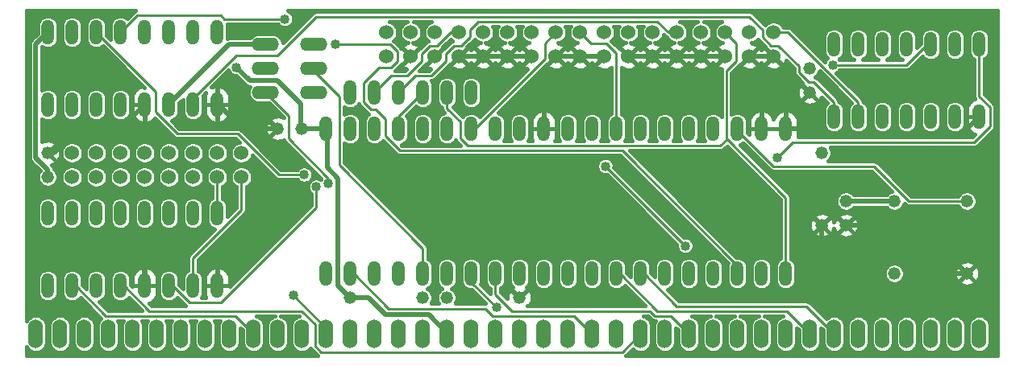
<source format=gbr>
G04 #@! TF.GenerationSoftware,KiCad,Pcbnew,5.1.2*
G04 #@! TF.CreationDate,2020-10-20T15:01:19+02:00*
G04 #@! TF.ProjectId,RC2014 Floppy WD37C65,52433230-3134-4204-966c-6f7070792057,rev?*
G04 #@! TF.SameCoordinates,Original*
G04 #@! TF.FileFunction,Copper,L2,Bot*
G04 #@! TF.FilePolarity,Positive*
%FSLAX46Y46*%
G04 Gerber Fmt 4.6, Leading zero omitted, Abs format (unit mm)*
G04 Created by KiCad (PCBNEW 5.1.2) date 2020-10-20 15:01:19*
%MOMM*%
%LPD*%
G04 APERTURE LIST*
%ADD10O,1.524000X3.048000*%
%ADD11C,1.524000*%
%ADD12C,1.320800*%
%ADD13O,1.320800X2.641600*%
%ADD14O,2.844800X1.422400*%
%ADD15C,1.016000*%
%ADD16C,0.508000*%
%ADD17C,0.254000*%
%ADD18C,0.406400*%
G04 APERTURE END LIST*
D10*
X149301100Y-120873600D03*
X151841100Y-120873600D03*
X154381100Y-120873600D03*
X156921100Y-120873600D03*
X159461100Y-120873600D03*
X162001100Y-120873600D03*
X164541100Y-120873600D03*
X167081100Y-120873600D03*
X169621100Y-120873600D03*
X172161100Y-120873600D03*
X174701100Y-120873600D03*
X177241100Y-120873600D03*
X179781100Y-120873600D03*
X182321100Y-120873600D03*
X184861100Y-120873600D03*
X187401100Y-120873600D03*
X189941100Y-120873600D03*
X192481100Y-120873600D03*
X195021100Y-120873600D03*
X197561100Y-120873600D03*
X103581100Y-120873600D03*
X98501100Y-120873600D03*
X101041100Y-120873600D03*
X106121100Y-120873600D03*
X108661100Y-120873600D03*
X111201100Y-120873600D03*
X113741100Y-120873600D03*
X116281100Y-120873600D03*
X118821100Y-120873600D03*
X121361100Y-120873600D03*
X123901100Y-120873600D03*
X126441100Y-120873600D03*
X128981100Y-120873600D03*
X131521100Y-120873600D03*
X134061100Y-120873600D03*
X136601100Y-120873600D03*
X139141100Y-120873600D03*
X141681100Y-120873600D03*
X144221100Y-120873600D03*
X146761100Y-120873600D03*
D11*
X102311100Y-104363600D03*
X104851100Y-104363600D03*
X102311100Y-101823600D03*
X104851100Y-101823600D03*
X107391100Y-104363600D03*
X109931100Y-104363600D03*
X112471100Y-104363600D03*
X115011100Y-104363600D03*
X117551100Y-104363600D03*
X120091100Y-104363600D03*
X107391100Y-101823600D03*
X109931100Y-101823600D03*
X112471100Y-101823600D03*
X115011100Y-101823600D03*
X117551100Y-101823600D03*
X120091100Y-101823600D03*
D12*
X179781100Y-95473600D03*
X179781100Y-92933600D03*
X99771100Y-101823600D03*
X99771100Y-104363600D03*
D13*
X99771100Y-108173600D03*
X102311100Y-108173600D03*
X104851100Y-108173600D03*
X107391100Y-108173600D03*
X109931100Y-108173600D03*
X112471100Y-108173600D03*
X115011100Y-108173600D03*
X117551100Y-108173600D03*
X109931100Y-115793600D03*
X112471100Y-115793600D03*
X107391100Y-115793600D03*
X104851100Y-115793600D03*
X117551100Y-115793600D03*
X115011100Y-115793600D03*
X102311100Y-115793600D03*
X99771100Y-115793600D03*
D11*
X175971100Y-89123600D03*
X173431100Y-89123600D03*
X170891100Y-89123600D03*
X175971100Y-91663600D03*
X173431100Y-91663600D03*
X170891100Y-91663600D03*
X168351100Y-89123600D03*
X168351100Y-91663600D03*
X165811100Y-89123600D03*
X163271100Y-89123600D03*
X160731100Y-89123600D03*
X158191100Y-89123600D03*
X155651100Y-89123600D03*
X153111100Y-89123600D03*
X165811100Y-91663600D03*
X163271100Y-91663600D03*
X160731100Y-91663600D03*
X158191100Y-91663600D03*
X155651100Y-91663600D03*
X153111100Y-91663600D03*
X150571100Y-89123600D03*
X150571100Y-91663600D03*
X148031100Y-89123600D03*
X145491100Y-89123600D03*
X142951100Y-89123600D03*
X140411100Y-89123600D03*
X137871100Y-89123600D03*
X135331100Y-89123600D03*
X148031100Y-91663600D03*
X145491100Y-91663600D03*
X142951100Y-91663600D03*
X140411100Y-91663600D03*
X137871100Y-91663600D03*
X135331100Y-91663600D03*
D12*
X188671100Y-106903600D03*
X196291100Y-106903600D03*
X196291100Y-114523600D03*
X188671100Y-114523600D03*
X123901100Y-99283600D03*
X126441100Y-99283600D03*
X183591100Y-109443600D03*
X183591100Y-106903600D03*
D13*
X128981100Y-99283600D03*
X131521100Y-99283600D03*
X134061100Y-99283600D03*
X136601100Y-99283600D03*
X139141100Y-99283600D03*
X141681100Y-99283600D03*
X144221100Y-99283600D03*
X146761100Y-99283600D03*
X149301100Y-99283600D03*
X151841100Y-99283600D03*
X154381100Y-99283600D03*
X156921100Y-99283600D03*
X159461100Y-99283600D03*
X162001100Y-99283600D03*
X164541100Y-99283600D03*
X167081100Y-99283600D03*
X169621100Y-99283600D03*
X172161100Y-99283600D03*
X174701100Y-99283600D03*
X177241100Y-99283600D03*
X177241100Y-114523600D03*
X174701100Y-114523600D03*
X172161100Y-114523600D03*
X169621100Y-114523600D03*
X167081100Y-114523600D03*
X164541100Y-114523600D03*
X162001100Y-114523600D03*
X159461100Y-114523600D03*
X156921100Y-114523600D03*
X154381100Y-114523600D03*
X151841100Y-114523600D03*
X149301100Y-114523600D03*
X139141100Y-114523600D03*
X141681100Y-114523600D03*
X136601100Y-114523600D03*
X134061100Y-114523600D03*
X146761100Y-114523600D03*
X144221100Y-114523600D03*
X131521100Y-114523600D03*
X128981100Y-114523600D03*
X99771100Y-89123600D03*
X102311100Y-89123600D03*
X104851100Y-89123600D03*
X107391100Y-89123600D03*
X109931100Y-89123600D03*
X112471100Y-89123600D03*
X115011100Y-89123600D03*
X117551100Y-89123600D03*
X109931100Y-96743600D03*
X112471100Y-96743600D03*
X107391100Y-96743600D03*
X104851100Y-96743600D03*
X117551100Y-96743600D03*
X115011100Y-96743600D03*
X102311100Y-96743600D03*
X99771100Y-96743600D03*
X182321100Y-90393600D03*
X184861100Y-90393600D03*
X187401100Y-90393600D03*
X189941100Y-90393600D03*
X192481100Y-90393600D03*
X195021100Y-90393600D03*
X192481100Y-98013600D03*
X195021100Y-98013600D03*
X189941100Y-98013600D03*
X187401100Y-98013600D03*
X197561100Y-90393600D03*
X197561100Y-98013600D03*
X184861100Y-98013600D03*
X182321100Y-98013600D03*
D12*
X131521100Y-117063600D03*
X139141100Y-117063600D03*
D14*
X127711100Y-90393600D03*
X127711100Y-92933600D03*
X127711100Y-95473600D03*
X122631100Y-90393600D03*
X122631100Y-92933600D03*
X122631100Y-95473600D03*
D12*
X141681100Y-117063600D03*
X149301100Y-117063600D03*
X181051100Y-101823600D03*
X181051100Y-109443600D03*
D13*
X144221100Y-95473600D03*
X141681100Y-95473600D03*
X139141100Y-95473600D03*
X136601100Y-95473600D03*
X134061100Y-95473600D03*
X131521100Y-95473600D03*
D15*
X140411100Y-116301600D03*
X127965100Y-105379600D03*
X119583100Y-92806600D03*
X125552100Y-116809600D03*
X146888100Y-118079600D03*
X129997100Y-90393600D03*
X124663100Y-87726600D03*
X158318100Y-103220600D03*
X166700100Y-111602600D03*
X176352100Y-102331600D03*
X129235100Y-104998600D03*
X182194100Y-92552600D03*
X126695100Y-104109600D03*
D16*
X142951100Y-91663600D02*
X145491100Y-91663600D01*
X145491100Y-91663600D02*
X148031100Y-91663600D01*
X153111100Y-91663600D02*
X155651100Y-91663600D01*
X155651100Y-91663600D02*
X158191100Y-91663600D01*
X160731100Y-91663600D02*
X163271100Y-91663600D01*
X163271100Y-91663600D02*
X165811100Y-91663600D01*
X165811100Y-91663600D02*
X168351100Y-91663600D01*
X168351100Y-91663600D02*
X170891100Y-91663600D01*
X173431100Y-91663600D02*
X175971100Y-91663600D01*
X175971100Y-91663600D02*
X179781100Y-95473600D01*
X150571100Y-91663600D02*
X148031100Y-91663600D01*
X120218100Y-99283600D02*
X123901100Y-99283600D01*
X117678100Y-96743600D02*
X120218100Y-99283600D01*
X117551100Y-96743600D02*
X117678100Y-96743600D01*
X100406100Y-101823600D02*
X99771100Y-101823600D01*
X103581100Y-98648600D02*
X100406100Y-101823600D01*
X108026100Y-98648600D02*
X103581100Y-98648600D01*
X109931100Y-96743600D02*
X108026100Y-98648600D01*
X109931100Y-110586600D02*
X109931100Y-115793600D01*
X108661100Y-109316600D02*
X109931100Y-110586600D01*
X108661100Y-99283600D02*
X108661100Y-109316600D01*
X108026100Y-98648600D02*
X108661100Y-99283600D01*
X148031100Y-115793600D02*
X149301100Y-117063600D01*
X148031100Y-113380600D02*
X148031100Y-115793600D01*
X147269100Y-112618600D02*
X148031100Y-113380600D01*
X141173100Y-112618600D02*
X147269100Y-112618600D01*
X140411100Y-113380600D02*
X141173100Y-112618600D01*
X140411100Y-116301600D02*
X140411100Y-113380600D01*
X190449100Y-114523600D02*
X196291100Y-114523600D01*
X185369100Y-109443600D02*
X190449100Y-114523600D01*
X183591100Y-109443600D02*
X185369100Y-109443600D01*
X148793100Y-112618600D02*
X148031100Y-113380600D01*
X170129100Y-112618600D02*
X148793100Y-112618600D01*
X170891100Y-113380600D02*
X170129100Y-112618600D01*
X170891100Y-115666600D02*
X170891100Y-113380600D01*
X171653100Y-116428600D02*
X170891100Y-115666600D01*
X177749100Y-116428600D02*
X171653100Y-116428600D01*
X181051100Y-113126600D02*
X177749100Y-116428600D01*
X181051100Y-109443600D02*
X181051100Y-113126600D01*
X181178100Y-99283600D02*
X177241100Y-99283600D01*
X181813100Y-99918600D02*
X181178100Y-99283600D01*
X195656100Y-99918600D02*
X181813100Y-99918600D01*
X197561100Y-98013600D02*
X195656100Y-99918600D01*
D17*
X112852100Y-115793600D02*
X112471100Y-115793600D01*
X114630100Y-117571600D02*
X112852100Y-115793600D01*
X117932100Y-117571600D02*
X114630100Y-117571600D01*
X127965100Y-107538600D02*
X117932100Y-117571600D01*
X127965100Y-105379600D02*
X127965100Y-107538600D01*
X102692100Y-115793600D02*
X102311100Y-115793600D01*
X105867100Y-118968600D02*
X102692100Y-115793600D01*
X119456100Y-118968600D02*
X105867100Y-118968600D01*
X121361100Y-120873600D02*
X119456100Y-118968600D01*
X117551100Y-104363600D02*
X117551100Y-108173600D01*
X115011100Y-112872600D02*
X115011100Y-115793600D01*
X120091100Y-107792600D02*
X115011100Y-112872600D01*
X120091100Y-104363600D02*
X120091100Y-107792600D01*
D16*
X188671100Y-106903600D02*
X183591100Y-106903600D01*
X128981100Y-99283600D02*
X126441100Y-99283600D01*
X133426100Y-117063600D02*
X131521100Y-117063600D01*
X135204100Y-118841600D02*
X133426100Y-117063600D01*
X139776100Y-118841600D02*
X135204100Y-118841600D01*
X141681100Y-120746600D02*
X139776100Y-118841600D01*
X141681100Y-120873600D02*
X141681100Y-120746600D01*
X129108100Y-103347600D02*
X129108100Y-99410600D01*
X130251100Y-104490600D02*
X129108100Y-103347600D01*
X130251100Y-115793600D02*
X130251100Y-104490600D01*
X131521100Y-117063600D02*
X130251100Y-115793600D01*
X129108100Y-99410600D02*
X128981100Y-99283600D01*
X118821100Y-90393600D02*
X112471100Y-96743600D01*
X122631100Y-90393600D02*
X118821100Y-90393600D01*
X99771100Y-103601600D02*
X99771100Y-104363600D01*
X98501100Y-102331600D02*
X99771100Y-103601600D01*
X98501100Y-90393600D02*
X98501100Y-102331600D01*
X99771100Y-89123600D02*
X98501100Y-90393600D01*
X126314100Y-96616600D02*
X126314100Y-99156600D01*
X123901100Y-94203600D02*
X126314100Y-96616600D01*
X120980100Y-94203600D02*
X123901100Y-94203600D01*
X119583100Y-92806600D02*
X120980100Y-94203600D01*
X126314100Y-99156600D02*
X126441100Y-99283600D01*
D17*
X131902100Y-114523600D02*
X131521100Y-114523600D01*
X135585100Y-118206600D02*
X131902100Y-114523600D01*
X145745100Y-118206600D02*
X135585100Y-118206600D01*
X146507100Y-118968600D02*
X145745100Y-118206600D01*
X155016100Y-118968600D02*
X146507100Y-118968600D01*
X156921100Y-120873600D02*
X155016100Y-118968600D01*
X128981100Y-120238600D02*
X125552100Y-116809600D01*
X128981100Y-120873600D02*
X128981100Y-120238600D01*
X107772100Y-115793600D02*
X107391100Y-115793600D01*
X110439100Y-118460600D02*
X107772100Y-115793600D01*
X126441100Y-118460600D02*
X110439100Y-118460600D01*
X127838100Y-119857600D02*
X126441100Y-118460600D01*
X127838100Y-122143600D02*
X127838100Y-119857600D01*
X128473100Y-122778600D02*
X127838100Y-122143600D01*
X160096100Y-122778600D02*
X128473100Y-122778600D01*
X162001100Y-120873600D02*
X160096100Y-122778600D01*
X190195100Y-106903600D02*
X196291100Y-106903600D01*
X186512100Y-103220600D02*
X190195100Y-106903600D01*
X175971100Y-103220600D02*
X186512100Y-103220600D01*
X172161100Y-99410600D02*
X175971100Y-103220600D01*
X172161100Y-99283600D02*
X172161100Y-99410600D01*
X144221100Y-115412600D02*
X144221100Y-114523600D01*
X146888100Y-118079600D02*
X144221100Y-115412600D01*
X146761100Y-116682600D02*
X146761100Y-114523600D01*
X148539100Y-118460600D02*
X146761100Y-116682600D01*
X163017100Y-118460600D02*
X148539100Y-118460600D01*
X163525100Y-118968600D02*
X163017100Y-118460600D01*
X165176100Y-118968600D02*
X163525100Y-118968600D01*
X167081100Y-120873600D02*
X165176100Y-118968600D01*
X159842100Y-114523600D02*
X159461100Y-114523600D01*
X163779100Y-118460600D02*
X159842100Y-114523600D01*
X177368100Y-118460600D02*
X163779100Y-118460600D01*
X179781100Y-120873600D02*
X177368100Y-118460600D01*
X159461100Y-91282600D02*
X159461100Y-99283600D01*
X158445100Y-90266600D02*
X159461100Y-91282600D01*
X156794100Y-90266600D02*
X158445100Y-90266600D01*
X155651100Y-89123600D02*
X156794100Y-90266600D01*
X144602100Y-99283600D02*
X144221100Y-99283600D01*
X151968100Y-91917600D02*
X144602100Y-99283600D01*
X151968100Y-90266600D02*
X151968100Y-91917600D01*
X153111100Y-89123600D02*
X151968100Y-90266600D01*
X177241100Y-106522600D02*
X177241100Y-114523600D01*
X171018100Y-100299600D02*
X171081600Y-100363100D01*
X171081600Y-100363100D02*
X177241100Y-106522600D01*
X171018100Y-93187600D02*
X171018100Y-100299600D01*
X172034100Y-92171600D02*
X171018100Y-93187600D01*
X172034100Y-90266600D02*
X172034100Y-92171600D01*
X170891100Y-89123600D02*
X172034100Y-90266600D01*
X141681100Y-97124600D02*
X141681100Y-95473600D01*
X143078100Y-98521600D02*
X141681100Y-97124600D01*
X143078100Y-100299600D02*
X143078100Y-98521600D01*
X143840100Y-101061600D02*
X143078100Y-100299600D01*
X170383100Y-101061600D02*
X143840100Y-101061600D01*
X171081600Y-100363100D02*
X170383100Y-101061600D01*
X136601100Y-98013600D02*
X136601100Y-99283600D01*
X139141100Y-95473600D02*
X136601100Y-98013600D01*
X164922100Y-89123600D02*
X165811100Y-89123600D01*
X163779100Y-87980600D02*
X164922100Y-89123600D01*
X144983100Y-87980600D02*
X163779100Y-87980600D01*
X144094100Y-88869600D02*
X144983100Y-87980600D01*
X144094100Y-89631600D02*
X144094100Y-88869600D01*
X143205100Y-90520600D02*
X144094100Y-89631600D01*
X142443100Y-90520600D02*
X143205100Y-90520600D01*
X141554100Y-91409600D02*
X142443100Y-90520600D01*
X141554100Y-92171600D02*
X141554100Y-91409600D01*
X140030100Y-93695600D02*
X141554100Y-92171600D01*
X138379100Y-93695600D02*
X140030100Y-93695600D01*
X136601100Y-95473600D02*
X138379100Y-93695600D01*
X142062100Y-89123600D02*
X142951100Y-89123600D01*
X140665100Y-90520600D02*
X142062100Y-89123600D01*
X139903100Y-90520600D02*
X140665100Y-90520600D01*
X139014100Y-91409600D02*
X139903100Y-90520600D01*
X139014100Y-92171600D02*
X139014100Y-91409600D01*
X137490100Y-93695600D02*
X139014100Y-92171600D01*
X135839100Y-93695600D02*
X137490100Y-93695600D01*
X134061100Y-95473600D02*
X135839100Y-93695600D01*
X172161100Y-113634600D02*
X172161100Y-114523600D01*
X160096100Y-101569600D02*
X172161100Y-113634600D01*
X136728100Y-101569600D02*
X160096100Y-101569600D01*
X135204100Y-100045600D02*
X136728100Y-101569600D01*
X135204100Y-98267600D02*
X135204100Y-100045600D01*
X134188100Y-97251600D02*
X135204100Y-98267600D01*
X133680100Y-97251600D02*
X134188100Y-97251600D01*
X132918100Y-96489600D02*
X133680100Y-97251600D01*
X132918100Y-94457600D02*
X132918100Y-96489600D01*
X134569100Y-92806600D02*
X132918100Y-94457600D01*
X135839100Y-92806600D02*
X134569100Y-92806600D01*
X136474100Y-92171600D02*
X135839100Y-92806600D01*
X136474100Y-91155600D02*
X136474100Y-92171600D01*
X135712100Y-90393600D02*
X136474100Y-91155600D01*
X129997100Y-90393600D02*
X135712100Y-90393600D01*
X118313100Y-87726600D02*
X124663100Y-87726600D01*
X117932100Y-87345600D02*
X118313100Y-87726600D01*
X109169100Y-87345600D02*
X117932100Y-87345600D01*
X107391100Y-89123600D02*
X109169100Y-87345600D01*
X166700100Y-111602600D02*
X158318100Y-103220600D01*
X115011100Y-96108600D02*
X115011100Y-96743600D01*
X119583100Y-91536600D02*
X115011100Y-96108600D01*
X123901100Y-91536600D02*
X119583100Y-91536600D01*
X127965100Y-87472600D02*
X123901100Y-91536600D01*
X173431100Y-87472600D02*
X127965100Y-87472600D01*
X174828100Y-88869600D02*
X173431100Y-87472600D01*
X174828100Y-89631600D02*
X174828100Y-88869600D01*
X175717100Y-90520600D02*
X174828100Y-89631600D01*
X176479100Y-90520600D02*
X175717100Y-90520600D01*
X178638100Y-92679600D02*
X176479100Y-90520600D01*
X178638100Y-93314600D02*
X178638100Y-92679600D01*
X179654100Y-94330600D02*
X178638100Y-93314600D01*
X180162100Y-94330600D02*
X179654100Y-94330600D01*
X182321100Y-96489600D02*
X180162100Y-94330600D01*
X182321100Y-98013600D02*
X182321100Y-96489600D01*
X162382100Y-114523600D02*
X162001100Y-114523600D01*
X165811100Y-117952600D02*
X162382100Y-114523600D01*
X179400100Y-117952600D02*
X165811100Y-117952600D01*
X182321100Y-120873600D02*
X179400100Y-117952600D01*
X184861100Y-96489600D02*
X184861100Y-98013600D01*
X177495100Y-89123600D02*
X184861100Y-96489600D01*
X175971100Y-89123600D02*
X177495100Y-89123600D01*
X127711100Y-93187600D02*
X127711100Y-92933600D01*
X130378100Y-95854600D02*
X127711100Y-93187600D01*
X130378100Y-103093600D02*
X130378100Y-95854600D01*
X139141100Y-111856600D02*
X130378100Y-103093600D01*
X139141100Y-114523600D02*
X139141100Y-111856600D01*
X197561100Y-95854600D02*
X197561100Y-90393600D01*
X198704100Y-96997600D02*
X197561100Y-95854600D01*
X198704100Y-99029600D02*
X198704100Y-96997600D01*
X197053100Y-100680600D02*
X198704100Y-99029600D01*
X178003100Y-100680600D02*
X197053100Y-100680600D01*
X176352100Y-102331600D02*
X178003100Y-100680600D01*
X129235100Y-104490600D02*
X129235100Y-104998600D01*
X125044100Y-100299600D02*
X129235100Y-104490600D01*
X125044100Y-97886600D02*
X125044100Y-100299600D01*
X122631100Y-95473600D02*
X125044100Y-97886600D01*
X192100100Y-90393600D02*
X192481100Y-90393600D01*
X189941100Y-92552600D02*
X192100100Y-90393600D01*
X182194100Y-92552600D02*
X189941100Y-92552600D01*
X124028100Y-104109600D02*
X126695100Y-104109600D01*
X119710100Y-99791600D02*
X124028100Y-104109600D01*
X113360100Y-99791600D02*
X119710100Y-99791600D01*
X111074100Y-97505600D02*
X113360100Y-99791600D01*
X111074100Y-95346600D02*
X111074100Y-97505600D01*
X104851100Y-89123600D02*
X111074100Y-95346600D01*
D18*
G36*
X199492899Y-123135399D02*
G01*
X160489172Y-123135399D01*
X160489429Y-123135086D01*
X161167701Y-122456814D01*
X161173194Y-122463507D01*
X161350619Y-122609115D01*
X161553041Y-122717312D01*
X161772682Y-122783940D01*
X162001100Y-122806437D01*
X162229519Y-122783940D01*
X162449160Y-122717312D01*
X162651582Y-122609115D01*
X162829007Y-122463507D01*
X162974615Y-122286082D01*
X163082812Y-122083660D01*
X163149440Y-121864019D01*
X163166300Y-121692834D01*
X163166300Y-120054366D01*
X163149440Y-119883181D01*
X163082812Y-119663540D01*
X162974615Y-119461118D01*
X162829007Y-119283693D01*
X162651581Y-119138085D01*
X162449159Y-119029888D01*
X162320304Y-118990800D01*
X162797485Y-118990800D01*
X163131775Y-119325091D01*
X163148378Y-119345322D01*
X163229112Y-119411578D01*
X163321220Y-119460811D01*
X163421163Y-119491128D01*
X163499057Y-119498800D01*
X163499059Y-119498800D01*
X163525099Y-119501365D01*
X163547239Y-119499184D01*
X163459388Y-119663541D01*
X163392760Y-119883182D01*
X163375900Y-120054367D01*
X163375900Y-121692834D01*
X163392760Y-121864019D01*
X163459389Y-122083660D01*
X163567586Y-122286082D01*
X163713194Y-122463507D01*
X163890619Y-122609115D01*
X164093041Y-122717312D01*
X164312682Y-122783940D01*
X164541100Y-122806437D01*
X164769519Y-122783940D01*
X164989160Y-122717312D01*
X165191582Y-122609115D01*
X165369007Y-122463507D01*
X165514615Y-122286082D01*
X165622812Y-122083660D01*
X165689440Y-121864019D01*
X165706300Y-121692834D01*
X165706300Y-120248615D01*
X165915900Y-120458216D01*
X165915900Y-121692834D01*
X165932760Y-121864019D01*
X165999389Y-122083660D01*
X166107586Y-122286082D01*
X166253194Y-122463507D01*
X166430619Y-122609115D01*
X166633041Y-122717312D01*
X166852682Y-122783940D01*
X167081100Y-122806437D01*
X167309519Y-122783940D01*
X167529160Y-122717312D01*
X167731582Y-122609115D01*
X167909007Y-122463507D01*
X168054615Y-122286082D01*
X168162812Y-122083660D01*
X168229440Y-121864019D01*
X168246300Y-121692834D01*
X168246300Y-120054366D01*
X168229440Y-119883181D01*
X168162812Y-119663540D01*
X168054615Y-119461118D01*
X167909007Y-119283693D01*
X167731581Y-119138085D01*
X167529159Y-119029888D01*
X167400304Y-118990800D01*
X169301895Y-118990800D01*
X169173040Y-119029888D01*
X168970618Y-119138085D01*
X168793193Y-119283693D01*
X168647585Y-119461119D01*
X168539388Y-119663541D01*
X168472760Y-119883182D01*
X168455900Y-120054367D01*
X168455900Y-121692834D01*
X168472760Y-121864019D01*
X168539389Y-122083660D01*
X168647586Y-122286082D01*
X168793194Y-122463507D01*
X168970619Y-122609115D01*
X169173041Y-122717312D01*
X169392682Y-122783940D01*
X169621100Y-122806437D01*
X169849519Y-122783940D01*
X170069160Y-122717312D01*
X170271582Y-122609115D01*
X170449007Y-122463507D01*
X170594615Y-122286082D01*
X170702812Y-122083660D01*
X170769440Y-121864019D01*
X170786300Y-121692834D01*
X170786300Y-120054366D01*
X170769440Y-119883181D01*
X170702812Y-119663540D01*
X170594615Y-119461118D01*
X170449007Y-119283693D01*
X170271581Y-119138085D01*
X170069159Y-119029888D01*
X169940304Y-118990800D01*
X171841895Y-118990800D01*
X171713040Y-119029888D01*
X171510618Y-119138085D01*
X171333193Y-119283693D01*
X171187585Y-119461119D01*
X171079388Y-119663541D01*
X171012760Y-119883182D01*
X170995900Y-120054367D01*
X170995900Y-121692834D01*
X171012760Y-121864019D01*
X171079389Y-122083660D01*
X171187586Y-122286082D01*
X171333194Y-122463507D01*
X171510619Y-122609115D01*
X171713041Y-122717312D01*
X171932682Y-122783940D01*
X172161100Y-122806437D01*
X172389519Y-122783940D01*
X172609160Y-122717312D01*
X172811582Y-122609115D01*
X172989007Y-122463507D01*
X173134615Y-122286082D01*
X173242812Y-122083660D01*
X173309440Y-121864019D01*
X173326300Y-121692834D01*
X173326300Y-120054366D01*
X173309440Y-119883181D01*
X173242812Y-119663540D01*
X173134615Y-119461118D01*
X172989007Y-119283693D01*
X172811581Y-119138085D01*
X172609159Y-119029888D01*
X172480304Y-118990800D01*
X174381895Y-118990800D01*
X174253040Y-119029888D01*
X174050618Y-119138085D01*
X173873193Y-119283693D01*
X173727585Y-119461119D01*
X173619388Y-119663541D01*
X173552760Y-119883182D01*
X173535900Y-120054367D01*
X173535900Y-121692834D01*
X173552760Y-121864019D01*
X173619389Y-122083660D01*
X173727586Y-122286082D01*
X173873194Y-122463507D01*
X174050619Y-122609115D01*
X174253041Y-122717312D01*
X174472682Y-122783940D01*
X174701100Y-122806437D01*
X174929519Y-122783940D01*
X175149160Y-122717312D01*
X175351582Y-122609115D01*
X175529007Y-122463507D01*
X175674615Y-122286082D01*
X175782812Y-122083660D01*
X175849440Y-121864019D01*
X175866300Y-121692834D01*
X175866300Y-120054366D01*
X175849440Y-119883181D01*
X175782812Y-119663540D01*
X175674615Y-119461118D01*
X175529007Y-119283693D01*
X175351581Y-119138085D01*
X175149159Y-119029888D01*
X175020304Y-118990800D01*
X176921895Y-118990800D01*
X176793040Y-119029888D01*
X176590618Y-119138085D01*
X176413193Y-119283693D01*
X176267585Y-119461119D01*
X176159388Y-119663541D01*
X176092760Y-119883182D01*
X176075900Y-120054367D01*
X176075900Y-121692834D01*
X176092760Y-121864019D01*
X176159389Y-122083660D01*
X176267586Y-122286082D01*
X176413194Y-122463507D01*
X176590619Y-122609115D01*
X176793041Y-122717312D01*
X177012682Y-122783940D01*
X177241100Y-122806437D01*
X177469519Y-122783940D01*
X177689160Y-122717312D01*
X177891582Y-122609115D01*
X178069007Y-122463507D01*
X178214615Y-122286082D01*
X178322812Y-122083660D01*
X178389440Y-121864019D01*
X178406300Y-121692834D01*
X178406300Y-120248616D01*
X178615900Y-120458216D01*
X178615900Y-121692834D01*
X178632760Y-121864019D01*
X178699389Y-122083660D01*
X178807586Y-122286082D01*
X178953194Y-122463507D01*
X179130619Y-122609115D01*
X179333041Y-122717312D01*
X179552682Y-122783940D01*
X179781100Y-122806437D01*
X180009519Y-122783940D01*
X180229160Y-122717312D01*
X180431582Y-122609115D01*
X180609007Y-122463507D01*
X180754615Y-122286082D01*
X180862812Y-122083660D01*
X180929440Y-121864019D01*
X180946300Y-121692834D01*
X180946300Y-120248616D01*
X181155900Y-120458216D01*
X181155900Y-121692834D01*
X181172760Y-121864019D01*
X181239389Y-122083660D01*
X181347586Y-122286082D01*
X181493194Y-122463507D01*
X181670619Y-122609115D01*
X181873041Y-122717312D01*
X182092682Y-122783940D01*
X182321100Y-122806437D01*
X182549519Y-122783940D01*
X182769160Y-122717312D01*
X182971582Y-122609115D01*
X183149007Y-122463507D01*
X183294615Y-122286082D01*
X183402812Y-122083660D01*
X183469440Y-121864019D01*
X183486300Y-121692834D01*
X183486300Y-120054367D01*
X183695900Y-120054367D01*
X183695900Y-121692834D01*
X183712760Y-121864019D01*
X183779389Y-122083660D01*
X183887586Y-122286082D01*
X184033194Y-122463507D01*
X184210619Y-122609115D01*
X184413041Y-122717312D01*
X184632682Y-122783940D01*
X184861100Y-122806437D01*
X185089519Y-122783940D01*
X185309160Y-122717312D01*
X185511582Y-122609115D01*
X185689007Y-122463507D01*
X185834615Y-122286082D01*
X185942812Y-122083660D01*
X186009440Y-121864019D01*
X186026300Y-121692834D01*
X186026300Y-120054367D01*
X186235900Y-120054367D01*
X186235900Y-121692834D01*
X186252760Y-121864019D01*
X186319389Y-122083660D01*
X186427586Y-122286082D01*
X186573194Y-122463507D01*
X186750619Y-122609115D01*
X186953041Y-122717312D01*
X187172682Y-122783940D01*
X187401100Y-122806437D01*
X187629519Y-122783940D01*
X187849160Y-122717312D01*
X188051582Y-122609115D01*
X188229007Y-122463507D01*
X188374615Y-122286082D01*
X188482812Y-122083660D01*
X188549440Y-121864019D01*
X188566300Y-121692834D01*
X188566300Y-120054367D01*
X188775900Y-120054367D01*
X188775900Y-121692834D01*
X188792760Y-121864019D01*
X188859389Y-122083660D01*
X188967586Y-122286082D01*
X189113194Y-122463507D01*
X189290619Y-122609115D01*
X189493041Y-122717312D01*
X189712682Y-122783940D01*
X189941100Y-122806437D01*
X190169519Y-122783940D01*
X190389160Y-122717312D01*
X190591582Y-122609115D01*
X190769007Y-122463507D01*
X190914615Y-122286082D01*
X191022812Y-122083660D01*
X191089440Y-121864019D01*
X191106300Y-121692834D01*
X191106300Y-120054367D01*
X191315900Y-120054367D01*
X191315900Y-121692834D01*
X191332760Y-121864019D01*
X191399389Y-122083660D01*
X191507586Y-122286082D01*
X191653194Y-122463507D01*
X191830619Y-122609115D01*
X192033041Y-122717312D01*
X192252682Y-122783940D01*
X192481100Y-122806437D01*
X192709519Y-122783940D01*
X192929160Y-122717312D01*
X193131582Y-122609115D01*
X193309007Y-122463507D01*
X193454615Y-122286082D01*
X193562812Y-122083660D01*
X193629440Y-121864019D01*
X193646300Y-121692834D01*
X193646300Y-120054367D01*
X193855900Y-120054367D01*
X193855900Y-121692834D01*
X193872760Y-121864019D01*
X193939389Y-122083660D01*
X194047586Y-122286082D01*
X194193194Y-122463507D01*
X194370619Y-122609115D01*
X194573041Y-122717312D01*
X194792682Y-122783940D01*
X195021100Y-122806437D01*
X195249519Y-122783940D01*
X195469160Y-122717312D01*
X195671582Y-122609115D01*
X195849007Y-122463507D01*
X195994615Y-122286082D01*
X196102812Y-122083660D01*
X196169440Y-121864019D01*
X196186300Y-121692834D01*
X196186300Y-120054367D01*
X196395900Y-120054367D01*
X196395900Y-121692834D01*
X196412760Y-121864019D01*
X196479389Y-122083660D01*
X196587586Y-122286082D01*
X196733194Y-122463507D01*
X196910619Y-122609115D01*
X197113041Y-122717312D01*
X197332682Y-122783940D01*
X197561100Y-122806437D01*
X197789519Y-122783940D01*
X198009160Y-122717312D01*
X198211582Y-122609115D01*
X198389007Y-122463507D01*
X198534615Y-122286082D01*
X198642812Y-122083660D01*
X198709440Y-121864019D01*
X198726300Y-121692834D01*
X198726300Y-120054366D01*
X198709440Y-119883181D01*
X198642812Y-119663540D01*
X198534615Y-119461118D01*
X198389007Y-119283693D01*
X198211581Y-119138085D01*
X198009159Y-119029888D01*
X197789518Y-118963260D01*
X197561100Y-118940763D01*
X197332681Y-118963260D01*
X197113040Y-119029888D01*
X196910618Y-119138085D01*
X196733193Y-119283693D01*
X196587585Y-119461119D01*
X196479388Y-119663541D01*
X196412760Y-119883182D01*
X196395900Y-120054367D01*
X196186300Y-120054367D01*
X196186300Y-120054366D01*
X196169440Y-119883181D01*
X196102812Y-119663540D01*
X195994615Y-119461118D01*
X195849007Y-119283693D01*
X195671581Y-119138085D01*
X195469159Y-119029888D01*
X195249518Y-118963260D01*
X195021100Y-118940763D01*
X194792681Y-118963260D01*
X194573040Y-119029888D01*
X194370618Y-119138085D01*
X194193193Y-119283693D01*
X194047585Y-119461119D01*
X193939388Y-119663541D01*
X193872760Y-119883182D01*
X193855900Y-120054367D01*
X193646300Y-120054367D01*
X193646300Y-120054366D01*
X193629440Y-119883181D01*
X193562812Y-119663540D01*
X193454615Y-119461118D01*
X193309007Y-119283693D01*
X193131581Y-119138085D01*
X192929159Y-119029888D01*
X192709518Y-118963260D01*
X192481100Y-118940763D01*
X192252681Y-118963260D01*
X192033040Y-119029888D01*
X191830618Y-119138085D01*
X191653193Y-119283693D01*
X191507585Y-119461119D01*
X191399388Y-119663541D01*
X191332760Y-119883182D01*
X191315900Y-120054367D01*
X191106300Y-120054367D01*
X191106300Y-120054366D01*
X191089440Y-119883181D01*
X191022812Y-119663540D01*
X190914615Y-119461118D01*
X190769007Y-119283693D01*
X190591581Y-119138085D01*
X190389159Y-119029888D01*
X190169518Y-118963260D01*
X189941100Y-118940763D01*
X189712681Y-118963260D01*
X189493040Y-119029888D01*
X189290618Y-119138085D01*
X189113193Y-119283693D01*
X188967585Y-119461119D01*
X188859388Y-119663541D01*
X188792760Y-119883182D01*
X188775900Y-120054367D01*
X188566300Y-120054367D01*
X188566300Y-120054366D01*
X188549440Y-119883181D01*
X188482812Y-119663540D01*
X188374615Y-119461118D01*
X188229007Y-119283693D01*
X188051581Y-119138085D01*
X187849159Y-119029888D01*
X187629518Y-118963260D01*
X187401100Y-118940763D01*
X187172681Y-118963260D01*
X186953040Y-119029888D01*
X186750618Y-119138085D01*
X186573193Y-119283693D01*
X186427585Y-119461119D01*
X186319388Y-119663541D01*
X186252760Y-119883182D01*
X186235900Y-120054367D01*
X186026300Y-120054367D01*
X186026300Y-120054366D01*
X186009440Y-119883181D01*
X185942812Y-119663540D01*
X185834615Y-119461118D01*
X185689007Y-119283693D01*
X185511581Y-119138085D01*
X185309159Y-119029888D01*
X185089518Y-118963260D01*
X184861100Y-118940763D01*
X184632681Y-118963260D01*
X184413040Y-119029888D01*
X184210618Y-119138085D01*
X184033193Y-119283693D01*
X183887585Y-119461119D01*
X183779388Y-119663541D01*
X183712760Y-119883182D01*
X183695900Y-120054367D01*
X183486300Y-120054367D01*
X183486300Y-120054366D01*
X183469440Y-119883181D01*
X183402812Y-119663540D01*
X183294615Y-119461118D01*
X183149007Y-119283693D01*
X182971581Y-119138085D01*
X182769159Y-119029888D01*
X182549518Y-118963260D01*
X182321100Y-118940763D01*
X182092681Y-118963260D01*
X181873040Y-119029888D01*
X181670618Y-119138085D01*
X181493193Y-119283693D01*
X181487701Y-119290385D01*
X179793429Y-117596114D01*
X179776822Y-117575878D01*
X179696088Y-117509622D01*
X179603980Y-117460389D01*
X179504037Y-117430072D01*
X179426143Y-117422400D01*
X179426140Y-117422400D01*
X179400100Y-117419835D01*
X179374060Y-117422400D01*
X166030716Y-117422400D01*
X164819364Y-116211048D01*
X164950091Y-116171393D01*
X165134863Y-116072630D01*
X165296818Y-115939718D01*
X165429730Y-115777763D01*
X165528493Y-115592991D01*
X165589310Y-115392502D01*
X165604700Y-115236247D01*
X165604700Y-113810954D01*
X166017500Y-113810954D01*
X166017500Y-115236247D01*
X166032891Y-115392502D01*
X166093708Y-115592991D01*
X166192471Y-115777763D01*
X166325383Y-115939718D01*
X166487338Y-116072630D01*
X166672110Y-116171393D01*
X166872599Y-116232210D01*
X167081100Y-116252746D01*
X167289602Y-116232210D01*
X167490091Y-116171393D01*
X167674863Y-116072630D01*
X167836818Y-115939718D01*
X167969730Y-115777763D01*
X168068493Y-115592991D01*
X168129310Y-115392502D01*
X168144700Y-115236247D01*
X168144700Y-113810954D01*
X168557500Y-113810954D01*
X168557500Y-115236247D01*
X168572891Y-115392502D01*
X168633708Y-115592991D01*
X168732471Y-115777763D01*
X168865383Y-115939718D01*
X169027338Y-116072630D01*
X169212110Y-116171393D01*
X169412599Y-116232210D01*
X169621100Y-116252746D01*
X169829602Y-116232210D01*
X170030091Y-116171393D01*
X170214863Y-116072630D01*
X170376818Y-115939718D01*
X170509730Y-115777763D01*
X170608493Y-115592991D01*
X170669310Y-115392502D01*
X170684700Y-115236247D01*
X170684700Y-113810953D01*
X170669310Y-113654698D01*
X170608493Y-113454209D01*
X170509730Y-113269437D01*
X170376818Y-113107482D01*
X170214863Y-112974570D01*
X170030090Y-112875807D01*
X169829601Y-112814990D01*
X169621100Y-112794454D01*
X169412598Y-112814990D01*
X169212109Y-112875807D01*
X169027337Y-112974570D01*
X168865382Y-113107482D01*
X168732470Y-113269437D01*
X168633707Y-113454210D01*
X168572890Y-113654699D01*
X168557500Y-113810954D01*
X168144700Y-113810954D01*
X168144700Y-113810953D01*
X168129310Y-113654698D01*
X168068493Y-113454209D01*
X167969730Y-113269437D01*
X167836818Y-113107482D01*
X167674863Y-112974570D01*
X167490090Y-112875807D01*
X167289601Y-112814990D01*
X167081100Y-112794454D01*
X166872598Y-112814990D01*
X166672109Y-112875807D01*
X166487337Y-112974570D01*
X166325382Y-113107482D01*
X166192470Y-113269437D01*
X166093707Y-113454210D01*
X166032890Y-113654699D01*
X166017500Y-113810954D01*
X165604700Y-113810954D01*
X165604700Y-113810953D01*
X165589310Y-113654698D01*
X165528493Y-113454209D01*
X165429730Y-113269437D01*
X165296818Y-113107482D01*
X165134863Y-112974570D01*
X164950090Y-112875807D01*
X164749601Y-112814990D01*
X164541100Y-112794454D01*
X164332598Y-112814990D01*
X164132109Y-112875807D01*
X163947337Y-112974570D01*
X163785382Y-113107482D01*
X163652470Y-113269437D01*
X163553707Y-113454210D01*
X163492890Y-113654699D01*
X163477500Y-113810954D01*
X163477500Y-114869185D01*
X163064700Y-114456385D01*
X163064700Y-113810953D01*
X163049310Y-113654698D01*
X162988493Y-113454209D01*
X162889730Y-113269437D01*
X162756818Y-113107482D01*
X162594863Y-112974570D01*
X162410090Y-112875807D01*
X162209601Y-112814990D01*
X162001100Y-112794454D01*
X161792598Y-112814990D01*
X161592109Y-112875807D01*
X161407337Y-112974570D01*
X161245382Y-113107482D01*
X161112470Y-113269437D01*
X161013707Y-113454210D01*
X160952890Y-113654699D01*
X160937500Y-113810954D01*
X160937500Y-114869185D01*
X160524700Y-114456385D01*
X160524700Y-113810953D01*
X160509310Y-113654698D01*
X160448493Y-113454209D01*
X160349730Y-113269437D01*
X160216818Y-113107482D01*
X160054863Y-112974570D01*
X159870090Y-112875807D01*
X159669601Y-112814990D01*
X159461100Y-112794454D01*
X159252598Y-112814990D01*
X159052109Y-112875807D01*
X158867337Y-112974570D01*
X158705382Y-113107482D01*
X158572470Y-113269437D01*
X158473707Y-113454210D01*
X158412890Y-113654699D01*
X158397500Y-113810954D01*
X158397500Y-115236247D01*
X158412891Y-115392502D01*
X158473708Y-115592991D01*
X158572471Y-115777763D01*
X158705383Y-115939718D01*
X158867338Y-116072630D01*
X159052110Y-116171393D01*
X159252599Y-116232210D01*
X159461100Y-116252746D01*
X159669602Y-116232210D01*
X159870091Y-116171393D01*
X160054863Y-116072630D01*
X160216818Y-115939718D01*
X160348251Y-115779566D01*
X162499084Y-117930400D01*
X150203258Y-117930400D01*
X150139885Y-117867027D01*
X150388673Y-117822867D01*
X150515901Y-117596102D01*
X150596445Y-117348874D01*
X150627209Y-117090684D01*
X150607012Y-116831452D01*
X150536630Y-116581142D01*
X150418766Y-116349372D01*
X150388673Y-116304333D01*
X150139883Y-116260173D01*
X149336455Y-117063600D01*
X149350598Y-117077742D01*
X149315242Y-117113098D01*
X149301100Y-117098955D01*
X149286958Y-117113098D01*
X149251602Y-117077742D01*
X149265745Y-117063600D01*
X148462317Y-116260173D01*
X148213527Y-116304333D01*
X148086299Y-116531098D01*
X148005755Y-116778326D01*
X147974991Y-117036516D01*
X147984299Y-117155983D01*
X147291300Y-116462985D01*
X147291300Y-116106605D01*
X147354863Y-116072630D01*
X147516818Y-115939718D01*
X147649730Y-115777763D01*
X147748493Y-115592991D01*
X147809310Y-115392502D01*
X147824700Y-115236247D01*
X147824700Y-113810954D01*
X148237500Y-113810954D01*
X148237500Y-115236247D01*
X148252891Y-115392502D01*
X148313708Y-115592991D01*
X148412471Y-115777763D01*
X148545383Y-115939718D01*
X148568177Y-115958425D01*
X148541833Y-115976027D01*
X148497673Y-116224817D01*
X149301100Y-117028245D01*
X150104527Y-116224817D01*
X150060367Y-115976027D01*
X150031981Y-115960101D01*
X150056818Y-115939718D01*
X150189730Y-115777763D01*
X150288493Y-115592991D01*
X150349310Y-115392502D01*
X150364700Y-115236247D01*
X150364700Y-113810954D01*
X150777500Y-113810954D01*
X150777500Y-115236247D01*
X150792891Y-115392502D01*
X150853708Y-115592991D01*
X150952471Y-115777763D01*
X151085383Y-115939718D01*
X151247338Y-116072630D01*
X151432110Y-116171393D01*
X151632599Y-116232210D01*
X151841100Y-116252746D01*
X152049602Y-116232210D01*
X152250091Y-116171393D01*
X152434863Y-116072630D01*
X152596818Y-115939718D01*
X152729730Y-115777763D01*
X152828493Y-115592991D01*
X152889310Y-115392502D01*
X152904700Y-115236247D01*
X152904700Y-113810954D01*
X153317500Y-113810954D01*
X153317500Y-115236247D01*
X153332891Y-115392502D01*
X153393708Y-115592991D01*
X153492471Y-115777763D01*
X153625383Y-115939718D01*
X153787338Y-116072630D01*
X153972110Y-116171393D01*
X154172599Y-116232210D01*
X154381100Y-116252746D01*
X154589602Y-116232210D01*
X154790091Y-116171393D01*
X154974863Y-116072630D01*
X155136818Y-115939718D01*
X155269730Y-115777763D01*
X155368493Y-115592991D01*
X155429310Y-115392502D01*
X155444700Y-115236247D01*
X155444700Y-113810954D01*
X155857500Y-113810954D01*
X155857500Y-115236247D01*
X155872891Y-115392502D01*
X155933708Y-115592991D01*
X156032471Y-115777763D01*
X156165383Y-115939718D01*
X156327338Y-116072630D01*
X156512110Y-116171393D01*
X156712599Y-116232210D01*
X156921100Y-116252746D01*
X157129602Y-116232210D01*
X157330091Y-116171393D01*
X157514863Y-116072630D01*
X157676818Y-115939718D01*
X157809730Y-115777763D01*
X157908493Y-115592991D01*
X157969310Y-115392502D01*
X157984700Y-115236247D01*
X157984700Y-113810953D01*
X157969310Y-113654698D01*
X157908493Y-113454209D01*
X157809730Y-113269437D01*
X157676818Y-113107482D01*
X157514863Y-112974570D01*
X157330090Y-112875807D01*
X157129601Y-112814990D01*
X156921100Y-112794454D01*
X156712598Y-112814990D01*
X156512109Y-112875807D01*
X156327337Y-112974570D01*
X156165382Y-113107482D01*
X156032470Y-113269437D01*
X155933707Y-113454210D01*
X155872890Y-113654699D01*
X155857500Y-113810954D01*
X155444700Y-113810954D01*
X155444700Y-113810953D01*
X155429310Y-113654698D01*
X155368493Y-113454209D01*
X155269730Y-113269437D01*
X155136818Y-113107482D01*
X154974863Y-112974570D01*
X154790090Y-112875807D01*
X154589601Y-112814990D01*
X154381100Y-112794454D01*
X154172598Y-112814990D01*
X153972109Y-112875807D01*
X153787337Y-112974570D01*
X153625382Y-113107482D01*
X153492470Y-113269437D01*
X153393707Y-113454210D01*
X153332890Y-113654699D01*
X153317500Y-113810954D01*
X152904700Y-113810954D01*
X152904700Y-113810953D01*
X152889310Y-113654698D01*
X152828493Y-113454209D01*
X152729730Y-113269437D01*
X152596818Y-113107482D01*
X152434863Y-112974570D01*
X152250090Y-112875807D01*
X152049601Y-112814990D01*
X151841100Y-112794454D01*
X151632598Y-112814990D01*
X151432109Y-112875807D01*
X151247337Y-112974570D01*
X151085382Y-113107482D01*
X150952470Y-113269437D01*
X150853707Y-113454210D01*
X150792890Y-113654699D01*
X150777500Y-113810954D01*
X150364700Y-113810954D01*
X150364700Y-113810953D01*
X150349310Y-113654698D01*
X150288493Y-113454209D01*
X150189730Y-113269437D01*
X150056818Y-113107482D01*
X149894863Y-112974570D01*
X149710090Y-112875807D01*
X149509601Y-112814990D01*
X149301100Y-112794454D01*
X149092598Y-112814990D01*
X148892109Y-112875807D01*
X148707337Y-112974570D01*
X148545382Y-113107482D01*
X148412470Y-113269437D01*
X148313707Y-113454210D01*
X148252890Y-113654699D01*
X148237500Y-113810954D01*
X147824700Y-113810954D01*
X147824700Y-113810953D01*
X147809310Y-113654698D01*
X147748493Y-113454209D01*
X147649730Y-113269437D01*
X147516818Y-113107482D01*
X147354863Y-112974570D01*
X147170090Y-112875807D01*
X146969601Y-112814990D01*
X146761100Y-112794454D01*
X146552598Y-112814990D01*
X146352109Y-112875807D01*
X146167337Y-112974570D01*
X146005382Y-113107482D01*
X145872470Y-113269437D01*
X145773707Y-113454210D01*
X145712890Y-113654699D01*
X145697500Y-113810954D01*
X145697500Y-115236247D01*
X145712891Y-115392502D01*
X145773708Y-115592991D01*
X145872471Y-115777763D01*
X146005383Y-115939718D01*
X146167338Y-116072630D01*
X146230900Y-116106605D01*
X146230900Y-116656560D01*
X146229463Y-116671147D01*
X145188573Y-115630258D01*
X145208493Y-115592991D01*
X145269310Y-115392502D01*
X145284700Y-115236247D01*
X145284700Y-113810953D01*
X145269310Y-113654698D01*
X145208493Y-113454209D01*
X145109730Y-113269437D01*
X144976818Y-113107482D01*
X144814863Y-112974570D01*
X144630090Y-112875807D01*
X144429601Y-112814990D01*
X144221100Y-112794454D01*
X144012598Y-112814990D01*
X143812109Y-112875807D01*
X143627337Y-112974570D01*
X143465382Y-113107482D01*
X143332470Y-113269437D01*
X143233707Y-113454210D01*
X143172890Y-113654699D01*
X143157500Y-113810954D01*
X143157500Y-115236247D01*
X143172891Y-115392502D01*
X143233708Y-115592991D01*
X143332471Y-115777763D01*
X143465383Y-115939718D01*
X143627338Y-116072630D01*
X143812110Y-116171393D01*
X144012599Y-116232210D01*
X144221100Y-116252746D01*
X144303332Y-116244647D01*
X145733647Y-117674963D01*
X145719060Y-117676400D01*
X142550821Y-117676400D01*
X142623650Y-117567403D01*
X142703826Y-117373841D01*
X142744700Y-117168355D01*
X142744700Y-116958845D01*
X142703826Y-116753359D01*
X142623650Y-116559797D01*
X142507252Y-116385595D01*
X142359105Y-116237448D01*
X142184903Y-116121050D01*
X142184550Y-116120904D01*
X142274863Y-116072630D01*
X142436818Y-115939718D01*
X142569730Y-115777763D01*
X142668493Y-115592991D01*
X142729310Y-115392502D01*
X142744700Y-115236247D01*
X142744700Y-113810953D01*
X142729310Y-113654698D01*
X142668493Y-113454209D01*
X142569730Y-113269437D01*
X142436818Y-113107482D01*
X142274863Y-112974570D01*
X142090090Y-112875807D01*
X141889601Y-112814990D01*
X141681100Y-112794454D01*
X141472598Y-112814990D01*
X141272109Y-112875807D01*
X141087337Y-112974570D01*
X140925382Y-113107482D01*
X140792470Y-113269437D01*
X140693707Y-113454210D01*
X140632890Y-113654699D01*
X140617500Y-113810954D01*
X140617500Y-115236247D01*
X140632891Y-115392502D01*
X140693708Y-115592991D01*
X140792471Y-115777763D01*
X140925383Y-115939718D01*
X141087338Y-116072630D01*
X141177651Y-116120903D01*
X141177297Y-116121050D01*
X141003095Y-116237448D01*
X140854948Y-116385595D01*
X140738550Y-116559797D01*
X140658374Y-116753359D01*
X140617500Y-116958845D01*
X140617500Y-117168355D01*
X140658374Y-117373841D01*
X140738550Y-117567403D01*
X140811379Y-117676400D01*
X140010821Y-117676400D01*
X140083650Y-117567403D01*
X140163826Y-117373841D01*
X140204700Y-117168355D01*
X140204700Y-116958845D01*
X140163826Y-116753359D01*
X140083650Y-116559797D01*
X139967252Y-116385595D01*
X139819105Y-116237448D01*
X139644903Y-116121050D01*
X139644550Y-116120904D01*
X139734863Y-116072630D01*
X139896818Y-115939718D01*
X140029730Y-115777763D01*
X140128493Y-115592991D01*
X140189310Y-115392502D01*
X140204700Y-115236247D01*
X140204700Y-113810953D01*
X140189310Y-113654698D01*
X140128493Y-113454209D01*
X140029730Y-113269437D01*
X139896818Y-113107482D01*
X139734863Y-112974570D01*
X139671300Y-112940595D01*
X139671300Y-111882639D01*
X139673865Y-111856599D01*
X139671300Y-111830557D01*
X139663628Y-111752663D01*
X139633311Y-111652720D01*
X139584078Y-111560612D01*
X139517822Y-111479878D01*
X139497591Y-111463275D01*
X131165171Y-103130855D01*
X157406900Y-103130855D01*
X157406900Y-103310345D01*
X157441917Y-103486387D01*
X157510605Y-103652215D01*
X157610325Y-103801456D01*
X157737244Y-103928375D01*
X157886485Y-104028095D01*
X158052313Y-104096783D01*
X158228355Y-104131800D01*
X158407845Y-104131800D01*
X158467599Y-104119914D01*
X165800786Y-111453102D01*
X165788900Y-111512855D01*
X165788900Y-111692345D01*
X165823917Y-111868387D01*
X165892605Y-112034215D01*
X165992325Y-112183456D01*
X166119244Y-112310375D01*
X166268485Y-112410095D01*
X166434313Y-112478783D01*
X166610355Y-112513800D01*
X166789845Y-112513800D01*
X166965887Y-112478783D01*
X167131715Y-112410095D01*
X167280956Y-112310375D01*
X167407875Y-112183456D01*
X167507595Y-112034215D01*
X167576283Y-111868387D01*
X167611300Y-111692345D01*
X167611300Y-111512855D01*
X167576283Y-111336813D01*
X167507595Y-111170985D01*
X167407875Y-111021744D01*
X167280956Y-110894825D01*
X167131715Y-110795105D01*
X166965887Y-110726417D01*
X166789845Y-110691400D01*
X166610355Y-110691400D01*
X166550602Y-110703286D01*
X159217414Y-103370099D01*
X159229300Y-103310345D01*
X159229300Y-103130855D01*
X159194283Y-102954813D01*
X159125595Y-102788985D01*
X159025875Y-102639744D01*
X158898956Y-102512825D01*
X158749715Y-102413105D01*
X158583887Y-102344417D01*
X158407845Y-102309400D01*
X158228355Y-102309400D01*
X158052313Y-102344417D01*
X157886485Y-102413105D01*
X157737244Y-102512825D01*
X157610325Y-102639744D01*
X157510605Y-102788985D01*
X157441917Y-102954813D01*
X157406900Y-103130855D01*
X131165171Y-103130855D01*
X130908300Y-102873985D01*
X130908300Y-100817006D01*
X130927338Y-100832630D01*
X131112110Y-100931393D01*
X131312599Y-100992210D01*
X131521100Y-101012746D01*
X131729602Y-100992210D01*
X131930091Y-100931393D01*
X132114863Y-100832630D01*
X132276818Y-100699718D01*
X132409730Y-100537763D01*
X132508493Y-100352991D01*
X132569310Y-100152502D01*
X132584700Y-99996247D01*
X132584700Y-98570953D01*
X132569310Y-98414698D01*
X132508493Y-98214209D01*
X132409730Y-98029437D01*
X132276818Y-97867482D01*
X132114863Y-97734570D01*
X131930090Y-97635807D01*
X131729601Y-97574990D01*
X131521100Y-97554454D01*
X131312598Y-97574990D01*
X131112109Y-97635807D01*
X130927337Y-97734570D01*
X130908300Y-97750193D01*
X130908300Y-97007006D01*
X130927338Y-97022630D01*
X131112110Y-97121393D01*
X131312599Y-97182210D01*
X131521100Y-97202746D01*
X131729602Y-97182210D01*
X131930091Y-97121393D01*
X132114863Y-97022630D01*
X132276818Y-96889718D01*
X132409730Y-96727763D01*
X132426972Y-96695505D01*
X132475123Y-96785588D01*
X132541379Y-96866322D01*
X132561608Y-96882923D01*
X133286775Y-97608091D01*
X133303378Y-97628322D01*
X133384112Y-97694578D01*
X133464022Y-97737291D01*
X133305382Y-97867482D01*
X133172470Y-98029437D01*
X133073707Y-98214210D01*
X133012890Y-98414699D01*
X132997500Y-98570954D01*
X132997500Y-99996247D01*
X133012891Y-100152502D01*
X133073708Y-100352991D01*
X133172471Y-100537763D01*
X133305383Y-100699718D01*
X133467338Y-100832630D01*
X133652110Y-100931393D01*
X133852599Y-100992210D01*
X134061100Y-101012746D01*
X134269602Y-100992210D01*
X134470091Y-100931393D01*
X134654863Y-100832630D01*
X134816818Y-100699718D01*
X134948251Y-100539566D01*
X136334775Y-101926091D01*
X136351378Y-101946322D01*
X136432112Y-102012578D01*
X136524220Y-102061811D01*
X136624163Y-102092128D01*
X136702057Y-102099800D01*
X136702059Y-102099800D01*
X136728099Y-102102365D01*
X136754139Y-102099800D01*
X159876485Y-102099800D01*
X171193627Y-113416943D01*
X171173707Y-113454210D01*
X171112890Y-113654699D01*
X171097500Y-113810954D01*
X171097500Y-115236247D01*
X171112891Y-115392502D01*
X171173708Y-115592991D01*
X171272471Y-115777763D01*
X171405383Y-115939718D01*
X171567338Y-116072630D01*
X171752110Y-116171393D01*
X171952599Y-116232210D01*
X172161100Y-116252746D01*
X172369602Y-116232210D01*
X172570091Y-116171393D01*
X172754863Y-116072630D01*
X172916818Y-115939718D01*
X173049730Y-115777763D01*
X173148493Y-115592991D01*
X173209310Y-115392502D01*
X173224700Y-115236247D01*
X173224700Y-113810954D01*
X173637500Y-113810954D01*
X173637500Y-115236247D01*
X173652891Y-115392502D01*
X173713708Y-115592991D01*
X173812471Y-115777763D01*
X173945383Y-115939718D01*
X174107338Y-116072630D01*
X174292110Y-116171393D01*
X174492599Y-116232210D01*
X174701100Y-116252746D01*
X174909602Y-116232210D01*
X175110091Y-116171393D01*
X175294863Y-116072630D01*
X175456818Y-115939718D01*
X175589730Y-115777763D01*
X175688493Y-115592991D01*
X175749310Y-115392502D01*
X175764700Y-115236247D01*
X175764700Y-113810953D01*
X175749310Y-113654698D01*
X175688493Y-113454209D01*
X175589730Y-113269437D01*
X175456818Y-113107482D01*
X175294863Y-112974570D01*
X175110090Y-112875807D01*
X174909601Y-112814990D01*
X174701100Y-112794454D01*
X174492598Y-112814990D01*
X174292109Y-112875807D01*
X174107337Y-112974570D01*
X173945382Y-113107482D01*
X173812470Y-113269437D01*
X173713707Y-113454210D01*
X173652890Y-113654699D01*
X173637500Y-113810954D01*
X173224700Y-113810954D01*
X173224700Y-113810953D01*
X173209310Y-113654698D01*
X173148493Y-113454209D01*
X173049730Y-113269437D01*
X172916818Y-113107482D01*
X172754863Y-112974570D01*
X172570090Y-112875807D01*
X172369601Y-112814990D01*
X172161100Y-112794454D01*
X172078869Y-112802553D01*
X160868115Y-101591800D01*
X170357060Y-101591800D01*
X170383100Y-101594365D01*
X170409140Y-101591800D01*
X170409143Y-101591800D01*
X170487037Y-101584128D01*
X170586980Y-101553811D01*
X170679088Y-101504578D01*
X170759822Y-101438322D01*
X170776429Y-101418086D01*
X171081600Y-101112915D01*
X176710900Y-106742216D01*
X176710901Y-112940594D01*
X176647337Y-112974570D01*
X176485382Y-113107482D01*
X176352470Y-113269437D01*
X176253707Y-113454210D01*
X176192890Y-113654699D01*
X176177500Y-113810954D01*
X176177500Y-115236247D01*
X176192891Y-115392502D01*
X176253708Y-115592991D01*
X176352471Y-115777763D01*
X176485383Y-115939718D01*
X176647338Y-116072630D01*
X176832110Y-116171393D01*
X177032599Y-116232210D01*
X177241100Y-116252746D01*
X177449602Y-116232210D01*
X177650091Y-116171393D01*
X177834863Y-116072630D01*
X177996818Y-115939718D01*
X178129730Y-115777763D01*
X178228493Y-115592991D01*
X178289310Y-115392502D01*
X178304700Y-115236247D01*
X178304700Y-114418845D01*
X187607500Y-114418845D01*
X187607500Y-114628355D01*
X187648374Y-114833841D01*
X187728550Y-115027403D01*
X187844948Y-115201605D01*
X187993095Y-115349752D01*
X188167297Y-115466150D01*
X188360859Y-115546326D01*
X188566345Y-115587200D01*
X188775855Y-115587200D01*
X188981341Y-115546326D01*
X189174903Y-115466150D01*
X189330201Y-115362383D01*
X195487673Y-115362383D01*
X195531833Y-115611173D01*
X195758598Y-115738401D01*
X196005826Y-115818945D01*
X196264016Y-115849709D01*
X196523248Y-115829512D01*
X196773558Y-115759130D01*
X197005328Y-115641266D01*
X197050367Y-115611173D01*
X197094527Y-115362383D01*
X196291100Y-114558955D01*
X195487673Y-115362383D01*
X189330201Y-115362383D01*
X189349105Y-115349752D01*
X189497252Y-115201605D01*
X189613650Y-115027403D01*
X189693826Y-114833841D01*
X189734700Y-114628355D01*
X189734700Y-114496516D01*
X194964991Y-114496516D01*
X194985188Y-114755748D01*
X195055570Y-115006058D01*
X195173434Y-115237828D01*
X195203527Y-115282867D01*
X195452317Y-115327027D01*
X196255745Y-114523600D01*
X196326455Y-114523600D01*
X197129883Y-115327027D01*
X197378673Y-115282867D01*
X197505901Y-115056102D01*
X197586445Y-114808874D01*
X197617209Y-114550684D01*
X197597012Y-114291452D01*
X197526630Y-114041142D01*
X197408766Y-113809372D01*
X197378673Y-113764333D01*
X197129883Y-113720173D01*
X196326455Y-114523600D01*
X196255745Y-114523600D01*
X195452317Y-113720173D01*
X195203527Y-113764333D01*
X195076299Y-113991098D01*
X194995755Y-114238326D01*
X194964991Y-114496516D01*
X189734700Y-114496516D01*
X189734700Y-114418845D01*
X189693826Y-114213359D01*
X189613650Y-114019797D01*
X189497252Y-113845595D01*
X189349105Y-113697448D01*
X189330202Y-113684817D01*
X195487673Y-113684817D01*
X196291100Y-114488245D01*
X197094527Y-113684817D01*
X197050367Y-113436027D01*
X196823602Y-113308799D01*
X196576374Y-113228255D01*
X196318184Y-113197491D01*
X196058952Y-113217688D01*
X195808642Y-113288070D01*
X195576872Y-113405934D01*
X195531833Y-113436027D01*
X195487673Y-113684817D01*
X189330202Y-113684817D01*
X189174903Y-113581050D01*
X188981341Y-113500874D01*
X188775855Y-113460000D01*
X188566345Y-113460000D01*
X188360859Y-113500874D01*
X188167297Y-113581050D01*
X187993095Y-113697448D01*
X187844948Y-113845595D01*
X187728550Y-114019797D01*
X187648374Y-114213359D01*
X187607500Y-114418845D01*
X178304700Y-114418845D01*
X178304700Y-113810953D01*
X178289310Y-113654698D01*
X178228493Y-113454209D01*
X178129730Y-113269437D01*
X177996818Y-113107482D01*
X177834863Y-112974570D01*
X177771300Y-112940595D01*
X177771300Y-110282383D01*
X180247673Y-110282383D01*
X180291833Y-110531173D01*
X180518598Y-110658401D01*
X180765826Y-110738945D01*
X181024016Y-110769709D01*
X181283248Y-110749512D01*
X181533558Y-110679130D01*
X181765328Y-110561266D01*
X181810367Y-110531173D01*
X181854527Y-110282383D01*
X182787673Y-110282383D01*
X182831833Y-110531173D01*
X183058598Y-110658401D01*
X183305826Y-110738945D01*
X183564016Y-110769709D01*
X183823248Y-110749512D01*
X184073558Y-110679130D01*
X184305328Y-110561266D01*
X184350367Y-110531173D01*
X184394527Y-110282383D01*
X183591100Y-109478955D01*
X182787673Y-110282383D01*
X181854527Y-110282383D01*
X181051100Y-109478955D01*
X180247673Y-110282383D01*
X177771300Y-110282383D01*
X177771300Y-109416516D01*
X179724991Y-109416516D01*
X179745188Y-109675748D01*
X179815570Y-109926058D01*
X179933434Y-110157828D01*
X179963527Y-110202867D01*
X180212317Y-110247027D01*
X181015745Y-109443600D01*
X181086455Y-109443600D01*
X181889883Y-110247027D01*
X182138673Y-110202867D01*
X182265901Y-109976102D01*
X182321583Y-109805186D01*
X182355570Y-109926058D01*
X182473434Y-110157828D01*
X182503527Y-110202867D01*
X182752317Y-110247027D01*
X183555745Y-109443600D01*
X183626455Y-109443600D01*
X184429883Y-110247027D01*
X184678673Y-110202867D01*
X184805901Y-109976102D01*
X184886445Y-109728874D01*
X184917209Y-109470684D01*
X184897012Y-109211452D01*
X184826630Y-108961142D01*
X184708766Y-108729372D01*
X184678673Y-108684333D01*
X184429883Y-108640173D01*
X183626455Y-109443600D01*
X183555745Y-109443600D01*
X182752317Y-108640173D01*
X182503527Y-108684333D01*
X182376299Y-108911098D01*
X182320617Y-109082014D01*
X182286630Y-108961142D01*
X182168766Y-108729372D01*
X182138673Y-108684333D01*
X181889883Y-108640173D01*
X181086455Y-109443600D01*
X181015745Y-109443600D01*
X180212317Y-108640173D01*
X179963527Y-108684333D01*
X179836299Y-108911098D01*
X179755755Y-109158326D01*
X179724991Y-109416516D01*
X177771300Y-109416516D01*
X177771300Y-108604817D01*
X180247673Y-108604817D01*
X181051100Y-109408245D01*
X181854527Y-108604817D01*
X182787673Y-108604817D01*
X183591100Y-109408245D01*
X184394527Y-108604817D01*
X184350367Y-108356027D01*
X184123602Y-108228799D01*
X183876374Y-108148255D01*
X183618184Y-108117491D01*
X183358952Y-108137688D01*
X183108642Y-108208070D01*
X182876872Y-108325934D01*
X182831833Y-108356027D01*
X182787673Y-108604817D01*
X181854527Y-108604817D01*
X181810367Y-108356027D01*
X181583602Y-108228799D01*
X181336374Y-108148255D01*
X181078184Y-108117491D01*
X180818952Y-108137688D01*
X180568642Y-108208070D01*
X180336872Y-108325934D01*
X180291833Y-108356027D01*
X180247673Y-108604817D01*
X177771300Y-108604817D01*
X177771300Y-106548639D01*
X177773865Y-106522599D01*
X177771300Y-106496557D01*
X177763628Y-106418663D01*
X177733311Y-106318720D01*
X177684078Y-106226612D01*
X177617822Y-106145878D01*
X177597591Y-106129275D01*
X172439363Y-100971048D01*
X172570091Y-100931393D01*
X172754863Y-100832630D01*
X172797952Y-100797268D01*
X175577775Y-103577091D01*
X175594378Y-103597322D01*
X175675112Y-103663578D01*
X175767220Y-103712811D01*
X175825313Y-103730433D01*
X175867162Y-103743128D01*
X175971100Y-103753365D01*
X175997143Y-103750800D01*
X186292485Y-103750800D01*
X188412322Y-105870637D01*
X188360859Y-105880874D01*
X188167297Y-105961050D01*
X187993095Y-106077448D01*
X187844948Y-106225595D01*
X187831047Y-106246400D01*
X184431153Y-106246400D01*
X184417252Y-106225595D01*
X184269105Y-106077448D01*
X184094903Y-105961050D01*
X183901341Y-105880874D01*
X183695855Y-105840000D01*
X183486345Y-105840000D01*
X183280859Y-105880874D01*
X183087297Y-105961050D01*
X182913095Y-106077448D01*
X182764948Y-106225595D01*
X182648550Y-106399797D01*
X182568374Y-106593359D01*
X182527500Y-106798845D01*
X182527500Y-107008355D01*
X182568374Y-107213841D01*
X182648550Y-107407403D01*
X182764948Y-107581605D01*
X182913095Y-107729752D01*
X183087297Y-107846150D01*
X183280859Y-107926326D01*
X183486345Y-107967200D01*
X183695855Y-107967200D01*
X183901341Y-107926326D01*
X184094903Y-107846150D01*
X184269105Y-107729752D01*
X184417252Y-107581605D01*
X184431153Y-107560800D01*
X187831047Y-107560800D01*
X187844948Y-107581605D01*
X187993095Y-107729752D01*
X188167297Y-107846150D01*
X188360859Y-107926326D01*
X188566345Y-107967200D01*
X188775855Y-107967200D01*
X188981341Y-107926326D01*
X189174903Y-107846150D01*
X189349105Y-107729752D01*
X189497252Y-107581605D01*
X189613650Y-107407403D01*
X189693826Y-107213841D01*
X189704063Y-107162379D01*
X189801775Y-107260091D01*
X189818378Y-107280322D01*
X189899112Y-107346578D01*
X189991220Y-107395811D01*
X190057376Y-107415879D01*
X190091162Y-107426128D01*
X190195100Y-107436365D01*
X190221143Y-107433800D01*
X195366188Y-107433800D01*
X195464948Y-107581605D01*
X195613095Y-107729752D01*
X195787297Y-107846150D01*
X195980859Y-107926326D01*
X196186345Y-107967200D01*
X196395855Y-107967200D01*
X196601341Y-107926326D01*
X196794903Y-107846150D01*
X196969105Y-107729752D01*
X197117252Y-107581605D01*
X197233650Y-107407403D01*
X197313826Y-107213841D01*
X197354700Y-107008355D01*
X197354700Y-106798845D01*
X197313826Y-106593359D01*
X197233650Y-106399797D01*
X197117252Y-106225595D01*
X196969105Y-106077448D01*
X196794903Y-105961050D01*
X196601341Y-105880874D01*
X196395855Y-105840000D01*
X196186345Y-105840000D01*
X195980859Y-105880874D01*
X195787297Y-105961050D01*
X195613095Y-106077448D01*
X195464948Y-106225595D01*
X195366188Y-106373400D01*
X190414716Y-106373400D01*
X186905429Y-102864114D01*
X186888822Y-102843878D01*
X186808088Y-102777622D01*
X186715980Y-102728389D01*
X186616037Y-102698072D01*
X186538143Y-102690400D01*
X186538140Y-102690400D01*
X186512100Y-102687835D01*
X186486060Y-102690400D01*
X181668271Y-102690400D01*
X181729105Y-102649752D01*
X181877252Y-102501605D01*
X181993650Y-102327403D01*
X182073826Y-102133841D01*
X182114700Y-101928355D01*
X182114700Y-101718845D01*
X182073826Y-101513359D01*
X181993650Y-101319797D01*
X181920821Y-101210800D01*
X197027060Y-101210800D01*
X197053100Y-101213365D01*
X197079140Y-101210800D01*
X197079143Y-101210800D01*
X197157037Y-101203128D01*
X197256980Y-101172811D01*
X197349088Y-101123578D01*
X197429822Y-101057322D01*
X197446429Y-101037086D01*
X199060591Y-99422925D01*
X199080822Y-99406322D01*
X199147078Y-99325588D01*
X199196311Y-99233480D01*
X199226628Y-99133537D01*
X199231929Y-99079721D01*
X199236865Y-99029600D01*
X199234300Y-99003557D01*
X199234300Y-97023639D01*
X199236865Y-96997599D01*
X199234300Y-96971557D01*
X199226628Y-96893663D01*
X199196311Y-96793720D01*
X199147078Y-96701612D01*
X199080822Y-96620878D01*
X199060591Y-96604275D01*
X198091300Y-95634985D01*
X198091300Y-91976605D01*
X198154863Y-91942630D01*
X198316818Y-91809718D01*
X198449730Y-91647763D01*
X198548493Y-91462991D01*
X198609310Y-91262502D01*
X198624700Y-91106247D01*
X198624700Y-89680953D01*
X198609310Y-89524698D01*
X198548493Y-89324209D01*
X198449730Y-89139437D01*
X198316818Y-88977482D01*
X198154863Y-88844570D01*
X197970090Y-88745807D01*
X197769601Y-88684990D01*
X197561100Y-88664454D01*
X197352598Y-88684990D01*
X197152109Y-88745807D01*
X196967337Y-88844570D01*
X196805382Y-88977482D01*
X196672470Y-89139437D01*
X196573707Y-89324210D01*
X196512890Y-89524699D01*
X196497500Y-89680954D01*
X196497500Y-91106247D01*
X196512891Y-91262502D01*
X196573708Y-91462991D01*
X196672471Y-91647763D01*
X196805383Y-91809718D01*
X196967338Y-91942630D01*
X197030901Y-91976605D01*
X197030900Y-95828557D01*
X197028335Y-95854600D01*
X197030900Y-95880640D01*
X197030900Y-95880642D01*
X197038572Y-95958536D01*
X197068889Y-96058479D01*
X197100699Y-96117991D01*
X197079054Y-96124112D01*
X196848533Y-96241771D01*
X196645396Y-96402142D01*
X196477449Y-96599061D01*
X196351146Y-96824961D01*
X196271341Y-97071161D01*
X196241100Y-97328200D01*
X196241100Y-97988600D01*
X197536100Y-97988600D01*
X197536100Y-97968600D01*
X197586100Y-97968600D01*
X197586100Y-97988600D01*
X197606100Y-97988600D01*
X197606100Y-98038600D01*
X197586100Y-98038600D01*
X197586100Y-98058600D01*
X197536100Y-98058600D01*
X197536100Y-98038600D01*
X196241100Y-98038600D01*
X196241100Y-98699000D01*
X196271341Y-98956039D01*
X196351146Y-99202239D01*
X196477449Y-99428139D01*
X196645396Y-99625058D01*
X196848533Y-99785429D01*
X197079054Y-99903088D01*
X197080413Y-99903472D01*
X196833485Y-100150400D01*
X178539758Y-100150400D01*
X178561100Y-99969000D01*
X178561100Y-99308600D01*
X177266100Y-99308600D01*
X177266100Y-99328600D01*
X177216100Y-99328600D01*
X177216100Y-99308600D01*
X174726100Y-99308600D01*
X174726100Y-99328600D01*
X174676100Y-99328600D01*
X174676100Y-99308600D01*
X173381100Y-99308600D01*
X173381100Y-99880785D01*
X173224700Y-99724385D01*
X173224700Y-98598200D01*
X173381100Y-98598200D01*
X173381100Y-99258600D01*
X174676100Y-99258600D01*
X174676100Y-97468371D01*
X174726100Y-97468371D01*
X174726100Y-99258600D01*
X177216100Y-99258600D01*
X177216100Y-97468371D01*
X177266100Y-97468371D01*
X177266100Y-99258600D01*
X178561100Y-99258600D01*
X178561100Y-98598200D01*
X178530859Y-98341161D01*
X178451054Y-98094961D01*
X178324751Y-97869061D01*
X178156804Y-97672142D01*
X177953667Y-97511771D01*
X177723146Y-97394112D01*
X177474100Y-97323686D01*
X177472249Y-97323596D01*
X177266100Y-97468371D01*
X177216100Y-97468371D01*
X177009951Y-97323596D01*
X177008100Y-97323686D01*
X176759054Y-97394112D01*
X176528533Y-97511771D01*
X176325396Y-97672142D01*
X176157449Y-97869061D01*
X176031146Y-98094961D01*
X175971100Y-98280204D01*
X175911054Y-98094961D01*
X175784751Y-97869061D01*
X175616804Y-97672142D01*
X175413667Y-97511771D01*
X175183146Y-97394112D01*
X174934100Y-97323686D01*
X174932249Y-97323596D01*
X174726100Y-97468371D01*
X174676100Y-97468371D01*
X174469951Y-97323596D01*
X174468100Y-97323686D01*
X174219054Y-97394112D01*
X173988533Y-97511771D01*
X173785396Y-97672142D01*
X173617449Y-97869061D01*
X173491146Y-98094961D01*
X173411341Y-98341161D01*
X173381100Y-98598200D01*
X173224700Y-98598200D01*
X173224700Y-98570953D01*
X173209310Y-98414698D01*
X173148493Y-98214209D01*
X173049730Y-98029437D01*
X172916818Y-97867482D01*
X172754863Y-97734570D01*
X172570090Y-97635807D01*
X172369601Y-97574990D01*
X172161100Y-97554454D01*
X171952598Y-97574990D01*
X171752109Y-97635807D01*
X171567337Y-97734570D01*
X171548300Y-97750193D01*
X171548300Y-96312383D01*
X178977673Y-96312383D01*
X179021833Y-96561173D01*
X179248598Y-96688401D01*
X179495826Y-96768945D01*
X179754016Y-96799709D01*
X180013248Y-96779512D01*
X180263558Y-96709130D01*
X180495328Y-96591266D01*
X180540367Y-96561173D01*
X180584527Y-96312383D01*
X179781100Y-95508955D01*
X178977673Y-96312383D01*
X171548300Y-96312383D01*
X171548300Y-95446516D01*
X178454991Y-95446516D01*
X178475188Y-95705748D01*
X178545570Y-95956058D01*
X178663434Y-96187828D01*
X178693527Y-96232867D01*
X178942317Y-96277027D01*
X179745745Y-95473600D01*
X178942317Y-94670173D01*
X178693527Y-94714333D01*
X178566299Y-94941098D01*
X178485755Y-95188326D01*
X178454991Y-95446516D01*
X171548300Y-95446516D01*
X171548300Y-93407215D01*
X172380927Y-92574588D01*
X172555467Y-92574588D01*
X172611815Y-92833781D01*
X172855849Y-92971131D01*
X173121989Y-93058233D01*
X173400008Y-93091740D01*
X173679222Y-93070364D01*
X173948900Y-92994928D01*
X174198680Y-92868329D01*
X174250385Y-92833781D01*
X174306733Y-92574588D01*
X175095467Y-92574588D01*
X175151815Y-92833781D01*
X175395849Y-92971131D01*
X175661989Y-93058233D01*
X175940008Y-93091740D01*
X176219222Y-93070364D01*
X176488900Y-92994928D01*
X176738680Y-92868329D01*
X176790385Y-92833781D01*
X176846733Y-92574588D01*
X175971100Y-91698955D01*
X175095467Y-92574588D01*
X174306733Y-92574588D01*
X173431100Y-91698955D01*
X172555467Y-92574588D01*
X172380927Y-92574588D01*
X172390591Y-92564925D01*
X172410822Y-92548322D01*
X172433698Y-92520447D01*
X172520112Y-92539233D01*
X173395745Y-91663600D01*
X173466455Y-91663600D01*
X174342088Y-92539233D01*
X174601281Y-92482885D01*
X174701936Y-92304049D01*
X174766371Y-92431180D01*
X174800919Y-92482885D01*
X175060112Y-92539233D01*
X175935745Y-91663600D01*
X175060112Y-90787967D01*
X174800919Y-90844315D01*
X174700264Y-91023151D01*
X174635829Y-90896020D01*
X174601281Y-90844315D01*
X174342088Y-90787967D01*
X173466455Y-91663600D01*
X173395745Y-91663600D01*
X173381603Y-91649458D01*
X173416958Y-91614103D01*
X173431100Y-91628245D01*
X174306733Y-90752612D01*
X174250385Y-90493419D01*
X174006351Y-90356069D01*
X173740211Y-90268967D01*
X173681277Y-90261864D01*
X173770976Y-90244022D01*
X173983029Y-90156187D01*
X174173872Y-90028670D01*
X174336170Y-89866372D01*
X174345188Y-89852876D01*
X174385122Y-89927588D01*
X174451378Y-90008322D01*
X174471614Y-90024929D01*
X175114008Y-90667324D01*
X175095467Y-90752612D01*
X175971100Y-91628245D01*
X175985243Y-91614103D01*
X176020598Y-91649458D01*
X176006455Y-91663600D01*
X176882088Y-92539233D01*
X177141281Y-92482885D01*
X177278631Y-92238851D01*
X177320279Y-92111595D01*
X178107900Y-92899216D01*
X178107900Y-93288560D01*
X178105335Y-93314600D01*
X178107900Y-93340640D01*
X178107900Y-93340642D01*
X178115572Y-93418536D01*
X178145889Y-93518479D01*
X178195122Y-93610588D01*
X178261378Y-93691322D01*
X178281614Y-93707929D01*
X179012469Y-94438784D01*
X178977673Y-94634817D01*
X179781100Y-95438245D01*
X179795243Y-95424103D01*
X179830598Y-95459458D01*
X179816455Y-95473600D01*
X180619883Y-96277027D01*
X180868673Y-96232867D01*
X180995901Y-96006102D01*
X181018480Y-95936796D01*
X181627878Y-96546194D01*
X181565382Y-96597482D01*
X181432470Y-96759437D01*
X181333707Y-96944210D01*
X181272890Y-97144699D01*
X181257500Y-97300954D01*
X181257500Y-98726247D01*
X181272891Y-98882502D01*
X181333708Y-99082991D01*
X181432471Y-99267763D01*
X181565383Y-99429718D01*
X181727338Y-99562630D01*
X181912110Y-99661393D01*
X182112599Y-99722210D01*
X182321100Y-99742746D01*
X182529602Y-99722210D01*
X182730091Y-99661393D01*
X182914863Y-99562630D01*
X183076818Y-99429718D01*
X183209730Y-99267763D01*
X183308493Y-99082991D01*
X183369310Y-98882502D01*
X183384700Y-98726247D01*
X183384700Y-97300953D01*
X183369310Y-97144698D01*
X183308493Y-96944209D01*
X183209730Y-96759437D01*
X183076818Y-96597482D01*
X182914863Y-96464570D01*
X182847873Y-96428763D01*
X182845500Y-96404673D01*
X182843628Y-96385663D01*
X182813311Y-96285720D01*
X182764078Y-96193612D01*
X182697822Y-96112878D01*
X182677591Y-96096275D01*
X180555429Y-93974114D01*
X180538822Y-93953878D01*
X180458088Y-93887622D01*
X180365980Y-93838389D01*
X180349086Y-93833264D01*
X180459105Y-93759752D01*
X180607252Y-93611605D01*
X180723650Y-93437403D01*
X180803826Y-93243841D01*
X180814063Y-93192378D01*
X184167878Y-96546194D01*
X184105382Y-96597482D01*
X183972470Y-96759437D01*
X183873707Y-96944210D01*
X183812890Y-97144699D01*
X183797500Y-97300954D01*
X183797500Y-98726247D01*
X183812891Y-98882502D01*
X183873708Y-99082991D01*
X183972471Y-99267763D01*
X184105383Y-99429718D01*
X184267338Y-99562630D01*
X184452110Y-99661393D01*
X184652599Y-99722210D01*
X184861100Y-99742746D01*
X185069602Y-99722210D01*
X185270091Y-99661393D01*
X185454863Y-99562630D01*
X185616818Y-99429718D01*
X185749730Y-99267763D01*
X185848493Y-99082991D01*
X185909310Y-98882502D01*
X185924700Y-98726247D01*
X185924700Y-97300954D01*
X186337500Y-97300954D01*
X186337500Y-98726247D01*
X186352891Y-98882502D01*
X186413708Y-99082991D01*
X186512471Y-99267763D01*
X186645383Y-99429718D01*
X186807338Y-99562630D01*
X186992110Y-99661393D01*
X187192599Y-99722210D01*
X187401100Y-99742746D01*
X187609602Y-99722210D01*
X187810091Y-99661393D01*
X187994863Y-99562630D01*
X188156818Y-99429718D01*
X188289730Y-99267763D01*
X188388493Y-99082991D01*
X188449310Y-98882502D01*
X188464700Y-98726247D01*
X188464700Y-97300954D01*
X188877500Y-97300954D01*
X188877500Y-98726247D01*
X188892891Y-98882502D01*
X188953708Y-99082991D01*
X189052471Y-99267763D01*
X189185383Y-99429718D01*
X189347338Y-99562630D01*
X189532110Y-99661393D01*
X189732599Y-99722210D01*
X189941100Y-99742746D01*
X190149602Y-99722210D01*
X190350091Y-99661393D01*
X190534863Y-99562630D01*
X190696818Y-99429718D01*
X190829730Y-99267763D01*
X190928493Y-99082991D01*
X190989310Y-98882502D01*
X191004700Y-98726247D01*
X191004700Y-97300954D01*
X191417500Y-97300954D01*
X191417500Y-98726247D01*
X191432891Y-98882502D01*
X191493708Y-99082991D01*
X191592471Y-99267763D01*
X191725383Y-99429718D01*
X191887338Y-99562630D01*
X192072110Y-99661393D01*
X192272599Y-99722210D01*
X192481100Y-99742746D01*
X192689602Y-99722210D01*
X192890091Y-99661393D01*
X193074863Y-99562630D01*
X193236818Y-99429718D01*
X193369730Y-99267763D01*
X193468493Y-99082991D01*
X193529310Y-98882502D01*
X193544700Y-98726247D01*
X193544700Y-97300954D01*
X193957500Y-97300954D01*
X193957500Y-98726247D01*
X193972891Y-98882502D01*
X194033708Y-99082991D01*
X194132471Y-99267763D01*
X194265383Y-99429718D01*
X194427338Y-99562630D01*
X194612110Y-99661393D01*
X194812599Y-99722210D01*
X195021100Y-99742746D01*
X195229602Y-99722210D01*
X195430091Y-99661393D01*
X195614863Y-99562630D01*
X195776818Y-99429718D01*
X195909730Y-99267763D01*
X196008493Y-99082991D01*
X196069310Y-98882502D01*
X196084700Y-98726247D01*
X196084700Y-97300953D01*
X196069310Y-97144698D01*
X196008493Y-96944209D01*
X195909730Y-96759437D01*
X195776818Y-96597482D01*
X195614863Y-96464570D01*
X195430090Y-96365807D01*
X195229601Y-96304990D01*
X195021100Y-96284454D01*
X194812598Y-96304990D01*
X194612109Y-96365807D01*
X194427337Y-96464570D01*
X194265382Y-96597482D01*
X194132470Y-96759437D01*
X194033707Y-96944210D01*
X193972890Y-97144699D01*
X193957500Y-97300954D01*
X193544700Y-97300954D01*
X193544700Y-97300953D01*
X193529310Y-97144698D01*
X193468493Y-96944209D01*
X193369730Y-96759437D01*
X193236818Y-96597482D01*
X193074863Y-96464570D01*
X192890090Y-96365807D01*
X192689601Y-96304990D01*
X192481100Y-96284454D01*
X192272598Y-96304990D01*
X192072109Y-96365807D01*
X191887337Y-96464570D01*
X191725382Y-96597482D01*
X191592470Y-96759437D01*
X191493707Y-96944210D01*
X191432890Y-97144699D01*
X191417500Y-97300954D01*
X191004700Y-97300954D01*
X191004700Y-97300953D01*
X190989310Y-97144698D01*
X190928493Y-96944209D01*
X190829730Y-96759437D01*
X190696818Y-96597482D01*
X190534863Y-96464570D01*
X190350090Y-96365807D01*
X190149601Y-96304990D01*
X189941100Y-96284454D01*
X189732598Y-96304990D01*
X189532109Y-96365807D01*
X189347337Y-96464570D01*
X189185382Y-96597482D01*
X189052470Y-96759437D01*
X188953707Y-96944210D01*
X188892890Y-97144699D01*
X188877500Y-97300954D01*
X188464700Y-97300954D01*
X188464700Y-97300953D01*
X188449310Y-97144698D01*
X188388493Y-96944209D01*
X188289730Y-96759437D01*
X188156818Y-96597482D01*
X187994863Y-96464570D01*
X187810090Y-96365807D01*
X187609601Y-96304990D01*
X187401100Y-96284454D01*
X187192598Y-96304990D01*
X186992109Y-96365807D01*
X186807337Y-96464570D01*
X186645382Y-96597482D01*
X186512470Y-96759437D01*
X186413707Y-96944210D01*
X186352890Y-97144699D01*
X186337500Y-97300954D01*
X185924700Y-97300954D01*
X185924700Y-97300953D01*
X185909310Y-97144698D01*
X185848493Y-96944209D01*
X185749730Y-96759437D01*
X185616818Y-96597482D01*
X185454863Y-96464570D01*
X185387873Y-96428763D01*
X185385500Y-96404673D01*
X185383628Y-96385663D01*
X185353311Y-96285720D01*
X185304078Y-96193612D01*
X185237822Y-96112878D01*
X185217591Y-96096275D01*
X182523676Y-93402361D01*
X182625715Y-93360095D01*
X182774956Y-93260375D01*
X182901875Y-93133456D01*
X182935722Y-93082800D01*
X189915060Y-93082800D01*
X189941100Y-93085365D01*
X189967140Y-93082800D01*
X189967143Y-93082800D01*
X190045037Y-93075128D01*
X190144980Y-93044811D01*
X190237088Y-92995578D01*
X190317822Y-92929322D01*
X190334429Y-92909086D01*
X191593950Y-91649565D01*
X191725383Y-91809718D01*
X191887338Y-91942630D01*
X192072110Y-92041393D01*
X192272599Y-92102210D01*
X192481100Y-92122746D01*
X192689602Y-92102210D01*
X192890091Y-92041393D01*
X193074863Y-91942630D01*
X193236818Y-91809718D01*
X193369730Y-91647763D01*
X193468493Y-91462991D01*
X193529310Y-91262502D01*
X193544700Y-91106247D01*
X193544700Y-89680954D01*
X193957500Y-89680954D01*
X193957500Y-91106247D01*
X193972891Y-91262502D01*
X194033708Y-91462991D01*
X194132471Y-91647763D01*
X194265383Y-91809718D01*
X194427338Y-91942630D01*
X194612110Y-92041393D01*
X194812599Y-92102210D01*
X195021100Y-92122746D01*
X195229602Y-92102210D01*
X195430091Y-92041393D01*
X195614863Y-91942630D01*
X195776818Y-91809718D01*
X195909730Y-91647763D01*
X196008493Y-91462991D01*
X196069310Y-91262502D01*
X196084700Y-91106247D01*
X196084700Y-89680953D01*
X196069310Y-89524698D01*
X196008493Y-89324209D01*
X195909730Y-89139437D01*
X195776818Y-88977482D01*
X195614863Y-88844570D01*
X195430090Y-88745807D01*
X195229601Y-88684990D01*
X195021100Y-88664454D01*
X194812598Y-88684990D01*
X194612109Y-88745807D01*
X194427337Y-88844570D01*
X194265382Y-88977482D01*
X194132470Y-89139437D01*
X194033707Y-89324210D01*
X193972890Y-89524699D01*
X193957500Y-89680954D01*
X193544700Y-89680954D01*
X193544700Y-89680953D01*
X193529310Y-89524698D01*
X193468493Y-89324209D01*
X193369730Y-89139437D01*
X193236818Y-88977482D01*
X193074863Y-88844570D01*
X192890090Y-88745807D01*
X192689601Y-88684990D01*
X192481100Y-88664454D01*
X192272598Y-88684990D01*
X192072109Y-88745807D01*
X191887337Y-88844570D01*
X191725382Y-88977482D01*
X191592470Y-89139437D01*
X191493707Y-89324210D01*
X191432890Y-89524699D01*
X191417500Y-89680954D01*
X191417500Y-90326384D01*
X191004700Y-90739184D01*
X191004700Y-89680953D01*
X190989310Y-89524698D01*
X190928493Y-89324209D01*
X190829730Y-89139437D01*
X190696818Y-88977482D01*
X190534863Y-88844570D01*
X190350090Y-88745807D01*
X190149601Y-88684990D01*
X189941100Y-88664454D01*
X189732598Y-88684990D01*
X189532109Y-88745807D01*
X189347337Y-88844570D01*
X189185382Y-88977482D01*
X189052470Y-89139437D01*
X188953707Y-89324210D01*
X188892890Y-89524699D01*
X188877500Y-89680954D01*
X188877500Y-91106247D01*
X188892891Y-91262502D01*
X188953708Y-91462991D01*
X189052471Y-91647763D01*
X189185383Y-91809718D01*
X189347338Y-91942630D01*
X189496577Y-92022400D01*
X187845624Y-92022400D01*
X187994863Y-91942630D01*
X188156818Y-91809718D01*
X188289730Y-91647763D01*
X188388493Y-91462991D01*
X188449310Y-91262502D01*
X188464700Y-91106247D01*
X188464700Y-89680953D01*
X188449310Y-89524698D01*
X188388493Y-89324209D01*
X188289730Y-89139437D01*
X188156818Y-88977482D01*
X187994863Y-88844570D01*
X187810090Y-88745807D01*
X187609601Y-88684990D01*
X187401100Y-88664454D01*
X187192598Y-88684990D01*
X186992109Y-88745807D01*
X186807337Y-88844570D01*
X186645382Y-88977482D01*
X186512470Y-89139437D01*
X186413707Y-89324210D01*
X186352890Y-89524699D01*
X186337500Y-89680954D01*
X186337500Y-91106247D01*
X186352891Y-91262502D01*
X186413708Y-91462991D01*
X186512471Y-91647763D01*
X186645383Y-91809718D01*
X186807338Y-91942630D01*
X186956577Y-92022400D01*
X185305624Y-92022400D01*
X185454863Y-91942630D01*
X185616818Y-91809718D01*
X185749730Y-91647763D01*
X185848493Y-91462991D01*
X185909310Y-91262502D01*
X185924700Y-91106247D01*
X185924700Y-89680953D01*
X185909310Y-89524698D01*
X185848493Y-89324209D01*
X185749730Y-89139437D01*
X185616818Y-88977482D01*
X185454863Y-88844570D01*
X185270090Y-88745807D01*
X185069601Y-88684990D01*
X184861100Y-88664454D01*
X184652598Y-88684990D01*
X184452109Y-88745807D01*
X184267337Y-88844570D01*
X184105382Y-88977482D01*
X183972470Y-89139437D01*
X183873707Y-89324210D01*
X183812890Y-89524699D01*
X183797500Y-89680954D01*
X183797500Y-91106247D01*
X183812891Y-91262502D01*
X183873708Y-91462991D01*
X183972471Y-91647763D01*
X184105383Y-91809718D01*
X184267338Y-91942630D01*
X184416577Y-92022400D01*
X182935722Y-92022400D01*
X182901875Y-91971744D01*
X182887426Y-91957295D01*
X182914863Y-91942630D01*
X183076818Y-91809718D01*
X183209730Y-91647763D01*
X183308493Y-91462991D01*
X183369310Y-91262502D01*
X183384700Y-91106247D01*
X183384700Y-89680953D01*
X183369310Y-89524698D01*
X183308493Y-89324209D01*
X183209730Y-89139437D01*
X183076818Y-88977482D01*
X182914863Y-88844570D01*
X182730090Y-88745807D01*
X182529601Y-88684990D01*
X182321100Y-88664454D01*
X182112598Y-88684990D01*
X181912109Y-88745807D01*
X181727337Y-88844570D01*
X181565382Y-88977482D01*
X181432470Y-89139437D01*
X181333707Y-89324210D01*
X181272890Y-89524699D01*
X181257500Y-89680954D01*
X181257500Y-91106247D01*
X181272891Y-91262502D01*
X181333708Y-91462991D01*
X181432471Y-91647763D01*
X181565383Y-91809718D01*
X181610953Y-91847116D01*
X181486325Y-91971744D01*
X181386605Y-92120985D01*
X181344339Y-92223024D01*
X177888429Y-88767114D01*
X177871822Y-88746878D01*
X177791088Y-88680622D01*
X177698980Y-88631389D01*
X177599037Y-88601072D01*
X177521143Y-88593400D01*
X177521140Y-88593400D01*
X177495100Y-88590835D01*
X177469060Y-88593400D01*
X177012687Y-88593400D01*
X177003687Y-88571671D01*
X176876170Y-88380828D01*
X176713872Y-88218530D01*
X176523029Y-88091013D01*
X176310976Y-88003178D01*
X176085862Y-87958400D01*
X175856338Y-87958400D01*
X175631224Y-88003178D01*
X175419171Y-88091013D01*
X175228328Y-88218530D01*
X175077587Y-88369271D01*
X173824429Y-87116114D01*
X173807822Y-87095878D01*
X173727088Y-87029622D01*
X173634980Y-86980389D01*
X173535037Y-86950072D01*
X173457143Y-86942400D01*
X173457140Y-86942400D01*
X173431100Y-86939835D01*
X173405060Y-86942400D01*
X127991140Y-86942400D01*
X127965100Y-86939835D01*
X127939060Y-86942400D01*
X127939057Y-86942400D01*
X127861163Y-86950072D01*
X127761220Y-86980389D01*
X127669112Y-87029622D01*
X127588378Y-87095878D01*
X127571775Y-87116109D01*
X124447047Y-90240838D01*
X124440576Y-90175139D01*
X124376853Y-89965074D01*
X124273373Y-89771477D01*
X124134113Y-89601787D01*
X123964423Y-89462527D01*
X123770826Y-89359047D01*
X123560761Y-89295324D01*
X123397047Y-89279200D01*
X121865153Y-89279200D01*
X121701439Y-89295324D01*
X121491374Y-89359047D01*
X121297777Y-89462527D01*
X121128087Y-89601787D01*
X121017614Y-89736400D01*
X118853366Y-89736400D01*
X118821099Y-89733222D01*
X118788832Y-89736400D01*
X118788823Y-89736400D01*
X118692266Y-89745910D01*
X118614700Y-89769439D01*
X118614700Y-88410953D01*
X118599517Y-88256800D01*
X123921478Y-88256800D01*
X123955325Y-88307456D01*
X124082244Y-88434375D01*
X124231485Y-88534095D01*
X124397313Y-88602783D01*
X124573355Y-88637800D01*
X124752845Y-88637800D01*
X124928887Y-88602783D01*
X125094715Y-88534095D01*
X125243956Y-88434375D01*
X125370875Y-88307456D01*
X125470595Y-88158215D01*
X125539283Y-87992387D01*
X125574300Y-87816345D01*
X125574300Y-87636855D01*
X125539283Y-87460813D01*
X125470595Y-87294985D01*
X125370875Y-87145744D01*
X125243956Y-87018825D01*
X125094715Y-86919105D01*
X124980513Y-86871801D01*
X199492900Y-86871801D01*
X199492899Y-123135399D01*
X199492899Y-123135399D01*
G37*
X199492899Y-123135399D02*
X160489172Y-123135399D01*
X160489429Y-123135086D01*
X161167701Y-122456814D01*
X161173194Y-122463507D01*
X161350619Y-122609115D01*
X161553041Y-122717312D01*
X161772682Y-122783940D01*
X162001100Y-122806437D01*
X162229519Y-122783940D01*
X162449160Y-122717312D01*
X162651582Y-122609115D01*
X162829007Y-122463507D01*
X162974615Y-122286082D01*
X163082812Y-122083660D01*
X163149440Y-121864019D01*
X163166300Y-121692834D01*
X163166300Y-120054366D01*
X163149440Y-119883181D01*
X163082812Y-119663540D01*
X162974615Y-119461118D01*
X162829007Y-119283693D01*
X162651581Y-119138085D01*
X162449159Y-119029888D01*
X162320304Y-118990800D01*
X162797485Y-118990800D01*
X163131775Y-119325091D01*
X163148378Y-119345322D01*
X163229112Y-119411578D01*
X163321220Y-119460811D01*
X163421163Y-119491128D01*
X163499057Y-119498800D01*
X163499059Y-119498800D01*
X163525099Y-119501365D01*
X163547239Y-119499184D01*
X163459388Y-119663541D01*
X163392760Y-119883182D01*
X163375900Y-120054367D01*
X163375900Y-121692834D01*
X163392760Y-121864019D01*
X163459389Y-122083660D01*
X163567586Y-122286082D01*
X163713194Y-122463507D01*
X163890619Y-122609115D01*
X164093041Y-122717312D01*
X164312682Y-122783940D01*
X164541100Y-122806437D01*
X164769519Y-122783940D01*
X164989160Y-122717312D01*
X165191582Y-122609115D01*
X165369007Y-122463507D01*
X165514615Y-122286082D01*
X165622812Y-122083660D01*
X165689440Y-121864019D01*
X165706300Y-121692834D01*
X165706300Y-120248615D01*
X165915900Y-120458216D01*
X165915900Y-121692834D01*
X165932760Y-121864019D01*
X165999389Y-122083660D01*
X166107586Y-122286082D01*
X166253194Y-122463507D01*
X166430619Y-122609115D01*
X166633041Y-122717312D01*
X166852682Y-122783940D01*
X167081100Y-122806437D01*
X167309519Y-122783940D01*
X167529160Y-122717312D01*
X167731582Y-122609115D01*
X167909007Y-122463507D01*
X168054615Y-122286082D01*
X168162812Y-122083660D01*
X168229440Y-121864019D01*
X168246300Y-121692834D01*
X168246300Y-120054366D01*
X168229440Y-119883181D01*
X168162812Y-119663540D01*
X168054615Y-119461118D01*
X167909007Y-119283693D01*
X167731581Y-119138085D01*
X167529159Y-119029888D01*
X167400304Y-118990800D01*
X169301895Y-118990800D01*
X169173040Y-119029888D01*
X168970618Y-119138085D01*
X168793193Y-119283693D01*
X168647585Y-119461119D01*
X168539388Y-119663541D01*
X168472760Y-119883182D01*
X168455900Y-120054367D01*
X168455900Y-121692834D01*
X168472760Y-121864019D01*
X168539389Y-122083660D01*
X168647586Y-122286082D01*
X168793194Y-122463507D01*
X168970619Y-122609115D01*
X169173041Y-122717312D01*
X169392682Y-122783940D01*
X169621100Y-122806437D01*
X169849519Y-122783940D01*
X170069160Y-122717312D01*
X170271582Y-122609115D01*
X170449007Y-122463507D01*
X170594615Y-122286082D01*
X170702812Y-122083660D01*
X170769440Y-121864019D01*
X170786300Y-121692834D01*
X170786300Y-120054366D01*
X170769440Y-119883181D01*
X170702812Y-119663540D01*
X170594615Y-119461118D01*
X170449007Y-119283693D01*
X170271581Y-119138085D01*
X170069159Y-119029888D01*
X169940304Y-118990800D01*
X171841895Y-118990800D01*
X171713040Y-119029888D01*
X171510618Y-119138085D01*
X171333193Y-119283693D01*
X171187585Y-119461119D01*
X171079388Y-119663541D01*
X171012760Y-119883182D01*
X170995900Y-120054367D01*
X170995900Y-121692834D01*
X171012760Y-121864019D01*
X171079389Y-122083660D01*
X171187586Y-122286082D01*
X171333194Y-122463507D01*
X171510619Y-122609115D01*
X171713041Y-122717312D01*
X171932682Y-122783940D01*
X172161100Y-122806437D01*
X172389519Y-122783940D01*
X172609160Y-122717312D01*
X172811582Y-122609115D01*
X172989007Y-122463507D01*
X173134615Y-122286082D01*
X173242812Y-122083660D01*
X173309440Y-121864019D01*
X173326300Y-121692834D01*
X173326300Y-120054366D01*
X173309440Y-119883181D01*
X173242812Y-119663540D01*
X173134615Y-119461118D01*
X172989007Y-119283693D01*
X172811581Y-119138085D01*
X172609159Y-119029888D01*
X172480304Y-118990800D01*
X174381895Y-118990800D01*
X174253040Y-119029888D01*
X174050618Y-119138085D01*
X173873193Y-119283693D01*
X173727585Y-119461119D01*
X173619388Y-119663541D01*
X173552760Y-119883182D01*
X173535900Y-120054367D01*
X173535900Y-121692834D01*
X173552760Y-121864019D01*
X173619389Y-122083660D01*
X173727586Y-122286082D01*
X173873194Y-122463507D01*
X174050619Y-122609115D01*
X174253041Y-122717312D01*
X174472682Y-122783940D01*
X174701100Y-122806437D01*
X174929519Y-122783940D01*
X175149160Y-122717312D01*
X175351582Y-122609115D01*
X175529007Y-122463507D01*
X175674615Y-122286082D01*
X175782812Y-122083660D01*
X175849440Y-121864019D01*
X175866300Y-121692834D01*
X175866300Y-120054366D01*
X175849440Y-119883181D01*
X175782812Y-119663540D01*
X175674615Y-119461118D01*
X175529007Y-119283693D01*
X175351581Y-119138085D01*
X175149159Y-119029888D01*
X175020304Y-118990800D01*
X176921895Y-118990800D01*
X176793040Y-119029888D01*
X176590618Y-119138085D01*
X176413193Y-119283693D01*
X176267585Y-119461119D01*
X176159388Y-119663541D01*
X176092760Y-119883182D01*
X176075900Y-120054367D01*
X176075900Y-121692834D01*
X176092760Y-121864019D01*
X176159389Y-122083660D01*
X176267586Y-122286082D01*
X176413194Y-122463507D01*
X176590619Y-122609115D01*
X176793041Y-122717312D01*
X177012682Y-122783940D01*
X177241100Y-122806437D01*
X177469519Y-122783940D01*
X177689160Y-122717312D01*
X177891582Y-122609115D01*
X178069007Y-122463507D01*
X178214615Y-122286082D01*
X178322812Y-122083660D01*
X178389440Y-121864019D01*
X178406300Y-121692834D01*
X178406300Y-120248616D01*
X178615900Y-120458216D01*
X178615900Y-121692834D01*
X178632760Y-121864019D01*
X178699389Y-122083660D01*
X178807586Y-122286082D01*
X178953194Y-122463507D01*
X179130619Y-122609115D01*
X179333041Y-122717312D01*
X179552682Y-122783940D01*
X179781100Y-122806437D01*
X180009519Y-122783940D01*
X180229160Y-122717312D01*
X180431582Y-122609115D01*
X180609007Y-122463507D01*
X180754615Y-122286082D01*
X180862812Y-122083660D01*
X180929440Y-121864019D01*
X180946300Y-121692834D01*
X180946300Y-120248616D01*
X181155900Y-120458216D01*
X181155900Y-121692834D01*
X181172760Y-121864019D01*
X181239389Y-122083660D01*
X181347586Y-122286082D01*
X181493194Y-122463507D01*
X181670619Y-122609115D01*
X181873041Y-122717312D01*
X182092682Y-122783940D01*
X182321100Y-122806437D01*
X182549519Y-122783940D01*
X182769160Y-122717312D01*
X182971582Y-122609115D01*
X183149007Y-122463507D01*
X183294615Y-122286082D01*
X183402812Y-122083660D01*
X183469440Y-121864019D01*
X183486300Y-121692834D01*
X183486300Y-120054367D01*
X183695900Y-120054367D01*
X183695900Y-121692834D01*
X183712760Y-121864019D01*
X183779389Y-122083660D01*
X183887586Y-122286082D01*
X184033194Y-122463507D01*
X184210619Y-122609115D01*
X184413041Y-122717312D01*
X184632682Y-122783940D01*
X184861100Y-122806437D01*
X185089519Y-122783940D01*
X185309160Y-122717312D01*
X185511582Y-122609115D01*
X185689007Y-122463507D01*
X185834615Y-122286082D01*
X185942812Y-122083660D01*
X186009440Y-121864019D01*
X186026300Y-121692834D01*
X186026300Y-120054367D01*
X186235900Y-120054367D01*
X186235900Y-121692834D01*
X186252760Y-121864019D01*
X186319389Y-122083660D01*
X186427586Y-122286082D01*
X186573194Y-122463507D01*
X186750619Y-122609115D01*
X186953041Y-122717312D01*
X187172682Y-122783940D01*
X187401100Y-122806437D01*
X187629519Y-122783940D01*
X187849160Y-122717312D01*
X188051582Y-122609115D01*
X188229007Y-122463507D01*
X188374615Y-122286082D01*
X188482812Y-122083660D01*
X188549440Y-121864019D01*
X188566300Y-121692834D01*
X188566300Y-120054367D01*
X188775900Y-120054367D01*
X188775900Y-121692834D01*
X188792760Y-121864019D01*
X188859389Y-122083660D01*
X188967586Y-122286082D01*
X189113194Y-122463507D01*
X189290619Y-122609115D01*
X189493041Y-122717312D01*
X189712682Y-122783940D01*
X189941100Y-122806437D01*
X190169519Y-122783940D01*
X190389160Y-122717312D01*
X190591582Y-122609115D01*
X190769007Y-122463507D01*
X190914615Y-122286082D01*
X191022812Y-122083660D01*
X191089440Y-121864019D01*
X191106300Y-121692834D01*
X191106300Y-120054367D01*
X191315900Y-120054367D01*
X191315900Y-121692834D01*
X191332760Y-121864019D01*
X191399389Y-122083660D01*
X191507586Y-122286082D01*
X191653194Y-122463507D01*
X191830619Y-122609115D01*
X192033041Y-122717312D01*
X192252682Y-122783940D01*
X192481100Y-122806437D01*
X192709519Y-122783940D01*
X192929160Y-122717312D01*
X193131582Y-122609115D01*
X193309007Y-122463507D01*
X193454615Y-122286082D01*
X193562812Y-122083660D01*
X193629440Y-121864019D01*
X193646300Y-121692834D01*
X193646300Y-120054367D01*
X193855900Y-120054367D01*
X193855900Y-121692834D01*
X193872760Y-121864019D01*
X193939389Y-122083660D01*
X194047586Y-122286082D01*
X194193194Y-122463507D01*
X194370619Y-122609115D01*
X194573041Y-122717312D01*
X194792682Y-122783940D01*
X195021100Y-122806437D01*
X195249519Y-122783940D01*
X195469160Y-122717312D01*
X195671582Y-122609115D01*
X195849007Y-122463507D01*
X195994615Y-122286082D01*
X196102812Y-122083660D01*
X196169440Y-121864019D01*
X196186300Y-121692834D01*
X196186300Y-120054367D01*
X196395900Y-120054367D01*
X196395900Y-121692834D01*
X196412760Y-121864019D01*
X196479389Y-122083660D01*
X196587586Y-122286082D01*
X196733194Y-122463507D01*
X196910619Y-122609115D01*
X197113041Y-122717312D01*
X197332682Y-122783940D01*
X197561100Y-122806437D01*
X197789519Y-122783940D01*
X198009160Y-122717312D01*
X198211582Y-122609115D01*
X198389007Y-122463507D01*
X198534615Y-122286082D01*
X198642812Y-122083660D01*
X198709440Y-121864019D01*
X198726300Y-121692834D01*
X198726300Y-120054366D01*
X198709440Y-119883181D01*
X198642812Y-119663540D01*
X198534615Y-119461118D01*
X198389007Y-119283693D01*
X198211581Y-119138085D01*
X198009159Y-119029888D01*
X197789518Y-118963260D01*
X197561100Y-118940763D01*
X197332681Y-118963260D01*
X197113040Y-119029888D01*
X196910618Y-119138085D01*
X196733193Y-119283693D01*
X196587585Y-119461119D01*
X196479388Y-119663541D01*
X196412760Y-119883182D01*
X196395900Y-120054367D01*
X196186300Y-120054367D01*
X196186300Y-120054366D01*
X196169440Y-119883181D01*
X196102812Y-119663540D01*
X195994615Y-119461118D01*
X195849007Y-119283693D01*
X195671581Y-119138085D01*
X195469159Y-119029888D01*
X195249518Y-118963260D01*
X195021100Y-118940763D01*
X194792681Y-118963260D01*
X194573040Y-119029888D01*
X194370618Y-119138085D01*
X194193193Y-119283693D01*
X194047585Y-119461119D01*
X193939388Y-119663541D01*
X193872760Y-119883182D01*
X193855900Y-120054367D01*
X193646300Y-120054367D01*
X193646300Y-120054366D01*
X193629440Y-119883181D01*
X193562812Y-119663540D01*
X193454615Y-119461118D01*
X193309007Y-119283693D01*
X193131581Y-119138085D01*
X192929159Y-119029888D01*
X192709518Y-118963260D01*
X192481100Y-118940763D01*
X192252681Y-118963260D01*
X192033040Y-119029888D01*
X191830618Y-119138085D01*
X191653193Y-119283693D01*
X191507585Y-119461119D01*
X191399388Y-119663541D01*
X191332760Y-119883182D01*
X191315900Y-120054367D01*
X191106300Y-120054367D01*
X191106300Y-120054366D01*
X191089440Y-119883181D01*
X191022812Y-119663540D01*
X190914615Y-119461118D01*
X190769007Y-119283693D01*
X190591581Y-119138085D01*
X190389159Y-119029888D01*
X190169518Y-118963260D01*
X189941100Y-118940763D01*
X189712681Y-118963260D01*
X189493040Y-119029888D01*
X189290618Y-119138085D01*
X189113193Y-119283693D01*
X188967585Y-119461119D01*
X188859388Y-119663541D01*
X188792760Y-119883182D01*
X188775900Y-120054367D01*
X188566300Y-120054367D01*
X188566300Y-120054366D01*
X188549440Y-119883181D01*
X188482812Y-119663540D01*
X188374615Y-119461118D01*
X188229007Y-119283693D01*
X188051581Y-119138085D01*
X187849159Y-119029888D01*
X187629518Y-118963260D01*
X187401100Y-118940763D01*
X187172681Y-118963260D01*
X186953040Y-119029888D01*
X186750618Y-119138085D01*
X186573193Y-119283693D01*
X186427585Y-119461119D01*
X186319388Y-119663541D01*
X186252760Y-119883182D01*
X186235900Y-120054367D01*
X186026300Y-120054367D01*
X186026300Y-120054366D01*
X186009440Y-119883181D01*
X185942812Y-119663540D01*
X185834615Y-119461118D01*
X185689007Y-119283693D01*
X185511581Y-119138085D01*
X185309159Y-119029888D01*
X185089518Y-118963260D01*
X184861100Y-118940763D01*
X184632681Y-118963260D01*
X184413040Y-119029888D01*
X184210618Y-119138085D01*
X184033193Y-119283693D01*
X183887585Y-119461119D01*
X183779388Y-119663541D01*
X183712760Y-119883182D01*
X183695900Y-120054367D01*
X183486300Y-120054367D01*
X183486300Y-120054366D01*
X183469440Y-119883181D01*
X183402812Y-119663540D01*
X183294615Y-119461118D01*
X183149007Y-119283693D01*
X182971581Y-119138085D01*
X182769159Y-119029888D01*
X182549518Y-118963260D01*
X182321100Y-118940763D01*
X182092681Y-118963260D01*
X181873040Y-119029888D01*
X181670618Y-119138085D01*
X181493193Y-119283693D01*
X181487701Y-119290385D01*
X179793429Y-117596114D01*
X179776822Y-117575878D01*
X179696088Y-117509622D01*
X179603980Y-117460389D01*
X179504037Y-117430072D01*
X179426143Y-117422400D01*
X179426140Y-117422400D01*
X179400100Y-117419835D01*
X179374060Y-117422400D01*
X166030716Y-117422400D01*
X164819364Y-116211048D01*
X164950091Y-116171393D01*
X165134863Y-116072630D01*
X165296818Y-115939718D01*
X165429730Y-115777763D01*
X165528493Y-115592991D01*
X165589310Y-115392502D01*
X165604700Y-115236247D01*
X165604700Y-113810954D01*
X166017500Y-113810954D01*
X166017500Y-115236247D01*
X166032891Y-115392502D01*
X166093708Y-115592991D01*
X166192471Y-115777763D01*
X166325383Y-115939718D01*
X166487338Y-116072630D01*
X166672110Y-116171393D01*
X166872599Y-116232210D01*
X167081100Y-116252746D01*
X167289602Y-116232210D01*
X167490091Y-116171393D01*
X167674863Y-116072630D01*
X167836818Y-115939718D01*
X167969730Y-115777763D01*
X168068493Y-115592991D01*
X168129310Y-115392502D01*
X168144700Y-115236247D01*
X168144700Y-113810954D01*
X168557500Y-113810954D01*
X168557500Y-115236247D01*
X168572891Y-115392502D01*
X168633708Y-115592991D01*
X168732471Y-115777763D01*
X168865383Y-115939718D01*
X169027338Y-116072630D01*
X169212110Y-116171393D01*
X169412599Y-116232210D01*
X169621100Y-116252746D01*
X169829602Y-116232210D01*
X170030091Y-116171393D01*
X170214863Y-116072630D01*
X170376818Y-115939718D01*
X170509730Y-115777763D01*
X170608493Y-115592991D01*
X170669310Y-115392502D01*
X170684700Y-115236247D01*
X170684700Y-113810953D01*
X170669310Y-113654698D01*
X170608493Y-113454209D01*
X170509730Y-113269437D01*
X170376818Y-113107482D01*
X170214863Y-112974570D01*
X170030090Y-112875807D01*
X169829601Y-112814990D01*
X169621100Y-112794454D01*
X169412598Y-112814990D01*
X169212109Y-112875807D01*
X169027337Y-112974570D01*
X168865382Y-113107482D01*
X168732470Y-113269437D01*
X168633707Y-113454210D01*
X168572890Y-113654699D01*
X168557500Y-113810954D01*
X168144700Y-113810954D01*
X168144700Y-113810953D01*
X168129310Y-113654698D01*
X168068493Y-113454209D01*
X167969730Y-113269437D01*
X167836818Y-113107482D01*
X167674863Y-112974570D01*
X167490090Y-112875807D01*
X167289601Y-112814990D01*
X167081100Y-112794454D01*
X166872598Y-112814990D01*
X166672109Y-112875807D01*
X166487337Y-112974570D01*
X166325382Y-113107482D01*
X166192470Y-113269437D01*
X166093707Y-113454210D01*
X166032890Y-113654699D01*
X166017500Y-113810954D01*
X165604700Y-113810954D01*
X165604700Y-113810953D01*
X165589310Y-113654698D01*
X165528493Y-113454209D01*
X165429730Y-113269437D01*
X165296818Y-113107482D01*
X165134863Y-112974570D01*
X164950090Y-112875807D01*
X164749601Y-112814990D01*
X164541100Y-112794454D01*
X164332598Y-112814990D01*
X164132109Y-112875807D01*
X163947337Y-112974570D01*
X163785382Y-113107482D01*
X163652470Y-113269437D01*
X163553707Y-113454210D01*
X163492890Y-113654699D01*
X163477500Y-113810954D01*
X163477500Y-114869185D01*
X163064700Y-114456385D01*
X163064700Y-113810953D01*
X163049310Y-113654698D01*
X162988493Y-113454209D01*
X162889730Y-113269437D01*
X162756818Y-113107482D01*
X162594863Y-112974570D01*
X162410090Y-112875807D01*
X162209601Y-112814990D01*
X162001100Y-112794454D01*
X161792598Y-112814990D01*
X161592109Y-112875807D01*
X161407337Y-112974570D01*
X161245382Y-113107482D01*
X161112470Y-113269437D01*
X161013707Y-113454210D01*
X160952890Y-113654699D01*
X160937500Y-113810954D01*
X160937500Y-114869185D01*
X160524700Y-114456385D01*
X160524700Y-113810953D01*
X160509310Y-113654698D01*
X160448493Y-113454209D01*
X160349730Y-113269437D01*
X160216818Y-113107482D01*
X160054863Y-112974570D01*
X159870090Y-112875807D01*
X159669601Y-112814990D01*
X159461100Y-112794454D01*
X159252598Y-112814990D01*
X159052109Y-112875807D01*
X158867337Y-112974570D01*
X158705382Y-113107482D01*
X158572470Y-113269437D01*
X158473707Y-113454210D01*
X158412890Y-113654699D01*
X158397500Y-113810954D01*
X158397500Y-115236247D01*
X158412891Y-115392502D01*
X158473708Y-115592991D01*
X158572471Y-115777763D01*
X158705383Y-115939718D01*
X158867338Y-116072630D01*
X159052110Y-116171393D01*
X159252599Y-116232210D01*
X159461100Y-116252746D01*
X159669602Y-116232210D01*
X159870091Y-116171393D01*
X160054863Y-116072630D01*
X160216818Y-115939718D01*
X160348251Y-115779566D01*
X162499084Y-117930400D01*
X150203258Y-117930400D01*
X150139885Y-117867027D01*
X150388673Y-117822867D01*
X150515901Y-117596102D01*
X150596445Y-117348874D01*
X150627209Y-117090684D01*
X150607012Y-116831452D01*
X150536630Y-116581142D01*
X150418766Y-116349372D01*
X150388673Y-116304333D01*
X150139883Y-116260173D01*
X149336455Y-117063600D01*
X149350598Y-117077742D01*
X149315242Y-117113098D01*
X149301100Y-117098955D01*
X149286958Y-117113098D01*
X149251602Y-117077742D01*
X149265745Y-117063600D01*
X148462317Y-116260173D01*
X148213527Y-116304333D01*
X148086299Y-116531098D01*
X148005755Y-116778326D01*
X147974991Y-117036516D01*
X147984299Y-117155983D01*
X147291300Y-116462985D01*
X147291300Y-116106605D01*
X147354863Y-116072630D01*
X147516818Y-115939718D01*
X147649730Y-115777763D01*
X147748493Y-115592991D01*
X147809310Y-115392502D01*
X147824700Y-115236247D01*
X147824700Y-113810954D01*
X148237500Y-113810954D01*
X148237500Y-115236247D01*
X148252891Y-115392502D01*
X148313708Y-115592991D01*
X148412471Y-115777763D01*
X148545383Y-115939718D01*
X148568177Y-115958425D01*
X148541833Y-115976027D01*
X148497673Y-116224817D01*
X149301100Y-117028245D01*
X150104527Y-116224817D01*
X150060367Y-115976027D01*
X150031981Y-115960101D01*
X150056818Y-115939718D01*
X150189730Y-115777763D01*
X150288493Y-115592991D01*
X150349310Y-115392502D01*
X150364700Y-115236247D01*
X150364700Y-113810954D01*
X150777500Y-113810954D01*
X150777500Y-115236247D01*
X150792891Y-115392502D01*
X150853708Y-115592991D01*
X150952471Y-115777763D01*
X151085383Y-115939718D01*
X151247338Y-116072630D01*
X151432110Y-116171393D01*
X151632599Y-116232210D01*
X151841100Y-116252746D01*
X152049602Y-116232210D01*
X152250091Y-116171393D01*
X152434863Y-116072630D01*
X152596818Y-115939718D01*
X152729730Y-115777763D01*
X152828493Y-115592991D01*
X152889310Y-115392502D01*
X152904700Y-115236247D01*
X152904700Y-113810954D01*
X153317500Y-113810954D01*
X153317500Y-115236247D01*
X153332891Y-115392502D01*
X153393708Y-115592991D01*
X153492471Y-115777763D01*
X153625383Y-115939718D01*
X153787338Y-116072630D01*
X153972110Y-116171393D01*
X154172599Y-116232210D01*
X154381100Y-116252746D01*
X154589602Y-116232210D01*
X154790091Y-116171393D01*
X154974863Y-116072630D01*
X155136818Y-115939718D01*
X155269730Y-115777763D01*
X155368493Y-115592991D01*
X155429310Y-115392502D01*
X155444700Y-115236247D01*
X155444700Y-113810954D01*
X155857500Y-113810954D01*
X155857500Y-115236247D01*
X155872891Y-115392502D01*
X155933708Y-115592991D01*
X156032471Y-115777763D01*
X156165383Y-115939718D01*
X156327338Y-116072630D01*
X156512110Y-116171393D01*
X156712599Y-116232210D01*
X156921100Y-116252746D01*
X157129602Y-116232210D01*
X157330091Y-116171393D01*
X157514863Y-116072630D01*
X157676818Y-115939718D01*
X157809730Y-115777763D01*
X157908493Y-115592991D01*
X157969310Y-115392502D01*
X157984700Y-115236247D01*
X157984700Y-113810953D01*
X157969310Y-113654698D01*
X157908493Y-113454209D01*
X157809730Y-113269437D01*
X157676818Y-113107482D01*
X157514863Y-112974570D01*
X157330090Y-112875807D01*
X157129601Y-112814990D01*
X156921100Y-112794454D01*
X156712598Y-112814990D01*
X156512109Y-112875807D01*
X156327337Y-112974570D01*
X156165382Y-113107482D01*
X156032470Y-113269437D01*
X155933707Y-113454210D01*
X155872890Y-113654699D01*
X155857500Y-113810954D01*
X155444700Y-113810954D01*
X155444700Y-113810953D01*
X155429310Y-113654698D01*
X155368493Y-113454209D01*
X155269730Y-113269437D01*
X155136818Y-113107482D01*
X154974863Y-112974570D01*
X154790090Y-112875807D01*
X154589601Y-112814990D01*
X154381100Y-112794454D01*
X154172598Y-112814990D01*
X153972109Y-112875807D01*
X153787337Y-112974570D01*
X153625382Y-113107482D01*
X153492470Y-113269437D01*
X153393707Y-113454210D01*
X153332890Y-113654699D01*
X153317500Y-113810954D01*
X152904700Y-113810954D01*
X152904700Y-113810953D01*
X152889310Y-113654698D01*
X152828493Y-113454209D01*
X152729730Y-113269437D01*
X152596818Y-113107482D01*
X152434863Y-112974570D01*
X152250090Y-112875807D01*
X152049601Y-112814990D01*
X151841100Y-112794454D01*
X151632598Y-112814990D01*
X151432109Y-112875807D01*
X151247337Y-112974570D01*
X151085382Y-113107482D01*
X150952470Y-113269437D01*
X150853707Y-113454210D01*
X150792890Y-113654699D01*
X150777500Y-113810954D01*
X150364700Y-113810954D01*
X150364700Y-113810953D01*
X150349310Y-113654698D01*
X150288493Y-113454209D01*
X150189730Y-113269437D01*
X150056818Y-113107482D01*
X149894863Y-112974570D01*
X149710090Y-112875807D01*
X149509601Y-112814990D01*
X149301100Y-112794454D01*
X149092598Y-112814990D01*
X148892109Y-112875807D01*
X148707337Y-112974570D01*
X148545382Y-113107482D01*
X148412470Y-113269437D01*
X148313707Y-113454210D01*
X148252890Y-113654699D01*
X148237500Y-113810954D01*
X147824700Y-113810954D01*
X147824700Y-113810953D01*
X147809310Y-113654698D01*
X147748493Y-113454209D01*
X147649730Y-113269437D01*
X147516818Y-113107482D01*
X147354863Y-112974570D01*
X147170090Y-112875807D01*
X146969601Y-112814990D01*
X146761100Y-112794454D01*
X146552598Y-112814990D01*
X146352109Y-112875807D01*
X146167337Y-112974570D01*
X146005382Y-113107482D01*
X145872470Y-113269437D01*
X145773707Y-113454210D01*
X145712890Y-113654699D01*
X145697500Y-113810954D01*
X145697500Y-115236247D01*
X145712891Y-115392502D01*
X145773708Y-115592991D01*
X145872471Y-115777763D01*
X146005383Y-115939718D01*
X146167338Y-116072630D01*
X146230900Y-116106605D01*
X146230900Y-116656560D01*
X146229463Y-116671147D01*
X145188573Y-115630258D01*
X145208493Y-115592991D01*
X145269310Y-115392502D01*
X145284700Y-115236247D01*
X145284700Y-113810953D01*
X145269310Y-113654698D01*
X145208493Y-113454209D01*
X145109730Y-113269437D01*
X144976818Y-113107482D01*
X144814863Y-112974570D01*
X144630090Y-112875807D01*
X144429601Y-112814990D01*
X144221100Y-112794454D01*
X144012598Y-112814990D01*
X143812109Y-112875807D01*
X143627337Y-112974570D01*
X143465382Y-113107482D01*
X143332470Y-113269437D01*
X143233707Y-113454210D01*
X143172890Y-113654699D01*
X143157500Y-113810954D01*
X143157500Y-115236247D01*
X143172891Y-115392502D01*
X143233708Y-115592991D01*
X143332471Y-115777763D01*
X143465383Y-115939718D01*
X143627338Y-116072630D01*
X143812110Y-116171393D01*
X144012599Y-116232210D01*
X144221100Y-116252746D01*
X144303332Y-116244647D01*
X145733647Y-117674963D01*
X145719060Y-117676400D01*
X142550821Y-117676400D01*
X142623650Y-117567403D01*
X142703826Y-117373841D01*
X142744700Y-117168355D01*
X142744700Y-116958845D01*
X142703826Y-116753359D01*
X142623650Y-116559797D01*
X142507252Y-116385595D01*
X142359105Y-116237448D01*
X142184903Y-116121050D01*
X142184550Y-116120904D01*
X142274863Y-116072630D01*
X142436818Y-115939718D01*
X142569730Y-115777763D01*
X142668493Y-115592991D01*
X142729310Y-115392502D01*
X142744700Y-115236247D01*
X142744700Y-113810953D01*
X142729310Y-113654698D01*
X142668493Y-113454209D01*
X142569730Y-113269437D01*
X142436818Y-113107482D01*
X142274863Y-112974570D01*
X142090090Y-112875807D01*
X141889601Y-112814990D01*
X141681100Y-112794454D01*
X141472598Y-112814990D01*
X141272109Y-112875807D01*
X141087337Y-112974570D01*
X140925382Y-113107482D01*
X140792470Y-113269437D01*
X140693707Y-113454210D01*
X140632890Y-113654699D01*
X140617500Y-113810954D01*
X140617500Y-115236247D01*
X140632891Y-115392502D01*
X140693708Y-115592991D01*
X140792471Y-115777763D01*
X140925383Y-115939718D01*
X141087338Y-116072630D01*
X141177651Y-116120903D01*
X141177297Y-116121050D01*
X141003095Y-116237448D01*
X140854948Y-116385595D01*
X140738550Y-116559797D01*
X140658374Y-116753359D01*
X140617500Y-116958845D01*
X140617500Y-117168355D01*
X140658374Y-117373841D01*
X140738550Y-117567403D01*
X140811379Y-117676400D01*
X140010821Y-117676400D01*
X140083650Y-117567403D01*
X140163826Y-117373841D01*
X140204700Y-117168355D01*
X140204700Y-116958845D01*
X140163826Y-116753359D01*
X140083650Y-116559797D01*
X139967252Y-116385595D01*
X139819105Y-116237448D01*
X139644903Y-116121050D01*
X139644550Y-116120904D01*
X139734863Y-116072630D01*
X139896818Y-115939718D01*
X140029730Y-115777763D01*
X140128493Y-115592991D01*
X140189310Y-115392502D01*
X140204700Y-115236247D01*
X140204700Y-113810953D01*
X140189310Y-113654698D01*
X140128493Y-113454209D01*
X140029730Y-113269437D01*
X139896818Y-113107482D01*
X139734863Y-112974570D01*
X139671300Y-112940595D01*
X139671300Y-111882639D01*
X139673865Y-111856599D01*
X139671300Y-111830557D01*
X139663628Y-111752663D01*
X139633311Y-111652720D01*
X139584078Y-111560612D01*
X139517822Y-111479878D01*
X139497591Y-111463275D01*
X131165171Y-103130855D01*
X157406900Y-103130855D01*
X157406900Y-103310345D01*
X157441917Y-103486387D01*
X157510605Y-103652215D01*
X157610325Y-103801456D01*
X157737244Y-103928375D01*
X157886485Y-104028095D01*
X158052313Y-104096783D01*
X158228355Y-104131800D01*
X158407845Y-104131800D01*
X158467599Y-104119914D01*
X165800786Y-111453102D01*
X165788900Y-111512855D01*
X165788900Y-111692345D01*
X165823917Y-111868387D01*
X165892605Y-112034215D01*
X165992325Y-112183456D01*
X166119244Y-112310375D01*
X166268485Y-112410095D01*
X166434313Y-112478783D01*
X166610355Y-112513800D01*
X166789845Y-112513800D01*
X166965887Y-112478783D01*
X167131715Y-112410095D01*
X167280956Y-112310375D01*
X167407875Y-112183456D01*
X167507595Y-112034215D01*
X167576283Y-111868387D01*
X167611300Y-111692345D01*
X167611300Y-111512855D01*
X167576283Y-111336813D01*
X167507595Y-111170985D01*
X167407875Y-111021744D01*
X167280956Y-110894825D01*
X167131715Y-110795105D01*
X166965887Y-110726417D01*
X166789845Y-110691400D01*
X166610355Y-110691400D01*
X166550602Y-110703286D01*
X159217414Y-103370099D01*
X159229300Y-103310345D01*
X159229300Y-103130855D01*
X159194283Y-102954813D01*
X159125595Y-102788985D01*
X159025875Y-102639744D01*
X158898956Y-102512825D01*
X158749715Y-102413105D01*
X158583887Y-102344417D01*
X158407845Y-102309400D01*
X158228355Y-102309400D01*
X158052313Y-102344417D01*
X157886485Y-102413105D01*
X157737244Y-102512825D01*
X157610325Y-102639744D01*
X157510605Y-102788985D01*
X157441917Y-102954813D01*
X157406900Y-103130855D01*
X131165171Y-103130855D01*
X130908300Y-102873985D01*
X130908300Y-100817006D01*
X130927338Y-100832630D01*
X131112110Y-100931393D01*
X131312599Y-100992210D01*
X131521100Y-101012746D01*
X131729602Y-100992210D01*
X131930091Y-100931393D01*
X132114863Y-100832630D01*
X132276818Y-100699718D01*
X132409730Y-100537763D01*
X132508493Y-100352991D01*
X132569310Y-100152502D01*
X132584700Y-99996247D01*
X132584700Y-98570953D01*
X132569310Y-98414698D01*
X132508493Y-98214209D01*
X132409730Y-98029437D01*
X132276818Y-97867482D01*
X132114863Y-97734570D01*
X131930090Y-97635807D01*
X131729601Y-97574990D01*
X131521100Y-97554454D01*
X131312598Y-97574990D01*
X131112109Y-97635807D01*
X130927337Y-97734570D01*
X130908300Y-97750193D01*
X130908300Y-97007006D01*
X130927338Y-97022630D01*
X131112110Y-97121393D01*
X131312599Y-97182210D01*
X131521100Y-97202746D01*
X131729602Y-97182210D01*
X131930091Y-97121393D01*
X132114863Y-97022630D01*
X132276818Y-96889718D01*
X132409730Y-96727763D01*
X132426972Y-96695505D01*
X132475123Y-96785588D01*
X132541379Y-96866322D01*
X132561608Y-96882923D01*
X133286775Y-97608091D01*
X133303378Y-97628322D01*
X133384112Y-97694578D01*
X133464022Y-97737291D01*
X133305382Y-97867482D01*
X133172470Y-98029437D01*
X133073707Y-98214210D01*
X133012890Y-98414699D01*
X132997500Y-98570954D01*
X132997500Y-99996247D01*
X133012891Y-100152502D01*
X133073708Y-100352991D01*
X133172471Y-100537763D01*
X133305383Y-100699718D01*
X133467338Y-100832630D01*
X133652110Y-100931393D01*
X133852599Y-100992210D01*
X134061100Y-101012746D01*
X134269602Y-100992210D01*
X134470091Y-100931393D01*
X134654863Y-100832630D01*
X134816818Y-100699718D01*
X134948251Y-100539566D01*
X136334775Y-101926091D01*
X136351378Y-101946322D01*
X136432112Y-102012578D01*
X136524220Y-102061811D01*
X136624163Y-102092128D01*
X136702057Y-102099800D01*
X136702059Y-102099800D01*
X136728099Y-102102365D01*
X136754139Y-102099800D01*
X159876485Y-102099800D01*
X171193627Y-113416943D01*
X171173707Y-113454210D01*
X171112890Y-113654699D01*
X171097500Y-113810954D01*
X171097500Y-115236247D01*
X171112891Y-115392502D01*
X171173708Y-115592991D01*
X171272471Y-115777763D01*
X171405383Y-115939718D01*
X171567338Y-116072630D01*
X171752110Y-116171393D01*
X171952599Y-116232210D01*
X172161100Y-116252746D01*
X172369602Y-116232210D01*
X172570091Y-116171393D01*
X172754863Y-116072630D01*
X172916818Y-115939718D01*
X173049730Y-115777763D01*
X173148493Y-115592991D01*
X173209310Y-115392502D01*
X173224700Y-115236247D01*
X173224700Y-113810954D01*
X173637500Y-113810954D01*
X173637500Y-115236247D01*
X173652891Y-115392502D01*
X173713708Y-115592991D01*
X173812471Y-115777763D01*
X173945383Y-115939718D01*
X174107338Y-116072630D01*
X174292110Y-116171393D01*
X174492599Y-116232210D01*
X174701100Y-116252746D01*
X174909602Y-116232210D01*
X175110091Y-116171393D01*
X175294863Y-116072630D01*
X175456818Y-115939718D01*
X175589730Y-115777763D01*
X175688493Y-115592991D01*
X175749310Y-115392502D01*
X175764700Y-115236247D01*
X175764700Y-113810953D01*
X175749310Y-113654698D01*
X175688493Y-113454209D01*
X175589730Y-113269437D01*
X175456818Y-113107482D01*
X175294863Y-112974570D01*
X175110090Y-112875807D01*
X174909601Y-112814990D01*
X174701100Y-112794454D01*
X174492598Y-112814990D01*
X174292109Y-112875807D01*
X174107337Y-112974570D01*
X173945382Y-113107482D01*
X173812470Y-113269437D01*
X173713707Y-113454210D01*
X173652890Y-113654699D01*
X173637500Y-113810954D01*
X173224700Y-113810954D01*
X173224700Y-113810953D01*
X173209310Y-113654698D01*
X173148493Y-113454209D01*
X173049730Y-113269437D01*
X172916818Y-113107482D01*
X172754863Y-112974570D01*
X172570090Y-112875807D01*
X172369601Y-112814990D01*
X172161100Y-112794454D01*
X172078869Y-112802553D01*
X160868115Y-101591800D01*
X170357060Y-101591800D01*
X170383100Y-101594365D01*
X170409140Y-101591800D01*
X170409143Y-101591800D01*
X170487037Y-101584128D01*
X170586980Y-101553811D01*
X170679088Y-101504578D01*
X170759822Y-101438322D01*
X170776429Y-101418086D01*
X171081600Y-101112915D01*
X176710900Y-106742216D01*
X176710901Y-112940594D01*
X176647337Y-112974570D01*
X176485382Y-113107482D01*
X176352470Y-113269437D01*
X176253707Y-113454210D01*
X176192890Y-113654699D01*
X176177500Y-113810954D01*
X176177500Y-115236247D01*
X176192891Y-115392502D01*
X176253708Y-115592991D01*
X176352471Y-115777763D01*
X176485383Y-115939718D01*
X176647338Y-116072630D01*
X176832110Y-116171393D01*
X177032599Y-116232210D01*
X177241100Y-116252746D01*
X177449602Y-116232210D01*
X177650091Y-116171393D01*
X177834863Y-116072630D01*
X177996818Y-115939718D01*
X178129730Y-115777763D01*
X178228493Y-115592991D01*
X178289310Y-115392502D01*
X178304700Y-115236247D01*
X178304700Y-114418845D01*
X187607500Y-114418845D01*
X187607500Y-114628355D01*
X187648374Y-114833841D01*
X187728550Y-115027403D01*
X187844948Y-115201605D01*
X187993095Y-115349752D01*
X188167297Y-115466150D01*
X188360859Y-115546326D01*
X188566345Y-115587200D01*
X188775855Y-115587200D01*
X188981341Y-115546326D01*
X189174903Y-115466150D01*
X189330201Y-115362383D01*
X195487673Y-115362383D01*
X195531833Y-115611173D01*
X195758598Y-115738401D01*
X196005826Y-115818945D01*
X196264016Y-115849709D01*
X196523248Y-115829512D01*
X196773558Y-115759130D01*
X197005328Y-115641266D01*
X197050367Y-115611173D01*
X197094527Y-115362383D01*
X196291100Y-114558955D01*
X195487673Y-115362383D01*
X189330201Y-115362383D01*
X189349105Y-115349752D01*
X189497252Y-115201605D01*
X189613650Y-115027403D01*
X189693826Y-114833841D01*
X189734700Y-114628355D01*
X189734700Y-114496516D01*
X194964991Y-114496516D01*
X194985188Y-114755748D01*
X195055570Y-115006058D01*
X195173434Y-115237828D01*
X195203527Y-115282867D01*
X195452317Y-115327027D01*
X196255745Y-114523600D01*
X196326455Y-114523600D01*
X197129883Y-115327027D01*
X197378673Y-115282867D01*
X197505901Y-115056102D01*
X197586445Y-114808874D01*
X197617209Y-114550684D01*
X197597012Y-114291452D01*
X197526630Y-114041142D01*
X197408766Y-113809372D01*
X197378673Y-113764333D01*
X197129883Y-113720173D01*
X196326455Y-114523600D01*
X196255745Y-114523600D01*
X195452317Y-113720173D01*
X195203527Y-113764333D01*
X195076299Y-113991098D01*
X194995755Y-114238326D01*
X194964991Y-114496516D01*
X189734700Y-114496516D01*
X189734700Y-114418845D01*
X189693826Y-114213359D01*
X189613650Y-114019797D01*
X189497252Y-113845595D01*
X189349105Y-113697448D01*
X189330202Y-113684817D01*
X195487673Y-113684817D01*
X196291100Y-114488245D01*
X197094527Y-113684817D01*
X197050367Y-113436027D01*
X196823602Y-113308799D01*
X196576374Y-113228255D01*
X196318184Y-113197491D01*
X196058952Y-113217688D01*
X195808642Y-113288070D01*
X195576872Y-113405934D01*
X195531833Y-113436027D01*
X195487673Y-113684817D01*
X189330202Y-113684817D01*
X189174903Y-113581050D01*
X188981341Y-113500874D01*
X188775855Y-113460000D01*
X188566345Y-113460000D01*
X188360859Y-113500874D01*
X188167297Y-113581050D01*
X187993095Y-113697448D01*
X187844948Y-113845595D01*
X187728550Y-114019797D01*
X187648374Y-114213359D01*
X187607500Y-114418845D01*
X178304700Y-114418845D01*
X178304700Y-113810953D01*
X178289310Y-113654698D01*
X178228493Y-113454209D01*
X178129730Y-113269437D01*
X177996818Y-113107482D01*
X177834863Y-112974570D01*
X177771300Y-112940595D01*
X177771300Y-110282383D01*
X180247673Y-110282383D01*
X180291833Y-110531173D01*
X180518598Y-110658401D01*
X180765826Y-110738945D01*
X181024016Y-110769709D01*
X181283248Y-110749512D01*
X181533558Y-110679130D01*
X181765328Y-110561266D01*
X181810367Y-110531173D01*
X181854527Y-110282383D01*
X182787673Y-110282383D01*
X182831833Y-110531173D01*
X183058598Y-110658401D01*
X183305826Y-110738945D01*
X183564016Y-110769709D01*
X183823248Y-110749512D01*
X184073558Y-110679130D01*
X184305328Y-110561266D01*
X184350367Y-110531173D01*
X184394527Y-110282383D01*
X183591100Y-109478955D01*
X182787673Y-110282383D01*
X181854527Y-110282383D01*
X181051100Y-109478955D01*
X180247673Y-110282383D01*
X177771300Y-110282383D01*
X177771300Y-109416516D01*
X179724991Y-109416516D01*
X179745188Y-109675748D01*
X179815570Y-109926058D01*
X179933434Y-110157828D01*
X179963527Y-110202867D01*
X180212317Y-110247027D01*
X181015745Y-109443600D01*
X181086455Y-109443600D01*
X181889883Y-110247027D01*
X182138673Y-110202867D01*
X182265901Y-109976102D01*
X182321583Y-109805186D01*
X182355570Y-109926058D01*
X182473434Y-110157828D01*
X182503527Y-110202867D01*
X182752317Y-110247027D01*
X183555745Y-109443600D01*
X183626455Y-109443600D01*
X184429883Y-110247027D01*
X184678673Y-110202867D01*
X184805901Y-109976102D01*
X184886445Y-109728874D01*
X184917209Y-109470684D01*
X184897012Y-109211452D01*
X184826630Y-108961142D01*
X184708766Y-108729372D01*
X184678673Y-108684333D01*
X184429883Y-108640173D01*
X183626455Y-109443600D01*
X183555745Y-109443600D01*
X182752317Y-108640173D01*
X182503527Y-108684333D01*
X182376299Y-108911098D01*
X182320617Y-109082014D01*
X182286630Y-108961142D01*
X182168766Y-108729372D01*
X182138673Y-108684333D01*
X181889883Y-108640173D01*
X181086455Y-109443600D01*
X181015745Y-109443600D01*
X180212317Y-108640173D01*
X179963527Y-108684333D01*
X179836299Y-108911098D01*
X179755755Y-109158326D01*
X179724991Y-109416516D01*
X177771300Y-109416516D01*
X177771300Y-108604817D01*
X180247673Y-108604817D01*
X181051100Y-109408245D01*
X181854527Y-108604817D01*
X182787673Y-108604817D01*
X183591100Y-109408245D01*
X184394527Y-108604817D01*
X184350367Y-108356027D01*
X184123602Y-108228799D01*
X183876374Y-108148255D01*
X183618184Y-108117491D01*
X183358952Y-108137688D01*
X183108642Y-108208070D01*
X182876872Y-108325934D01*
X182831833Y-108356027D01*
X182787673Y-108604817D01*
X181854527Y-108604817D01*
X181810367Y-108356027D01*
X181583602Y-108228799D01*
X181336374Y-108148255D01*
X181078184Y-108117491D01*
X180818952Y-108137688D01*
X180568642Y-108208070D01*
X180336872Y-108325934D01*
X180291833Y-108356027D01*
X180247673Y-108604817D01*
X177771300Y-108604817D01*
X177771300Y-106548639D01*
X177773865Y-106522599D01*
X177771300Y-106496557D01*
X177763628Y-106418663D01*
X177733311Y-106318720D01*
X177684078Y-106226612D01*
X177617822Y-106145878D01*
X177597591Y-106129275D01*
X172439363Y-100971048D01*
X172570091Y-100931393D01*
X172754863Y-100832630D01*
X172797952Y-100797268D01*
X175577775Y-103577091D01*
X175594378Y-103597322D01*
X175675112Y-103663578D01*
X175767220Y-103712811D01*
X175825313Y-103730433D01*
X175867162Y-103743128D01*
X175971100Y-103753365D01*
X175997143Y-103750800D01*
X186292485Y-103750800D01*
X188412322Y-105870637D01*
X188360859Y-105880874D01*
X188167297Y-105961050D01*
X187993095Y-106077448D01*
X187844948Y-106225595D01*
X187831047Y-106246400D01*
X184431153Y-106246400D01*
X184417252Y-106225595D01*
X184269105Y-106077448D01*
X184094903Y-105961050D01*
X183901341Y-105880874D01*
X183695855Y-105840000D01*
X183486345Y-105840000D01*
X183280859Y-105880874D01*
X183087297Y-105961050D01*
X182913095Y-106077448D01*
X182764948Y-106225595D01*
X182648550Y-106399797D01*
X182568374Y-106593359D01*
X182527500Y-106798845D01*
X182527500Y-107008355D01*
X182568374Y-107213841D01*
X182648550Y-107407403D01*
X182764948Y-107581605D01*
X182913095Y-107729752D01*
X183087297Y-107846150D01*
X183280859Y-107926326D01*
X183486345Y-107967200D01*
X183695855Y-107967200D01*
X183901341Y-107926326D01*
X184094903Y-107846150D01*
X184269105Y-107729752D01*
X184417252Y-107581605D01*
X184431153Y-107560800D01*
X187831047Y-107560800D01*
X187844948Y-107581605D01*
X187993095Y-107729752D01*
X188167297Y-107846150D01*
X188360859Y-107926326D01*
X188566345Y-107967200D01*
X188775855Y-107967200D01*
X188981341Y-107926326D01*
X189174903Y-107846150D01*
X189349105Y-107729752D01*
X189497252Y-107581605D01*
X189613650Y-107407403D01*
X189693826Y-107213841D01*
X189704063Y-107162379D01*
X189801775Y-107260091D01*
X189818378Y-107280322D01*
X189899112Y-107346578D01*
X189991220Y-107395811D01*
X190057376Y-107415879D01*
X190091162Y-107426128D01*
X190195100Y-107436365D01*
X190221143Y-107433800D01*
X195366188Y-107433800D01*
X195464948Y-107581605D01*
X195613095Y-107729752D01*
X195787297Y-107846150D01*
X195980859Y-107926326D01*
X196186345Y-107967200D01*
X196395855Y-107967200D01*
X196601341Y-107926326D01*
X196794903Y-107846150D01*
X196969105Y-107729752D01*
X197117252Y-107581605D01*
X197233650Y-107407403D01*
X197313826Y-107213841D01*
X197354700Y-107008355D01*
X197354700Y-106798845D01*
X197313826Y-106593359D01*
X197233650Y-106399797D01*
X197117252Y-106225595D01*
X196969105Y-106077448D01*
X196794903Y-105961050D01*
X196601341Y-105880874D01*
X196395855Y-105840000D01*
X196186345Y-105840000D01*
X195980859Y-105880874D01*
X195787297Y-105961050D01*
X195613095Y-106077448D01*
X195464948Y-106225595D01*
X195366188Y-106373400D01*
X190414716Y-106373400D01*
X186905429Y-102864114D01*
X186888822Y-102843878D01*
X186808088Y-102777622D01*
X186715980Y-102728389D01*
X186616037Y-102698072D01*
X186538143Y-102690400D01*
X186538140Y-102690400D01*
X186512100Y-102687835D01*
X186486060Y-102690400D01*
X181668271Y-102690400D01*
X181729105Y-102649752D01*
X181877252Y-102501605D01*
X181993650Y-102327403D01*
X182073826Y-102133841D01*
X182114700Y-101928355D01*
X182114700Y-101718845D01*
X182073826Y-101513359D01*
X181993650Y-101319797D01*
X181920821Y-101210800D01*
X197027060Y-101210800D01*
X197053100Y-101213365D01*
X197079140Y-101210800D01*
X197079143Y-101210800D01*
X197157037Y-101203128D01*
X197256980Y-101172811D01*
X197349088Y-101123578D01*
X197429822Y-101057322D01*
X197446429Y-101037086D01*
X199060591Y-99422925D01*
X199080822Y-99406322D01*
X199147078Y-99325588D01*
X199196311Y-99233480D01*
X199226628Y-99133537D01*
X199231929Y-99079721D01*
X199236865Y-99029600D01*
X199234300Y-99003557D01*
X199234300Y-97023639D01*
X199236865Y-96997599D01*
X199234300Y-96971557D01*
X199226628Y-96893663D01*
X199196311Y-96793720D01*
X199147078Y-96701612D01*
X199080822Y-96620878D01*
X199060591Y-96604275D01*
X198091300Y-95634985D01*
X198091300Y-91976605D01*
X198154863Y-91942630D01*
X198316818Y-91809718D01*
X198449730Y-91647763D01*
X198548493Y-91462991D01*
X198609310Y-91262502D01*
X198624700Y-91106247D01*
X198624700Y-89680953D01*
X198609310Y-89524698D01*
X198548493Y-89324209D01*
X198449730Y-89139437D01*
X198316818Y-88977482D01*
X198154863Y-88844570D01*
X197970090Y-88745807D01*
X197769601Y-88684990D01*
X197561100Y-88664454D01*
X197352598Y-88684990D01*
X197152109Y-88745807D01*
X196967337Y-88844570D01*
X196805382Y-88977482D01*
X196672470Y-89139437D01*
X196573707Y-89324210D01*
X196512890Y-89524699D01*
X196497500Y-89680954D01*
X196497500Y-91106247D01*
X196512891Y-91262502D01*
X196573708Y-91462991D01*
X196672471Y-91647763D01*
X196805383Y-91809718D01*
X196967338Y-91942630D01*
X197030901Y-91976605D01*
X197030900Y-95828557D01*
X197028335Y-95854600D01*
X197030900Y-95880640D01*
X197030900Y-95880642D01*
X197038572Y-95958536D01*
X197068889Y-96058479D01*
X197100699Y-96117991D01*
X197079054Y-96124112D01*
X196848533Y-96241771D01*
X196645396Y-96402142D01*
X196477449Y-96599061D01*
X196351146Y-96824961D01*
X196271341Y-97071161D01*
X196241100Y-97328200D01*
X196241100Y-97988600D01*
X197536100Y-97988600D01*
X197536100Y-97968600D01*
X197586100Y-97968600D01*
X197586100Y-97988600D01*
X197606100Y-97988600D01*
X197606100Y-98038600D01*
X197586100Y-98038600D01*
X197586100Y-98058600D01*
X197536100Y-98058600D01*
X197536100Y-98038600D01*
X196241100Y-98038600D01*
X196241100Y-98699000D01*
X196271341Y-98956039D01*
X196351146Y-99202239D01*
X196477449Y-99428139D01*
X196645396Y-99625058D01*
X196848533Y-99785429D01*
X197079054Y-99903088D01*
X197080413Y-99903472D01*
X196833485Y-100150400D01*
X178539758Y-100150400D01*
X178561100Y-99969000D01*
X178561100Y-99308600D01*
X177266100Y-99308600D01*
X177266100Y-99328600D01*
X177216100Y-99328600D01*
X177216100Y-99308600D01*
X174726100Y-99308600D01*
X174726100Y-99328600D01*
X174676100Y-99328600D01*
X174676100Y-99308600D01*
X173381100Y-99308600D01*
X173381100Y-99880785D01*
X173224700Y-99724385D01*
X173224700Y-98598200D01*
X173381100Y-98598200D01*
X173381100Y-99258600D01*
X174676100Y-99258600D01*
X174676100Y-97468371D01*
X174726100Y-97468371D01*
X174726100Y-99258600D01*
X177216100Y-99258600D01*
X177216100Y-97468371D01*
X177266100Y-97468371D01*
X177266100Y-99258600D01*
X178561100Y-99258600D01*
X178561100Y-98598200D01*
X178530859Y-98341161D01*
X178451054Y-98094961D01*
X178324751Y-97869061D01*
X178156804Y-97672142D01*
X177953667Y-97511771D01*
X177723146Y-97394112D01*
X177474100Y-97323686D01*
X177472249Y-97323596D01*
X177266100Y-97468371D01*
X177216100Y-97468371D01*
X177009951Y-97323596D01*
X177008100Y-97323686D01*
X176759054Y-97394112D01*
X176528533Y-97511771D01*
X176325396Y-97672142D01*
X176157449Y-97869061D01*
X176031146Y-98094961D01*
X175971100Y-98280204D01*
X175911054Y-98094961D01*
X175784751Y-97869061D01*
X175616804Y-97672142D01*
X175413667Y-97511771D01*
X175183146Y-97394112D01*
X174934100Y-97323686D01*
X174932249Y-97323596D01*
X174726100Y-97468371D01*
X174676100Y-97468371D01*
X174469951Y-97323596D01*
X174468100Y-97323686D01*
X174219054Y-97394112D01*
X173988533Y-97511771D01*
X173785396Y-97672142D01*
X173617449Y-97869061D01*
X173491146Y-98094961D01*
X173411341Y-98341161D01*
X173381100Y-98598200D01*
X173224700Y-98598200D01*
X173224700Y-98570953D01*
X173209310Y-98414698D01*
X173148493Y-98214209D01*
X173049730Y-98029437D01*
X172916818Y-97867482D01*
X172754863Y-97734570D01*
X172570090Y-97635807D01*
X172369601Y-97574990D01*
X172161100Y-97554454D01*
X171952598Y-97574990D01*
X171752109Y-97635807D01*
X171567337Y-97734570D01*
X171548300Y-97750193D01*
X171548300Y-96312383D01*
X178977673Y-96312383D01*
X179021833Y-96561173D01*
X179248598Y-96688401D01*
X179495826Y-96768945D01*
X179754016Y-96799709D01*
X180013248Y-96779512D01*
X180263558Y-96709130D01*
X180495328Y-96591266D01*
X180540367Y-96561173D01*
X180584527Y-96312383D01*
X179781100Y-95508955D01*
X178977673Y-96312383D01*
X171548300Y-96312383D01*
X171548300Y-95446516D01*
X178454991Y-95446516D01*
X178475188Y-95705748D01*
X178545570Y-95956058D01*
X178663434Y-96187828D01*
X178693527Y-96232867D01*
X178942317Y-96277027D01*
X179745745Y-95473600D01*
X178942317Y-94670173D01*
X178693527Y-94714333D01*
X178566299Y-94941098D01*
X178485755Y-95188326D01*
X178454991Y-95446516D01*
X171548300Y-95446516D01*
X171548300Y-93407215D01*
X172380927Y-92574588D01*
X172555467Y-92574588D01*
X172611815Y-92833781D01*
X172855849Y-92971131D01*
X173121989Y-93058233D01*
X173400008Y-93091740D01*
X173679222Y-93070364D01*
X173948900Y-92994928D01*
X174198680Y-92868329D01*
X174250385Y-92833781D01*
X174306733Y-92574588D01*
X175095467Y-92574588D01*
X175151815Y-92833781D01*
X175395849Y-92971131D01*
X175661989Y-93058233D01*
X175940008Y-93091740D01*
X176219222Y-93070364D01*
X176488900Y-92994928D01*
X176738680Y-92868329D01*
X176790385Y-92833781D01*
X176846733Y-92574588D01*
X175971100Y-91698955D01*
X175095467Y-92574588D01*
X174306733Y-92574588D01*
X173431100Y-91698955D01*
X172555467Y-92574588D01*
X172380927Y-92574588D01*
X172390591Y-92564925D01*
X172410822Y-92548322D01*
X172433698Y-92520447D01*
X172520112Y-92539233D01*
X173395745Y-91663600D01*
X173466455Y-91663600D01*
X174342088Y-92539233D01*
X174601281Y-92482885D01*
X174701936Y-92304049D01*
X174766371Y-92431180D01*
X174800919Y-92482885D01*
X175060112Y-92539233D01*
X175935745Y-91663600D01*
X175060112Y-90787967D01*
X174800919Y-90844315D01*
X174700264Y-91023151D01*
X174635829Y-90896020D01*
X174601281Y-90844315D01*
X174342088Y-90787967D01*
X173466455Y-91663600D01*
X173395745Y-91663600D01*
X173381603Y-91649458D01*
X173416958Y-91614103D01*
X173431100Y-91628245D01*
X174306733Y-90752612D01*
X174250385Y-90493419D01*
X174006351Y-90356069D01*
X173740211Y-90268967D01*
X173681277Y-90261864D01*
X173770976Y-90244022D01*
X173983029Y-90156187D01*
X174173872Y-90028670D01*
X174336170Y-89866372D01*
X174345188Y-89852876D01*
X174385122Y-89927588D01*
X174451378Y-90008322D01*
X174471614Y-90024929D01*
X175114008Y-90667324D01*
X175095467Y-90752612D01*
X175971100Y-91628245D01*
X175985243Y-91614103D01*
X176020598Y-91649458D01*
X176006455Y-91663600D01*
X176882088Y-92539233D01*
X177141281Y-92482885D01*
X177278631Y-92238851D01*
X177320279Y-92111595D01*
X178107900Y-92899216D01*
X178107900Y-93288560D01*
X178105335Y-93314600D01*
X178107900Y-93340640D01*
X178107900Y-93340642D01*
X178115572Y-93418536D01*
X178145889Y-93518479D01*
X178195122Y-93610588D01*
X178261378Y-93691322D01*
X178281614Y-93707929D01*
X179012469Y-94438784D01*
X178977673Y-94634817D01*
X179781100Y-95438245D01*
X179795243Y-95424103D01*
X179830598Y-95459458D01*
X179816455Y-95473600D01*
X180619883Y-96277027D01*
X180868673Y-96232867D01*
X180995901Y-96006102D01*
X181018480Y-95936796D01*
X181627878Y-96546194D01*
X181565382Y-96597482D01*
X181432470Y-96759437D01*
X181333707Y-96944210D01*
X181272890Y-97144699D01*
X181257500Y-97300954D01*
X181257500Y-98726247D01*
X181272891Y-98882502D01*
X181333708Y-99082991D01*
X181432471Y-99267763D01*
X181565383Y-99429718D01*
X181727338Y-99562630D01*
X181912110Y-99661393D01*
X182112599Y-99722210D01*
X182321100Y-99742746D01*
X182529602Y-99722210D01*
X182730091Y-99661393D01*
X182914863Y-99562630D01*
X183076818Y-99429718D01*
X183209730Y-99267763D01*
X183308493Y-99082991D01*
X183369310Y-98882502D01*
X183384700Y-98726247D01*
X183384700Y-97300953D01*
X183369310Y-97144698D01*
X183308493Y-96944209D01*
X183209730Y-96759437D01*
X183076818Y-96597482D01*
X182914863Y-96464570D01*
X182847873Y-96428763D01*
X182845500Y-96404673D01*
X182843628Y-96385663D01*
X182813311Y-96285720D01*
X182764078Y-96193612D01*
X182697822Y-96112878D01*
X182677591Y-96096275D01*
X180555429Y-93974114D01*
X180538822Y-93953878D01*
X180458088Y-93887622D01*
X180365980Y-93838389D01*
X180349086Y-93833264D01*
X180459105Y-93759752D01*
X180607252Y-93611605D01*
X180723650Y-93437403D01*
X180803826Y-93243841D01*
X180814063Y-93192378D01*
X184167878Y-96546194D01*
X184105382Y-96597482D01*
X183972470Y-96759437D01*
X183873707Y-96944210D01*
X183812890Y-97144699D01*
X183797500Y-97300954D01*
X183797500Y-98726247D01*
X183812891Y-98882502D01*
X183873708Y-99082991D01*
X183972471Y-99267763D01*
X184105383Y-99429718D01*
X184267338Y-99562630D01*
X184452110Y-99661393D01*
X184652599Y-99722210D01*
X184861100Y-99742746D01*
X185069602Y-99722210D01*
X185270091Y-99661393D01*
X185454863Y-99562630D01*
X185616818Y-99429718D01*
X185749730Y-99267763D01*
X185848493Y-99082991D01*
X185909310Y-98882502D01*
X185924700Y-98726247D01*
X185924700Y-97300954D01*
X186337500Y-97300954D01*
X186337500Y-98726247D01*
X186352891Y-98882502D01*
X186413708Y-99082991D01*
X186512471Y-99267763D01*
X186645383Y-99429718D01*
X186807338Y-99562630D01*
X186992110Y-99661393D01*
X187192599Y-99722210D01*
X187401100Y-99742746D01*
X187609602Y-99722210D01*
X187810091Y-99661393D01*
X187994863Y-99562630D01*
X188156818Y-99429718D01*
X188289730Y-99267763D01*
X188388493Y-99082991D01*
X188449310Y-98882502D01*
X188464700Y-98726247D01*
X188464700Y-97300954D01*
X188877500Y-97300954D01*
X188877500Y-98726247D01*
X188892891Y-98882502D01*
X188953708Y-99082991D01*
X189052471Y-99267763D01*
X189185383Y-99429718D01*
X189347338Y-99562630D01*
X189532110Y-99661393D01*
X189732599Y-99722210D01*
X189941100Y-99742746D01*
X190149602Y-99722210D01*
X190350091Y-99661393D01*
X190534863Y-99562630D01*
X190696818Y-99429718D01*
X190829730Y-99267763D01*
X190928493Y-99082991D01*
X190989310Y-98882502D01*
X191004700Y-98726247D01*
X191004700Y-97300954D01*
X191417500Y-97300954D01*
X191417500Y-98726247D01*
X191432891Y-98882502D01*
X191493708Y-99082991D01*
X191592471Y-99267763D01*
X191725383Y-99429718D01*
X191887338Y-99562630D01*
X192072110Y-99661393D01*
X192272599Y-99722210D01*
X192481100Y-99742746D01*
X192689602Y-99722210D01*
X192890091Y-99661393D01*
X193074863Y-99562630D01*
X193236818Y-99429718D01*
X193369730Y-99267763D01*
X193468493Y-99082991D01*
X193529310Y-98882502D01*
X193544700Y-98726247D01*
X193544700Y-97300954D01*
X193957500Y-97300954D01*
X193957500Y-98726247D01*
X193972891Y-98882502D01*
X194033708Y-99082991D01*
X194132471Y-99267763D01*
X194265383Y-99429718D01*
X194427338Y-99562630D01*
X194612110Y-99661393D01*
X194812599Y-99722210D01*
X195021100Y-99742746D01*
X195229602Y-99722210D01*
X195430091Y-99661393D01*
X195614863Y-99562630D01*
X195776818Y-99429718D01*
X195909730Y-99267763D01*
X196008493Y-99082991D01*
X196069310Y-98882502D01*
X196084700Y-98726247D01*
X196084700Y-97300953D01*
X196069310Y-97144698D01*
X196008493Y-96944209D01*
X195909730Y-96759437D01*
X195776818Y-96597482D01*
X195614863Y-96464570D01*
X195430090Y-96365807D01*
X195229601Y-96304990D01*
X195021100Y-96284454D01*
X194812598Y-96304990D01*
X194612109Y-96365807D01*
X194427337Y-96464570D01*
X194265382Y-96597482D01*
X194132470Y-96759437D01*
X194033707Y-96944210D01*
X193972890Y-97144699D01*
X193957500Y-97300954D01*
X193544700Y-97300954D01*
X193544700Y-97300953D01*
X193529310Y-97144698D01*
X193468493Y-96944209D01*
X193369730Y-96759437D01*
X193236818Y-96597482D01*
X193074863Y-96464570D01*
X192890090Y-96365807D01*
X192689601Y-96304990D01*
X192481100Y-96284454D01*
X192272598Y-96304990D01*
X192072109Y-96365807D01*
X191887337Y-96464570D01*
X191725382Y-96597482D01*
X191592470Y-96759437D01*
X191493707Y-96944210D01*
X191432890Y-97144699D01*
X191417500Y-97300954D01*
X191004700Y-97300954D01*
X191004700Y-97300953D01*
X190989310Y-97144698D01*
X190928493Y-96944209D01*
X190829730Y-96759437D01*
X190696818Y-96597482D01*
X190534863Y-96464570D01*
X190350090Y-96365807D01*
X190149601Y-96304990D01*
X189941100Y-96284454D01*
X189732598Y-96304990D01*
X189532109Y-96365807D01*
X189347337Y-96464570D01*
X189185382Y-96597482D01*
X189052470Y-96759437D01*
X188953707Y-96944210D01*
X188892890Y-97144699D01*
X188877500Y-97300954D01*
X188464700Y-97300954D01*
X188464700Y-97300953D01*
X188449310Y-97144698D01*
X188388493Y-96944209D01*
X188289730Y-96759437D01*
X188156818Y-96597482D01*
X187994863Y-96464570D01*
X187810090Y-96365807D01*
X187609601Y-96304990D01*
X187401100Y-96284454D01*
X187192598Y-96304990D01*
X186992109Y-96365807D01*
X186807337Y-96464570D01*
X186645382Y-96597482D01*
X186512470Y-96759437D01*
X186413707Y-96944210D01*
X186352890Y-97144699D01*
X186337500Y-97300954D01*
X185924700Y-97300954D01*
X185924700Y-97300953D01*
X185909310Y-97144698D01*
X185848493Y-96944209D01*
X185749730Y-96759437D01*
X185616818Y-96597482D01*
X185454863Y-96464570D01*
X185387873Y-96428763D01*
X185385500Y-96404673D01*
X185383628Y-96385663D01*
X185353311Y-96285720D01*
X185304078Y-96193612D01*
X185237822Y-96112878D01*
X185217591Y-96096275D01*
X182523676Y-93402361D01*
X182625715Y-93360095D01*
X182774956Y-93260375D01*
X182901875Y-93133456D01*
X182935722Y-93082800D01*
X189915060Y-93082800D01*
X189941100Y-93085365D01*
X189967140Y-93082800D01*
X189967143Y-93082800D01*
X190045037Y-93075128D01*
X190144980Y-93044811D01*
X190237088Y-92995578D01*
X190317822Y-92929322D01*
X190334429Y-92909086D01*
X191593950Y-91649565D01*
X191725383Y-91809718D01*
X191887338Y-91942630D01*
X192072110Y-92041393D01*
X192272599Y-92102210D01*
X192481100Y-92122746D01*
X192689602Y-92102210D01*
X192890091Y-92041393D01*
X193074863Y-91942630D01*
X193236818Y-91809718D01*
X193369730Y-91647763D01*
X193468493Y-91462991D01*
X193529310Y-91262502D01*
X193544700Y-91106247D01*
X193544700Y-89680954D01*
X193957500Y-89680954D01*
X193957500Y-91106247D01*
X193972891Y-91262502D01*
X194033708Y-91462991D01*
X194132471Y-91647763D01*
X194265383Y-91809718D01*
X194427338Y-91942630D01*
X194612110Y-92041393D01*
X194812599Y-92102210D01*
X195021100Y-92122746D01*
X195229602Y-92102210D01*
X195430091Y-92041393D01*
X195614863Y-91942630D01*
X195776818Y-91809718D01*
X195909730Y-91647763D01*
X196008493Y-91462991D01*
X196069310Y-91262502D01*
X196084700Y-91106247D01*
X196084700Y-89680953D01*
X196069310Y-89524698D01*
X196008493Y-89324209D01*
X195909730Y-89139437D01*
X195776818Y-88977482D01*
X195614863Y-88844570D01*
X195430090Y-88745807D01*
X195229601Y-88684990D01*
X195021100Y-88664454D01*
X194812598Y-88684990D01*
X194612109Y-88745807D01*
X194427337Y-88844570D01*
X194265382Y-88977482D01*
X194132470Y-89139437D01*
X194033707Y-89324210D01*
X193972890Y-89524699D01*
X193957500Y-89680954D01*
X193544700Y-89680954D01*
X193544700Y-89680953D01*
X193529310Y-89524698D01*
X193468493Y-89324209D01*
X193369730Y-89139437D01*
X193236818Y-88977482D01*
X193074863Y-88844570D01*
X192890090Y-88745807D01*
X192689601Y-88684990D01*
X192481100Y-88664454D01*
X192272598Y-88684990D01*
X192072109Y-88745807D01*
X191887337Y-88844570D01*
X191725382Y-88977482D01*
X191592470Y-89139437D01*
X191493707Y-89324210D01*
X191432890Y-89524699D01*
X191417500Y-89680954D01*
X191417500Y-90326384D01*
X191004700Y-90739184D01*
X191004700Y-89680953D01*
X190989310Y-89524698D01*
X190928493Y-89324209D01*
X190829730Y-89139437D01*
X190696818Y-88977482D01*
X190534863Y-88844570D01*
X190350090Y-88745807D01*
X190149601Y-88684990D01*
X189941100Y-88664454D01*
X189732598Y-88684990D01*
X189532109Y-88745807D01*
X189347337Y-88844570D01*
X189185382Y-88977482D01*
X189052470Y-89139437D01*
X188953707Y-89324210D01*
X188892890Y-89524699D01*
X188877500Y-89680954D01*
X188877500Y-91106247D01*
X188892891Y-91262502D01*
X188953708Y-91462991D01*
X189052471Y-91647763D01*
X189185383Y-91809718D01*
X189347338Y-91942630D01*
X189496577Y-92022400D01*
X187845624Y-92022400D01*
X187994863Y-91942630D01*
X188156818Y-91809718D01*
X188289730Y-91647763D01*
X188388493Y-91462991D01*
X188449310Y-91262502D01*
X188464700Y-91106247D01*
X188464700Y-89680953D01*
X188449310Y-89524698D01*
X188388493Y-89324209D01*
X188289730Y-89139437D01*
X188156818Y-88977482D01*
X187994863Y-88844570D01*
X187810090Y-88745807D01*
X187609601Y-88684990D01*
X187401100Y-88664454D01*
X187192598Y-88684990D01*
X186992109Y-88745807D01*
X186807337Y-88844570D01*
X186645382Y-88977482D01*
X186512470Y-89139437D01*
X186413707Y-89324210D01*
X186352890Y-89524699D01*
X186337500Y-89680954D01*
X186337500Y-91106247D01*
X186352891Y-91262502D01*
X186413708Y-91462991D01*
X186512471Y-91647763D01*
X186645383Y-91809718D01*
X186807338Y-91942630D01*
X186956577Y-92022400D01*
X185305624Y-92022400D01*
X185454863Y-91942630D01*
X185616818Y-91809718D01*
X185749730Y-91647763D01*
X185848493Y-91462991D01*
X185909310Y-91262502D01*
X185924700Y-91106247D01*
X185924700Y-89680953D01*
X185909310Y-89524698D01*
X185848493Y-89324209D01*
X185749730Y-89139437D01*
X185616818Y-88977482D01*
X185454863Y-88844570D01*
X185270090Y-88745807D01*
X185069601Y-88684990D01*
X184861100Y-88664454D01*
X184652598Y-88684990D01*
X184452109Y-88745807D01*
X184267337Y-88844570D01*
X184105382Y-88977482D01*
X183972470Y-89139437D01*
X183873707Y-89324210D01*
X183812890Y-89524699D01*
X183797500Y-89680954D01*
X183797500Y-91106247D01*
X183812891Y-91262502D01*
X183873708Y-91462991D01*
X183972471Y-91647763D01*
X184105383Y-91809718D01*
X184267338Y-91942630D01*
X184416577Y-92022400D01*
X182935722Y-92022400D01*
X182901875Y-91971744D01*
X182887426Y-91957295D01*
X182914863Y-91942630D01*
X183076818Y-91809718D01*
X183209730Y-91647763D01*
X183308493Y-91462991D01*
X183369310Y-91262502D01*
X183384700Y-91106247D01*
X183384700Y-89680953D01*
X183369310Y-89524698D01*
X183308493Y-89324209D01*
X183209730Y-89139437D01*
X183076818Y-88977482D01*
X182914863Y-88844570D01*
X182730090Y-88745807D01*
X182529601Y-88684990D01*
X182321100Y-88664454D01*
X182112598Y-88684990D01*
X181912109Y-88745807D01*
X181727337Y-88844570D01*
X181565382Y-88977482D01*
X181432470Y-89139437D01*
X181333707Y-89324210D01*
X181272890Y-89524699D01*
X181257500Y-89680954D01*
X181257500Y-91106247D01*
X181272891Y-91262502D01*
X181333708Y-91462991D01*
X181432471Y-91647763D01*
X181565383Y-91809718D01*
X181610953Y-91847116D01*
X181486325Y-91971744D01*
X181386605Y-92120985D01*
X181344339Y-92223024D01*
X177888429Y-88767114D01*
X177871822Y-88746878D01*
X177791088Y-88680622D01*
X177698980Y-88631389D01*
X177599037Y-88601072D01*
X177521143Y-88593400D01*
X177521140Y-88593400D01*
X177495100Y-88590835D01*
X177469060Y-88593400D01*
X177012687Y-88593400D01*
X177003687Y-88571671D01*
X176876170Y-88380828D01*
X176713872Y-88218530D01*
X176523029Y-88091013D01*
X176310976Y-88003178D01*
X176085862Y-87958400D01*
X175856338Y-87958400D01*
X175631224Y-88003178D01*
X175419171Y-88091013D01*
X175228328Y-88218530D01*
X175077587Y-88369271D01*
X173824429Y-87116114D01*
X173807822Y-87095878D01*
X173727088Y-87029622D01*
X173634980Y-86980389D01*
X173535037Y-86950072D01*
X173457143Y-86942400D01*
X173457140Y-86942400D01*
X173431100Y-86939835D01*
X173405060Y-86942400D01*
X127991140Y-86942400D01*
X127965100Y-86939835D01*
X127939060Y-86942400D01*
X127939057Y-86942400D01*
X127861163Y-86950072D01*
X127761220Y-86980389D01*
X127669112Y-87029622D01*
X127588378Y-87095878D01*
X127571775Y-87116109D01*
X124447047Y-90240838D01*
X124440576Y-90175139D01*
X124376853Y-89965074D01*
X124273373Y-89771477D01*
X124134113Y-89601787D01*
X123964423Y-89462527D01*
X123770826Y-89359047D01*
X123560761Y-89295324D01*
X123397047Y-89279200D01*
X121865153Y-89279200D01*
X121701439Y-89295324D01*
X121491374Y-89359047D01*
X121297777Y-89462527D01*
X121128087Y-89601787D01*
X121017614Y-89736400D01*
X118853366Y-89736400D01*
X118821099Y-89733222D01*
X118788832Y-89736400D01*
X118788823Y-89736400D01*
X118692266Y-89745910D01*
X118614700Y-89769439D01*
X118614700Y-88410953D01*
X118599517Y-88256800D01*
X123921478Y-88256800D01*
X123955325Y-88307456D01*
X124082244Y-88434375D01*
X124231485Y-88534095D01*
X124397313Y-88602783D01*
X124573355Y-88637800D01*
X124752845Y-88637800D01*
X124928887Y-88602783D01*
X125094715Y-88534095D01*
X125243956Y-88434375D01*
X125370875Y-88307456D01*
X125470595Y-88158215D01*
X125539283Y-87992387D01*
X125574300Y-87816345D01*
X125574300Y-87636855D01*
X125539283Y-87460813D01*
X125470595Y-87294985D01*
X125370875Y-87145744D01*
X125243956Y-87018825D01*
X125094715Y-86919105D01*
X124980513Y-86871801D01*
X199492900Y-86871801D01*
X199492899Y-123135399D01*
G36*
X108873112Y-86902622D02*
G01*
X108792378Y-86968878D01*
X108775775Y-86989109D01*
X108097707Y-87667178D01*
X107984863Y-87574570D01*
X107800090Y-87475807D01*
X107599601Y-87414990D01*
X107391100Y-87394454D01*
X107182598Y-87414990D01*
X106982109Y-87475807D01*
X106797337Y-87574570D01*
X106635382Y-87707482D01*
X106502470Y-87869437D01*
X106403707Y-88054210D01*
X106342890Y-88254699D01*
X106327500Y-88410954D01*
X106327500Y-89836247D01*
X106329023Y-89851708D01*
X105914700Y-89437385D01*
X105914700Y-88410953D01*
X105899310Y-88254698D01*
X105838493Y-88054209D01*
X105739730Y-87869437D01*
X105606818Y-87707482D01*
X105444863Y-87574570D01*
X105260090Y-87475807D01*
X105059601Y-87414990D01*
X104851100Y-87394454D01*
X104642598Y-87414990D01*
X104442109Y-87475807D01*
X104257337Y-87574570D01*
X104095382Y-87707482D01*
X103962470Y-87869437D01*
X103863707Y-88054210D01*
X103802890Y-88254699D01*
X103787500Y-88410954D01*
X103787500Y-89836247D01*
X103802891Y-89992502D01*
X103863708Y-90192991D01*
X103962471Y-90377763D01*
X104095383Y-90539718D01*
X104257338Y-90672630D01*
X104442110Y-90771393D01*
X104642599Y-90832210D01*
X104851100Y-90852746D01*
X105059602Y-90832210D01*
X105260091Y-90771393D01*
X105444863Y-90672630D01*
X105557707Y-90580022D01*
X109905949Y-94928265D01*
X109699951Y-94783596D01*
X109698100Y-94783686D01*
X109449054Y-94854112D01*
X109218533Y-94971771D01*
X109015396Y-95132142D01*
X108847449Y-95329061D01*
X108721146Y-95554961D01*
X108641341Y-95801161D01*
X108611100Y-96058200D01*
X108611100Y-96718600D01*
X109906100Y-96718600D01*
X109906100Y-96698600D01*
X109956100Y-96698600D01*
X109956100Y-96718600D01*
X109976100Y-96718600D01*
X109976100Y-96768600D01*
X109956100Y-96768600D01*
X109956100Y-98558829D01*
X110162249Y-98703604D01*
X110164100Y-98703514D01*
X110413146Y-98633088D01*
X110643667Y-98515429D01*
X110846804Y-98355058D01*
X110997293Y-98178608D01*
X112966775Y-100148091D01*
X112983378Y-100168322D01*
X113064112Y-100234578D01*
X113156220Y-100283811D01*
X113256163Y-100314128D01*
X113334057Y-100321800D01*
X113334059Y-100321800D01*
X113360099Y-100324365D01*
X113386139Y-100321800D01*
X119490485Y-100321800D01*
X119851848Y-100683163D01*
X119751224Y-100703178D01*
X119539171Y-100791013D01*
X119348328Y-100918530D01*
X119186030Y-101080828D01*
X119058513Y-101271671D01*
X118970678Y-101483724D01*
X118925900Y-101708838D01*
X118925900Y-101938362D01*
X118970678Y-102163476D01*
X119058513Y-102375529D01*
X119186030Y-102566372D01*
X119348328Y-102728670D01*
X119539171Y-102856187D01*
X119751224Y-102944022D01*
X119976338Y-102988800D01*
X120205862Y-102988800D01*
X120430976Y-102944022D01*
X120643029Y-102856187D01*
X120833872Y-102728670D01*
X120996170Y-102566372D01*
X121123687Y-102375529D01*
X121211522Y-102163476D01*
X121231537Y-102062853D01*
X123634775Y-104466091D01*
X123651378Y-104486322D01*
X123732112Y-104552578D01*
X123824220Y-104601811D01*
X123924163Y-104632128D01*
X124002057Y-104639800D01*
X124002059Y-104639800D01*
X124028099Y-104642365D01*
X124054139Y-104639800D01*
X125953478Y-104639800D01*
X125987325Y-104690456D01*
X126114244Y-104817375D01*
X126263485Y-104917095D01*
X126429313Y-104985783D01*
X126605355Y-105020800D01*
X126784845Y-105020800D01*
X126960887Y-104985783D01*
X127126715Y-104917095D01*
X127219808Y-104854892D01*
X127157605Y-104947985D01*
X127088917Y-105113813D01*
X127053900Y-105289855D01*
X127053900Y-105469345D01*
X127088917Y-105645387D01*
X127157605Y-105811215D01*
X127257325Y-105960456D01*
X127384244Y-106087375D01*
X127434900Y-106121223D01*
X127434901Y-107318983D01*
X118871100Y-115882785D01*
X118871100Y-115818600D01*
X117576100Y-115818600D01*
X117576100Y-115838600D01*
X117526100Y-115838600D01*
X117526100Y-115818600D01*
X116231100Y-115818600D01*
X116231100Y-116479000D01*
X116261341Y-116736039D01*
X116341146Y-116982239D01*
X116374224Y-117041400D01*
X115903131Y-117041400D01*
X115998493Y-116862991D01*
X116059310Y-116662502D01*
X116074700Y-116506247D01*
X116074700Y-115108200D01*
X116231100Y-115108200D01*
X116231100Y-115768600D01*
X117526100Y-115768600D01*
X117526100Y-113978371D01*
X117576100Y-113978371D01*
X117576100Y-115768600D01*
X118871100Y-115768600D01*
X118871100Y-115108200D01*
X118840859Y-114851161D01*
X118761054Y-114604961D01*
X118634751Y-114379061D01*
X118466804Y-114182142D01*
X118263667Y-114021771D01*
X118033146Y-113904112D01*
X117784100Y-113833686D01*
X117782249Y-113833596D01*
X117576100Y-113978371D01*
X117526100Y-113978371D01*
X117319951Y-113833596D01*
X117318100Y-113833686D01*
X117069054Y-113904112D01*
X116838533Y-114021771D01*
X116635396Y-114182142D01*
X116467449Y-114379061D01*
X116341146Y-114604961D01*
X116261341Y-114851161D01*
X116231100Y-115108200D01*
X116074700Y-115108200D01*
X116074700Y-115080953D01*
X116059310Y-114924698D01*
X115998493Y-114724209D01*
X115899730Y-114539437D01*
X115766818Y-114377482D01*
X115604863Y-114244570D01*
X115541300Y-114210595D01*
X115541300Y-113092215D01*
X120447591Y-108185925D01*
X120467822Y-108169322D01*
X120534078Y-108088588D01*
X120583311Y-107996480D01*
X120613628Y-107896537D01*
X120621300Y-107818643D01*
X120621300Y-107818640D01*
X120623865Y-107792600D01*
X120621300Y-107766560D01*
X120621300Y-105405187D01*
X120643029Y-105396187D01*
X120833872Y-105268670D01*
X120996170Y-105106372D01*
X121123687Y-104915529D01*
X121211522Y-104703476D01*
X121256300Y-104478362D01*
X121256300Y-104248838D01*
X121211522Y-104023724D01*
X121123687Y-103811671D01*
X120996170Y-103620828D01*
X120833872Y-103458530D01*
X120643029Y-103331013D01*
X120430976Y-103243178D01*
X120205862Y-103198400D01*
X119976338Y-103198400D01*
X119751224Y-103243178D01*
X119539171Y-103331013D01*
X119348328Y-103458530D01*
X119186030Y-103620828D01*
X119058513Y-103811671D01*
X118970678Y-104023724D01*
X118925900Y-104248838D01*
X118925900Y-104478362D01*
X118970678Y-104703476D01*
X119058513Y-104915529D01*
X119186030Y-105106372D01*
X119348328Y-105268670D01*
X119539171Y-105396187D01*
X119560900Y-105405188D01*
X119560901Y-107572983D01*
X118614700Y-108519184D01*
X118614700Y-107460953D01*
X118599310Y-107304698D01*
X118538493Y-107104209D01*
X118439730Y-106919437D01*
X118306818Y-106757482D01*
X118144863Y-106624570D01*
X118081300Y-106590595D01*
X118081300Y-105405187D01*
X118103029Y-105396187D01*
X118293872Y-105268670D01*
X118456170Y-105106372D01*
X118583687Y-104915529D01*
X118671522Y-104703476D01*
X118716300Y-104478362D01*
X118716300Y-104248838D01*
X118671522Y-104023724D01*
X118583687Y-103811671D01*
X118456170Y-103620828D01*
X118293872Y-103458530D01*
X118103029Y-103331013D01*
X117890976Y-103243178D01*
X117665862Y-103198400D01*
X117436338Y-103198400D01*
X117211224Y-103243178D01*
X116999171Y-103331013D01*
X116808328Y-103458530D01*
X116646030Y-103620828D01*
X116518513Y-103811671D01*
X116430678Y-104023724D01*
X116385900Y-104248838D01*
X116385900Y-104478362D01*
X116430678Y-104703476D01*
X116518513Y-104915529D01*
X116646030Y-105106372D01*
X116808328Y-105268670D01*
X116999171Y-105396187D01*
X117020900Y-105405188D01*
X117020901Y-106590594D01*
X116957337Y-106624570D01*
X116795382Y-106757482D01*
X116662470Y-106919437D01*
X116563707Y-107104210D01*
X116502890Y-107304699D01*
X116487500Y-107460954D01*
X116487500Y-108886247D01*
X116502891Y-109042502D01*
X116563708Y-109242991D01*
X116662471Y-109427763D01*
X116795383Y-109589718D01*
X116957338Y-109722630D01*
X117142110Y-109821393D01*
X117272836Y-109861048D01*
X114654614Y-112479271D01*
X114634378Y-112495878D01*
X114568122Y-112576612D01*
X114518889Y-112668721D01*
X114488572Y-112768664D01*
X114480900Y-112846557D01*
X114478335Y-112872600D01*
X114480900Y-112898640D01*
X114480900Y-114210595D01*
X114417337Y-114244570D01*
X114255382Y-114377482D01*
X114122470Y-114539437D01*
X114023707Y-114724210D01*
X113962890Y-114924699D01*
X113947500Y-115080954D01*
X113947500Y-116139185D01*
X113534700Y-115726385D01*
X113534700Y-115080953D01*
X113519310Y-114924698D01*
X113458493Y-114724209D01*
X113359730Y-114539437D01*
X113226818Y-114377482D01*
X113064863Y-114244570D01*
X112880090Y-114145807D01*
X112679601Y-114084990D01*
X112471100Y-114064454D01*
X112262598Y-114084990D01*
X112062109Y-114145807D01*
X111877337Y-114244570D01*
X111715382Y-114377482D01*
X111582470Y-114539437D01*
X111483707Y-114724210D01*
X111422890Y-114924699D01*
X111407500Y-115080954D01*
X111407500Y-116506247D01*
X111422891Y-116662502D01*
X111483708Y-116862991D01*
X111582471Y-117047763D01*
X111715383Y-117209718D01*
X111877338Y-117342630D01*
X112062110Y-117441393D01*
X112262599Y-117502210D01*
X112471100Y-117522746D01*
X112679602Y-117502210D01*
X112880091Y-117441393D01*
X113064863Y-117342630D01*
X113226818Y-117209718D01*
X113358250Y-117049566D01*
X114236775Y-117928091D01*
X114238670Y-117930400D01*
X110658716Y-117930400D01*
X110411788Y-117683472D01*
X110413146Y-117683088D01*
X110643667Y-117565429D01*
X110846804Y-117405058D01*
X111014751Y-117208139D01*
X111141054Y-116982239D01*
X111220859Y-116736039D01*
X111251100Y-116479000D01*
X111251100Y-115818600D01*
X109956100Y-115818600D01*
X109956100Y-115838600D01*
X109906100Y-115838600D01*
X109906100Y-115818600D01*
X108611100Y-115818600D01*
X108611100Y-115882785D01*
X108454700Y-115726385D01*
X108454700Y-115108200D01*
X108611100Y-115108200D01*
X108611100Y-115768600D01*
X109906100Y-115768600D01*
X109906100Y-113978371D01*
X109956100Y-113978371D01*
X109956100Y-115768600D01*
X111251100Y-115768600D01*
X111251100Y-115108200D01*
X111220859Y-114851161D01*
X111141054Y-114604961D01*
X111014751Y-114379061D01*
X110846804Y-114182142D01*
X110643667Y-114021771D01*
X110413146Y-113904112D01*
X110164100Y-113833686D01*
X110162249Y-113833596D01*
X109956100Y-113978371D01*
X109906100Y-113978371D01*
X109699951Y-113833596D01*
X109698100Y-113833686D01*
X109449054Y-113904112D01*
X109218533Y-114021771D01*
X109015396Y-114182142D01*
X108847449Y-114379061D01*
X108721146Y-114604961D01*
X108641341Y-114851161D01*
X108611100Y-115108200D01*
X108454700Y-115108200D01*
X108454700Y-115080953D01*
X108439310Y-114924698D01*
X108378493Y-114724209D01*
X108279730Y-114539437D01*
X108146818Y-114377482D01*
X107984863Y-114244570D01*
X107800090Y-114145807D01*
X107599601Y-114084990D01*
X107391100Y-114064454D01*
X107182598Y-114084990D01*
X106982109Y-114145807D01*
X106797337Y-114244570D01*
X106635382Y-114377482D01*
X106502470Y-114539437D01*
X106403707Y-114724210D01*
X106342890Y-114924699D01*
X106327500Y-115080954D01*
X106327500Y-116506247D01*
X106342891Y-116662502D01*
X106403708Y-116862991D01*
X106502471Y-117047763D01*
X106635383Y-117209718D01*
X106797338Y-117342630D01*
X106982110Y-117441393D01*
X107182599Y-117502210D01*
X107391100Y-117522746D01*
X107599602Y-117502210D01*
X107800091Y-117441393D01*
X107984863Y-117342630D01*
X108146818Y-117209718D01*
X108278250Y-117049566D01*
X109667084Y-118438400D01*
X106086716Y-118438400D01*
X105129364Y-117481048D01*
X105260091Y-117441393D01*
X105444863Y-117342630D01*
X105606818Y-117209718D01*
X105739730Y-117047763D01*
X105838493Y-116862991D01*
X105899310Y-116662502D01*
X105914700Y-116506247D01*
X105914700Y-115080953D01*
X105899310Y-114924698D01*
X105838493Y-114724209D01*
X105739730Y-114539437D01*
X105606818Y-114377482D01*
X105444863Y-114244570D01*
X105260090Y-114145807D01*
X105059601Y-114084990D01*
X104851100Y-114064454D01*
X104642598Y-114084990D01*
X104442109Y-114145807D01*
X104257337Y-114244570D01*
X104095382Y-114377482D01*
X103962470Y-114539437D01*
X103863707Y-114724210D01*
X103802890Y-114924699D01*
X103787500Y-115080954D01*
X103787500Y-116139185D01*
X103374700Y-115726385D01*
X103374700Y-115080953D01*
X103359310Y-114924698D01*
X103298493Y-114724209D01*
X103199730Y-114539437D01*
X103066818Y-114377482D01*
X102904863Y-114244570D01*
X102720090Y-114145807D01*
X102519601Y-114084990D01*
X102311100Y-114064454D01*
X102102598Y-114084990D01*
X101902109Y-114145807D01*
X101717337Y-114244570D01*
X101555382Y-114377482D01*
X101422470Y-114539437D01*
X101323707Y-114724210D01*
X101262890Y-114924699D01*
X101247500Y-115080954D01*
X101247500Y-116506247D01*
X101262891Y-116662502D01*
X101323708Y-116862991D01*
X101422471Y-117047763D01*
X101555383Y-117209718D01*
X101717338Y-117342630D01*
X101902110Y-117441393D01*
X102102599Y-117502210D01*
X102311100Y-117522746D01*
X102519602Y-117502210D01*
X102720091Y-117441393D01*
X102904863Y-117342630D01*
X103066818Y-117209718D01*
X103198251Y-117049566D01*
X105369639Y-119220955D01*
X105293193Y-119283693D01*
X105147585Y-119461119D01*
X105039388Y-119663541D01*
X104972760Y-119883182D01*
X104955900Y-120054367D01*
X104955900Y-121692834D01*
X104972760Y-121864019D01*
X105039389Y-122083660D01*
X105147586Y-122286082D01*
X105293194Y-122463507D01*
X105470619Y-122609115D01*
X105673041Y-122717312D01*
X105892682Y-122783940D01*
X106121100Y-122806437D01*
X106349519Y-122783940D01*
X106569160Y-122717312D01*
X106771582Y-122609115D01*
X106949007Y-122463507D01*
X107094615Y-122286082D01*
X107202812Y-122083660D01*
X107269440Y-121864019D01*
X107286300Y-121692834D01*
X107286300Y-120054366D01*
X107269440Y-119883181D01*
X107202812Y-119663540D01*
X107114756Y-119498800D01*
X107667444Y-119498800D01*
X107579388Y-119663541D01*
X107512760Y-119883182D01*
X107495900Y-120054367D01*
X107495900Y-121692834D01*
X107512760Y-121864019D01*
X107579389Y-122083660D01*
X107687586Y-122286082D01*
X107833194Y-122463507D01*
X108010619Y-122609115D01*
X108213041Y-122717312D01*
X108432682Y-122783940D01*
X108661100Y-122806437D01*
X108889519Y-122783940D01*
X109109160Y-122717312D01*
X109311582Y-122609115D01*
X109489007Y-122463507D01*
X109634615Y-122286082D01*
X109742812Y-122083660D01*
X109809440Y-121864019D01*
X109826300Y-121692834D01*
X109826300Y-120054366D01*
X109809440Y-119883181D01*
X109742812Y-119663540D01*
X109654756Y-119498800D01*
X110207444Y-119498800D01*
X110119388Y-119663541D01*
X110052760Y-119883182D01*
X110035900Y-120054367D01*
X110035900Y-121692834D01*
X110052760Y-121864019D01*
X110119389Y-122083660D01*
X110227586Y-122286082D01*
X110373194Y-122463507D01*
X110550619Y-122609115D01*
X110753041Y-122717312D01*
X110972682Y-122783940D01*
X111201100Y-122806437D01*
X111429519Y-122783940D01*
X111649160Y-122717312D01*
X111851582Y-122609115D01*
X112029007Y-122463507D01*
X112174615Y-122286082D01*
X112282812Y-122083660D01*
X112349440Y-121864019D01*
X112366300Y-121692834D01*
X112366300Y-120054366D01*
X112349440Y-119883181D01*
X112282812Y-119663540D01*
X112194756Y-119498800D01*
X112747444Y-119498800D01*
X112659388Y-119663541D01*
X112592760Y-119883182D01*
X112575900Y-120054367D01*
X112575900Y-121692834D01*
X112592760Y-121864019D01*
X112659389Y-122083660D01*
X112767586Y-122286082D01*
X112913194Y-122463507D01*
X113090619Y-122609115D01*
X113293041Y-122717312D01*
X113512682Y-122783940D01*
X113741100Y-122806437D01*
X113969519Y-122783940D01*
X114189160Y-122717312D01*
X114391582Y-122609115D01*
X114569007Y-122463507D01*
X114714615Y-122286082D01*
X114822812Y-122083660D01*
X114889440Y-121864019D01*
X114906300Y-121692834D01*
X114906300Y-120054366D01*
X114889440Y-119883181D01*
X114822812Y-119663540D01*
X114734756Y-119498800D01*
X115287444Y-119498800D01*
X115199388Y-119663541D01*
X115132760Y-119883182D01*
X115115900Y-120054367D01*
X115115900Y-121692834D01*
X115132760Y-121864019D01*
X115199389Y-122083660D01*
X115307586Y-122286082D01*
X115453194Y-122463507D01*
X115630619Y-122609115D01*
X115833041Y-122717312D01*
X116052682Y-122783940D01*
X116281100Y-122806437D01*
X116509519Y-122783940D01*
X116729160Y-122717312D01*
X116931582Y-122609115D01*
X117109007Y-122463507D01*
X117254615Y-122286082D01*
X117362812Y-122083660D01*
X117429440Y-121864019D01*
X117446300Y-121692834D01*
X117446300Y-120054366D01*
X117429440Y-119883181D01*
X117362812Y-119663540D01*
X117274756Y-119498800D01*
X117827444Y-119498800D01*
X117739388Y-119663541D01*
X117672760Y-119883182D01*
X117655900Y-120054367D01*
X117655900Y-121692834D01*
X117672760Y-121864019D01*
X117739389Y-122083660D01*
X117847586Y-122286082D01*
X117993194Y-122463507D01*
X118170619Y-122609115D01*
X118373041Y-122717312D01*
X118592682Y-122783940D01*
X118821100Y-122806437D01*
X119049519Y-122783940D01*
X119269160Y-122717312D01*
X119471582Y-122609115D01*
X119649007Y-122463507D01*
X119794615Y-122286082D01*
X119902812Y-122083660D01*
X119969440Y-121864019D01*
X119986300Y-121692834D01*
X119986300Y-120248615D01*
X120195900Y-120458216D01*
X120195900Y-121692834D01*
X120212760Y-121864019D01*
X120279389Y-122083660D01*
X120387586Y-122286082D01*
X120533194Y-122463507D01*
X120710619Y-122609115D01*
X120913041Y-122717312D01*
X121132682Y-122783940D01*
X121361100Y-122806437D01*
X121589519Y-122783940D01*
X121809160Y-122717312D01*
X122011582Y-122609115D01*
X122189007Y-122463507D01*
X122334615Y-122286082D01*
X122442812Y-122083660D01*
X122509440Y-121864019D01*
X122526300Y-121692834D01*
X122526300Y-120054366D01*
X122509440Y-119883181D01*
X122442812Y-119663540D01*
X122334615Y-119461118D01*
X122189007Y-119283693D01*
X122011581Y-119138085D01*
X121809159Y-119029888D01*
X121680304Y-118990800D01*
X123581895Y-118990800D01*
X123453040Y-119029888D01*
X123250618Y-119138085D01*
X123073193Y-119283693D01*
X122927585Y-119461119D01*
X122819388Y-119663541D01*
X122752760Y-119883182D01*
X122735900Y-120054367D01*
X122735900Y-121692834D01*
X122752760Y-121864019D01*
X122819389Y-122083660D01*
X122927586Y-122286082D01*
X123073194Y-122463507D01*
X123250619Y-122609115D01*
X123453041Y-122717312D01*
X123672682Y-122783940D01*
X123901100Y-122806437D01*
X124129519Y-122783940D01*
X124349160Y-122717312D01*
X124551582Y-122609115D01*
X124729007Y-122463507D01*
X124874615Y-122286082D01*
X124982812Y-122083660D01*
X125049440Y-121864019D01*
X125066300Y-121692834D01*
X125066300Y-120054366D01*
X125049440Y-119883181D01*
X124982812Y-119663540D01*
X124874615Y-119461118D01*
X124729007Y-119283693D01*
X124551581Y-119138085D01*
X124349159Y-119029888D01*
X124220304Y-118990800D01*
X126121895Y-118990800D01*
X125993040Y-119029888D01*
X125790618Y-119138085D01*
X125613193Y-119283693D01*
X125467585Y-119461119D01*
X125359388Y-119663541D01*
X125292760Y-119883182D01*
X125275900Y-120054367D01*
X125275900Y-121692834D01*
X125292760Y-121864019D01*
X125359389Y-122083660D01*
X125467586Y-122286082D01*
X125613194Y-122463507D01*
X125790619Y-122609115D01*
X125993041Y-122717312D01*
X126212682Y-122783940D01*
X126441100Y-122806437D01*
X126669519Y-122783940D01*
X126889160Y-122717312D01*
X127091582Y-122609115D01*
X127269007Y-122463507D01*
X127353122Y-122361012D01*
X127395122Y-122439588D01*
X127461378Y-122520322D01*
X127481614Y-122536929D01*
X128079775Y-123135091D01*
X128080028Y-123135399D01*
X97509301Y-123135399D01*
X97509301Y-122251873D01*
X97527586Y-122286082D01*
X97673194Y-122463507D01*
X97850619Y-122609115D01*
X98053041Y-122717312D01*
X98272682Y-122783940D01*
X98501100Y-122806437D01*
X98729519Y-122783940D01*
X98949160Y-122717312D01*
X99151582Y-122609115D01*
X99329007Y-122463507D01*
X99474615Y-122286082D01*
X99582812Y-122083660D01*
X99649440Y-121864019D01*
X99666300Y-121692834D01*
X99666300Y-120054367D01*
X99875900Y-120054367D01*
X99875900Y-121692834D01*
X99892760Y-121864019D01*
X99959389Y-122083660D01*
X100067586Y-122286082D01*
X100213194Y-122463507D01*
X100390619Y-122609115D01*
X100593041Y-122717312D01*
X100812682Y-122783940D01*
X101041100Y-122806437D01*
X101269519Y-122783940D01*
X101489160Y-122717312D01*
X101691582Y-122609115D01*
X101869007Y-122463507D01*
X102014615Y-122286082D01*
X102122812Y-122083660D01*
X102189440Y-121864019D01*
X102206300Y-121692834D01*
X102206300Y-120054367D01*
X102415900Y-120054367D01*
X102415900Y-121692834D01*
X102432760Y-121864019D01*
X102499389Y-122083660D01*
X102607586Y-122286082D01*
X102753194Y-122463507D01*
X102930619Y-122609115D01*
X103133041Y-122717312D01*
X103352682Y-122783940D01*
X103581100Y-122806437D01*
X103809519Y-122783940D01*
X104029160Y-122717312D01*
X104231582Y-122609115D01*
X104409007Y-122463507D01*
X104554615Y-122286082D01*
X104662812Y-122083660D01*
X104729440Y-121864019D01*
X104746300Y-121692834D01*
X104746300Y-120054366D01*
X104729440Y-119883181D01*
X104662812Y-119663540D01*
X104554615Y-119461118D01*
X104409007Y-119283693D01*
X104231581Y-119138085D01*
X104029159Y-119029888D01*
X103809518Y-118963260D01*
X103581100Y-118940763D01*
X103352681Y-118963260D01*
X103133040Y-119029888D01*
X102930618Y-119138085D01*
X102753193Y-119283693D01*
X102607585Y-119461119D01*
X102499388Y-119663541D01*
X102432760Y-119883182D01*
X102415900Y-120054367D01*
X102206300Y-120054367D01*
X102206300Y-120054366D01*
X102189440Y-119883181D01*
X102122812Y-119663540D01*
X102014615Y-119461118D01*
X101869007Y-119283693D01*
X101691581Y-119138085D01*
X101489159Y-119029888D01*
X101269518Y-118963260D01*
X101041100Y-118940763D01*
X100812681Y-118963260D01*
X100593040Y-119029888D01*
X100390618Y-119138085D01*
X100213193Y-119283693D01*
X100067585Y-119461119D01*
X99959388Y-119663541D01*
X99892760Y-119883182D01*
X99875900Y-120054367D01*
X99666300Y-120054367D01*
X99666300Y-120054366D01*
X99649440Y-119883181D01*
X99582812Y-119663540D01*
X99474615Y-119461118D01*
X99329007Y-119283693D01*
X99151581Y-119138085D01*
X98949159Y-119029888D01*
X98729518Y-118963260D01*
X98501100Y-118940763D01*
X98272681Y-118963260D01*
X98053040Y-119029888D01*
X97850618Y-119138085D01*
X97673193Y-119283693D01*
X97527585Y-119461119D01*
X97509301Y-119495326D01*
X97509301Y-115080954D01*
X98707500Y-115080954D01*
X98707500Y-116506247D01*
X98722891Y-116662502D01*
X98783708Y-116862991D01*
X98882471Y-117047763D01*
X99015383Y-117209718D01*
X99177338Y-117342630D01*
X99362110Y-117441393D01*
X99562599Y-117502210D01*
X99771100Y-117522746D01*
X99979602Y-117502210D01*
X100180091Y-117441393D01*
X100364863Y-117342630D01*
X100526818Y-117209718D01*
X100659730Y-117047763D01*
X100758493Y-116862991D01*
X100819310Y-116662502D01*
X100834700Y-116506247D01*
X100834700Y-115080953D01*
X100819310Y-114924698D01*
X100758493Y-114724209D01*
X100659730Y-114539437D01*
X100526818Y-114377482D01*
X100364863Y-114244570D01*
X100180090Y-114145807D01*
X99979601Y-114084990D01*
X99771100Y-114064454D01*
X99562598Y-114084990D01*
X99362109Y-114145807D01*
X99177337Y-114244570D01*
X99015382Y-114377482D01*
X98882470Y-114539437D01*
X98783707Y-114724210D01*
X98722890Y-114924699D01*
X98707500Y-115080954D01*
X97509301Y-115080954D01*
X97509301Y-107460954D01*
X98707500Y-107460954D01*
X98707500Y-108886247D01*
X98722891Y-109042502D01*
X98783708Y-109242991D01*
X98882471Y-109427763D01*
X99015383Y-109589718D01*
X99177338Y-109722630D01*
X99362110Y-109821393D01*
X99562599Y-109882210D01*
X99771100Y-109902746D01*
X99979602Y-109882210D01*
X100180091Y-109821393D01*
X100364863Y-109722630D01*
X100526818Y-109589718D01*
X100659730Y-109427763D01*
X100758493Y-109242991D01*
X100819310Y-109042502D01*
X100834700Y-108886247D01*
X100834700Y-107460954D01*
X101247500Y-107460954D01*
X101247500Y-108886247D01*
X101262891Y-109042502D01*
X101323708Y-109242991D01*
X101422471Y-109427763D01*
X101555383Y-109589718D01*
X101717338Y-109722630D01*
X101902110Y-109821393D01*
X102102599Y-109882210D01*
X102311100Y-109902746D01*
X102519602Y-109882210D01*
X102720091Y-109821393D01*
X102904863Y-109722630D01*
X103066818Y-109589718D01*
X103199730Y-109427763D01*
X103298493Y-109242991D01*
X103359310Y-109042502D01*
X103374700Y-108886247D01*
X103374700Y-107460954D01*
X103787500Y-107460954D01*
X103787500Y-108886247D01*
X103802891Y-109042502D01*
X103863708Y-109242991D01*
X103962471Y-109427763D01*
X104095383Y-109589718D01*
X104257338Y-109722630D01*
X104442110Y-109821393D01*
X104642599Y-109882210D01*
X104851100Y-109902746D01*
X105059602Y-109882210D01*
X105260091Y-109821393D01*
X105444863Y-109722630D01*
X105606818Y-109589718D01*
X105739730Y-109427763D01*
X105838493Y-109242991D01*
X105899310Y-109042502D01*
X105914700Y-108886247D01*
X105914700Y-107460954D01*
X106327500Y-107460954D01*
X106327500Y-108886247D01*
X106342891Y-109042502D01*
X106403708Y-109242991D01*
X106502471Y-109427763D01*
X106635383Y-109589718D01*
X106797338Y-109722630D01*
X106982110Y-109821393D01*
X107182599Y-109882210D01*
X107391100Y-109902746D01*
X107599602Y-109882210D01*
X107800091Y-109821393D01*
X107984863Y-109722630D01*
X108146818Y-109589718D01*
X108279730Y-109427763D01*
X108378493Y-109242991D01*
X108439310Y-109042502D01*
X108454700Y-108886247D01*
X108454700Y-107460954D01*
X108867500Y-107460954D01*
X108867500Y-108886247D01*
X108882891Y-109042502D01*
X108943708Y-109242991D01*
X109042471Y-109427763D01*
X109175383Y-109589718D01*
X109337338Y-109722630D01*
X109522110Y-109821393D01*
X109722599Y-109882210D01*
X109931100Y-109902746D01*
X110139602Y-109882210D01*
X110340091Y-109821393D01*
X110524863Y-109722630D01*
X110686818Y-109589718D01*
X110819730Y-109427763D01*
X110918493Y-109242991D01*
X110979310Y-109042502D01*
X110994700Y-108886247D01*
X110994700Y-107460954D01*
X111407500Y-107460954D01*
X111407500Y-108886247D01*
X111422891Y-109042502D01*
X111483708Y-109242991D01*
X111582471Y-109427763D01*
X111715383Y-109589718D01*
X111877338Y-109722630D01*
X112062110Y-109821393D01*
X112262599Y-109882210D01*
X112471100Y-109902746D01*
X112679602Y-109882210D01*
X112880091Y-109821393D01*
X113064863Y-109722630D01*
X113226818Y-109589718D01*
X113359730Y-109427763D01*
X113458493Y-109242991D01*
X113519310Y-109042502D01*
X113534700Y-108886247D01*
X113534700Y-107460954D01*
X113947500Y-107460954D01*
X113947500Y-108886247D01*
X113962891Y-109042502D01*
X114023708Y-109242991D01*
X114122471Y-109427763D01*
X114255383Y-109589718D01*
X114417338Y-109722630D01*
X114602110Y-109821393D01*
X114802599Y-109882210D01*
X115011100Y-109902746D01*
X115219602Y-109882210D01*
X115420091Y-109821393D01*
X115604863Y-109722630D01*
X115766818Y-109589718D01*
X115899730Y-109427763D01*
X115998493Y-109242991D01*
X116059310Y-109042502D01*
X116074700Y-108886247D01*
X116074700Y-107460953D01*
X116059310Y-107304698D01*
X115998493Y-107104209D01*
X115899730Y-106919437D01*
X115766818Y-106757482D01*
X115604863Y-106624570D01*
X115420090Y-106525807D01*
X115219601Y-106464990D01*
X115011100Y-106444454D01*
X114802598Y-106464990D01*
X114602109Y-106525807D01*
X114417337Y-106624570D01*
X114255382Y-106757482D01*
X114122470Y-106919437D01*
X114023707Y-107104210D01*
X113962890Y-107304699D01*
X113947500Y-107460954D01*
X113534700Y-107460954D01*
X113534700Y-107460953D01*
X113519310Y-107304698D01*
X113458493Y-107104209D01*
X113359730Y-106919437D01*
X113226818Y-106757482D01*
X113064863Y-106624570D01*
X112880090Y-106525807D01*
X112679601Y-106464990D01*
X112471100Y-106444454D01*
X112262598Y-106464990D01*
X112062109Y-106525807D01*
X111877337Y-106624570D01*
X111715382Y-106757482D01*
X111582470Y-106919437D01*
X111483707Y-107104210D01*
X111422890Y-107304699D01*
X111407500Y-107460954D01*
X110994700Y-107460954D01*
X110994700Y-107460953D01*
X110979310Y-107304698D01*
X110918493Y-107104209D01*
X110819730Y-106919437D01*
X110686818Y-106757482D01*
X110524863Y-106624570D01*
X110340090Y-106525807D01*
X110139601Y-106464990D01*
X109931100Y-106444454D01*
X109722598Y-106464990D01*
X109522109Y-106525807D01*
X109337337Y-106624570D01*
X109175382Y-106757482D01*
X109042470Y-106919437D01*
X108943707Y-107104210D01*
X108882890Y-107304699D01*
X108867500Y-107460954D01*
X108454700Y-107460954D01*
X108454700Y-107460953D01*
X108439310Y-107304698D01*
X108378493Y-107104209D01*
X108279730Y-106919437D01*
X108146818Y-106757482D01*
X107984863Y-106624570D01*
X107800090Y-106525807D01*
X107599601Y-106464990D01*
X107391100Y-106444454D01*
X107182598Y-106464990D01*
X106982109Y-106525807D01*
X106797337Y-106624570D01*
X106635382Y-106757482D01*
X106502470Y-106919437D01*
X106403707Y-107104210D01*
X106342890Y-107304699D01*
X106327500Y-107460954D01*
X105914700Y-107460954D01*
X105914700Y-107460953D01*
X105899310Y-107304698D01*
X105838493Y-107104209D01*
X105739730Y-106919437D01*
X105606818Y-106757482D01*
X105444863Y-106624570D01*
X105260090Y-106525807D01*
X105059601Y-106464990D01*
X104851100Y-106444454D01*
X104642598Y-106464990D01*
X104442109Y-106525807D01*
X104257337Y-106624570D01*
X104095382Y-106757482D01*
X103962470Y-106919437D01*
X103863707Y-107104210D01*
X103802890Y-107304699D01*
X103787500Y-107460954D01*
X103374700Y-107460954D01*
X103374700Y-107460953D01*
X103359310Y-107304698D01*
X103298493Y-107104209D01*
X103199730Y-106919437D01*
X103066818Y-106757482D01*
X102904863Y-106624570D01*
X102720090Y-106525807D01*
X102519601Y-106464990D01*
X102311100Y-106444454D01*
X102102598Y-106464990D01*
X101902109Y-106525807D01*
X101717337Y-106624570D01*
X101555382Y-106757482D01*
X101422470Y-106919437D01*
X101323707Y-107104210D01*
X101262890Y-107304699D01*
X101247500Y-107460954D01*
X100834700Y-107460954D01*
X100834700Y-107460953D01*
X100819310Y-107304698D01*
X100758493Y-107104209D01*
X100659730Y-106919437D01*
X100526818Y-106757482D01*
X100364863Y-106624570D01*
X100180090Y-106525807D01*
X99979601Y-106464990D01*
X99771100Y-106444454D01*
X99562598Y-106464990D01*
X99362109Y-106525807D01*
X99177337Y-106624570D01*
X99015382Y-106757482D01*
X98882470Y-106919437D01*
X98783707Y-107104210D01*
X98722890Y-107304699D01*
X98707500Y-107460954D01*
X97509301Y-107460954D01*
X97509301Y-90393600D01*
X97840722Y-90393600D01*
X97843900Y-90425869D01*
X97843901Y-102299321D01*
X97840722Y-102331600D01*
X97853410Y-102460433D01*
X97890990Y-102584316D01*
X97952015Y-102698486D01*
X98013567Y-102773487D01*
X98013570Y-102773490D01*
X98034143Y-102798558D01*
X98059211Y-102819131D01*
X98937228Y-103697149D01*
X98828550Y-103859797D01*
X98748374Y-104053359D01*
X98707500Y-104258845D01*
X98707500Y-104468355D01*
X98748374Y-104673841D01*
X98828550Y-104867403D01*
X98944948Y-105041605D01*
X99093095Y-105189752D01*
X99267297Y-105306150D01*
X99460859Y-105386326D01*
X99666345Y-105427200D01*
X99875855Y-105427200D01*
X100081341Y-105386326D01*
X100274903Y-105306150D01*
X100449105Y-105189752D01*
X100597252Y-105041605D01*
X100713650Y-104867403D01*
X100793826Y-104673841D01*
X100834700Y-104468355D01*
X100834700Y-104258845D01*
X100832710Y-104248838D01*
X101145900Y-104248838D01*
X101145900Y-104478362D01*
X101190678Y-104703476D01*
X101278513Y-104915529D01*
X101406030Y-105106372D01*
X101568328Y-105268670D01*
X101759171Y-105396187D01*
X101971224Y-105484022D01*
X102196338Y-105528800D01*
X102425862Y-105528800D01*
X102650976Y-105484022D01*
X102863029Y-105396187D01*
X103053872Y-105268670D01*
X103216170Y-105106372D01*
X103343687Y-104915529D01*
X103431522Y-104703476D01*
X103476300Y-104478362D01*
X103476300Y-104248838D01*
X103685900Y-104248838D01*
X103685900Y-104478362D01*
X103730678Y-104703476D01*
X103818513Y-104915529D01*
X103946030Y-105106372D01*
X104108328Y-105268670D01*
X104299171Y-105396187D01*
X104511224Y-105484022D01*
X104736338Y-105528800D01*
X104965862Y-105528800D01*
X105190976Y-105484022D01*
X105403029Y-105396187D01*
X105593872Y-105268670D01*
X105756170Y-105106372D01*
X105883687Y-104915529D01*
X105971522Y-104703476D01*
X106016300Y-104478362D01*
X106016300Y-104248838D01*
X106225900Y-104248838D01*
X106225900Y-104478362D01*
X106270678Y-104703476D01*
X106358513Y-104915529D01*
X106486030Y-105106372D01*
X106648328Y-105268670D01*
X106839171Y-105396187D01*
X107051224Y-105484022D01*
X107276338Y-105528800D01*
X107505862Y-105528800D01*
X107730976Y-105484022D01*
X107943029Y-105396187D01*
X108133872Y-105268670D01*
X108296170Y-105106372D01*
X108423687Y-104915529D01*
X108511522Y-104703476D01*
X108556300Y-104478362D01*
X108556300Y-104248838D01*
X108765900Y-104248838D01*
X108765900Y-104478362D01*
X108810678Y-104703476D01*
X108898513Y-104915529D01*
X109026030Y-105106372D01*
X109188328Y-105268670D01*
X109379171Y-105396187D01*
X109591224Y-105484022D01*
X109816338Y-105528800D01*
X110045862Y-105528800D01*
X110270976Y-105484022D01*
X110483029Y-105396187D01*
X110673872Y-105268670D01*
X110836170Y-105106372D01*
X110963687Y-104915529D01*
X111051522Y-104703476D01*
X111096300Y-104478362D01*
X111096300Y-104248838D01*
X111305900Y-104248838D01*
X111305900Y-104478362D01*
X111350678Y-104703476D01*
X111438513Y-104915529D01*
X111566030Y-105106372D01*
X111728328Y-105268670D01*
X111919171Y-105396187D01*
X112131224Y-105484022D01*
X112356338Y-105528800D01*
X112585862Y-105528800D01*
X112810976Y-105484022D01*
X113023029Y-105396187D01*
X113213872Y-105268670D01*
X113376170Y-105106372D01*
X113503687Y-104915529D01*
X113591522Y-104703476D01*
X113636300Y-104478362D01*
X113636300Y-104248838D01*
X113845900Y-104248838D01*
X113845900Y-104478362D01*
X113890678Y-104703476D01*
X113978513Y-104915529D01*
X114106030Y-105106372D01*
X114268328Y-105268670D01*
X114459171Y-105396187D01*
X114671224Y-105484022D01*
X114896338Y-105528800D01*
X115125862Y-105528800D01*
X115350976Y-105484022D01*
X115563029Y-105396187D01*
X115753872Y-105268670D01*
X115916170Y-105106372D01*
X116043687Y-104915529D01*
X116131522Y-104703476D01*
X116176300Y-104478362D01*
X116176300Y-104248838D01*
X116131522Y-104023724D01*
X116043687Y-103811671D01*
X115916170Y-103620828D01*
X115753872Y-103458530D01*
X115563029Y-103331013D01*
X115350976Y-103243178D01*
X115125862Y-103198400D01*
X114896338Y-103198400D01*
X114671224Y-103243178D01*
X114459171Y-103331013D01*
X114268328Y-103458530D01*
X114106030Y-103620828D01*
X113978513Y-103811671D01*
X113890678Y-104023724D01*
X113845900Y-104248838D01*
X113636300Y-104248838D01*
X113591522Y-104023724D01*
X113503687Y-103811671D01*
X113376170Y-103620828D01*
X113213872Y-103458530D01*
X113023029Y-103331013D01*
X112810976Y-103243178D01*
X112585862Y-103198400D01*
X112356338Y-103198400D01*
X112131224Y-103243178D01*
X111919171Y-103331013D01*
X111728328Y-103458530D01*
X111566030Y-103620828D01*
X111438513Y-103811671D01*
X111350678Y-104023724D01*
X111305900Y-104248838D01*
X111096300Y-104248838D01*
X111051522Y-104023724D01*
X110963687Y-103811671D01*
X110836170Y-103620828D01*
X110673872Y-103458530D01*
X110483029Y-103331013D01*
X110270976Y-103243178D01*
X110045862Y-103198400D01*
X109816338Y-103198400D01*
X109591224Y-103243178D01*
X109379171Y-103331013D01*
X109188328Y-103458530D01*
X109026030Y-103620828D01*
X108898513Y-103811671D01*
X108810678Y-104023724D01*
X108765900Y-104248838D01*
X108556300Y-104248838D01*
X108511522Y-104023724D01*
X108423687Y-103811671D01*
X108296170Y-103620828D01*
X108133872Y-103458530D01*
X107943029Y-103331013D01*
X107730976Y-103243178D01*
X107505862Y-103198400D01*
X107276338Y-103198400D01*
X107051224Y-103243178D01*
X106839171Y-103331013D01*
X106648328Y-103458530D01*
X106486030Y-103620828D01*
X106358513Y-103811671D01*
X106270678Y-104023724D01*
X106225900Y-104248838D01*
X106016300Y-104248838D01*
X105971522Y-104023724D01*
X105883687Y-103811671D01*
X105756170Y-103620828D01*
X105593872Y-103458530D01*
X105403029Y-103331013D01*
X105190976Y-103243178D01*
X104965862Y-103198400D01*
X104736338Y-103198400D01*
X104511224Y-103243178D01*
X104299171Y-103331013D01*
X104108328Y-103458530D01*
X103946030Y-103620828D01*
X103818513Y-103811671D01*
X103730678Y-104023724D01*
X103685900Y-104248838D01*
X103476300Y-104248838D01*
X103431522Y-104023724D01*
X103343687Y-103811671D01*
X103216170Y-103620828D01*
X103053872Y-103458530D01*
X102863029Y-103331013D01*
X102650976Y-103243178D01*
X102425862Y-103198400D01*
X102196338Y-103198400D01*
X101971224Y-103243178D01*
X101759171Y-103331013D01*
X101568328Y-103458530D01*
X101406030Y-103620828D01*
X101278513Y-103811671D01*
X101190678Y-104023724D01*
X101145900Y-104248838D01*
X100832710Y-104248838D01*
X100793826Y-104053359D01*
X100713650Y-103859797D01*
X100597252Y-103685595D01*
X100449105Y-103537448D01*
X100423474Y-103520322D01*
X100418790Y-103472766D01*
X100381211Y-103348884D01*
X100320185Y-103234713D01*
X100298084Y-103207783D01*
X100258633Y-103159712D01*
X100258631Y-103159710D01*
X100238058Y-103134642D01*
X100212991Y-103114070D01*
X100179012Y-103080091D01*
X100253558Y-103059130D01*
X100485328Y-102941266D01*
X100530367Y-102911173D01*
X100574527Y-102662383D01*
X99771100Y-101858955D01*
X99756958Y-101873098D01*
X99721602Y-101837742D01*
X99735745Y-101823600D01*
X99806455Y-101823600D01*
X100609883Y-102627027D01*
X100858673Y-102582867D01*
X100985901Y-102356102D01*
X101066445Y-102108874D01*
X101097209Y-101850684D01*
X101086158Y-101708838D01*
X101145900Y-101708838D01*
X101145900Y-101938362D01*
X101190678Y-102163476D01*
X101278513Y-102375529D01*
X101406030Y-102566372D01*
X101568328Y-102728670D01*
X101759171Y-102856187D01*
X101971224Y-102944022D01*
X102196338Y-102988800D01*
X102425862Y-102988800D01*
X102650976Y-102944022D01*
X102863029Y-102856187D01*
X103053872Y-102728670D01*
X103216170Y-102566372D01*
X103343687Y-102375529D01*
X103431522Y-102163476D01*
X103476300Y-101938362D01*
X103476300Y-101708838D01*
X103685900Y-101708838D01*
X103685900Y-101938362D01*
X103730678Y-102163476D01*
X103818513Y-102375529D01*
X103946030Y-102566372D01*
X104108328Y-102728670D01*
X104299171Y-102856187D01*
X104511224Y-102944022D01*
X104736338Y-102988800D01*
X104965862Y-102988800D01*
X105190976Y-102944022D01*
X105403029Y-102856187D01*
X105593872Y-102728670D01*
X105756170Y-102566372D01*
X105883687Y-102375529D01*
X105971522Y-102163476D01*
X106016300Y-101938362D01*
X106016300Y-101708838D01*
X106225900Y-101708838D01*
X106225900Y-101938362D01*
X106270678Y-102163476D01*
X106358513Y-102375529D01*
X106486030Y-102566372D01*
X106648328Y-102728670D01*
X106839171Y-102856187D01*
X107051224Y-102944022D01*
X107276338Y-102988800D01*
X107505862Y-102988800D01*
X107730976Y-102944022D01*
X107943029Y-102856187D01*
X108133872Y-102728670D01*
X108296170Y-102566372D01*
X108423687Y-102375529D01*
X108511522Y-102163476D01*
X108556300Y-101938362D01*
X108556300Y-101708838D01*
X108765900Y-101708838D01*
X108765900Y-101938362D01*
X108810678Y-102163476D01*
X108898513Y-102375529D01*
X109026030Y-102566372D01*
X109188328Y-102728670D01*
X109379171Y-102856187D01*
X109591224Y-102944022D01*
X109816338Y-102988800D01*
X110045862Y-102988800D01*
X110270976Y-102944022D01*
X110483029Y-102856187D01*
X110673872Y-102728670D01*
X110836170Y-102566372D01*
X110963687Y-102375529D01*
X111051522Y-102163476D01*
X111096300Y-101938362D01*
X111096300Y-101708838D01*
X111305900Y-101708838D01*
X111305900Y-101938362D01*
X111350678Y-102163476D01*
X111438513Y-102375529D01*
X111566030Y-102566372D01*
X111728328Y-102728670D01*
X111919171Y-102856187D01*
X112131224Y-102944022D01*
X112356338Y-102988800D01*
X112585862Y-102988800D01*
X112810976Y-102944022D01*
X113023029Y-102856187D01*
X113213872Y-102728670D01*
X113376170Y-102566372D01*
X113503687Y-102375529D01*
X113591522Y-102163476D01*
X113636300Y-101938362D01*
X113636300Y-101708838D01*
X113845900Y-101708838D01*
X113845900Y-101938362D01*
X113890678Y-102163476D01*
X113978513Y-102375529D01*
X114106030Y-102566372D01*
X114268328Y-102728670D01*
X114459171Y-102856187D01*
X114671224Y-102944022D01*
X114896338Y-102988800D01*
X115125862Y-102988800D01*
X115350976Y-102944022D01*
X115563029Y-102856187D01*
X115753872Y-102728670D01*
X115916170Y-102566372D01*
X116043687Y-102375529D01*
X116131522Y-102163476D01*
X116176300Y-101938362D01*
X116176300Y-101708838D01*
X116385900Y-101708838D01*
X116385900Y-101938362D01*
X116430678Y-102163476D01*
X116518513Y-102375529D01*
X116646030Y-102566372D01*
X116808328Y-102728670D01*
X116999171Y-102856187D01*
X117211224Y-102944022D01*
X117436338Y-102988800D01*
X117665862Y-102988800D01*
X117890976Y-102944022D01*
X118103029Y-102856187D01*
X118293872Y-102728670D01*
X118456170Y-102566372D01*
X118583687Y-102375529D01*
X118671522Y-102163476D01*
X118716300Y-101938362D01*
X118716300Y-101708838D01*
X118671522Y-101483724D01*
X118583687Y-101271671D01*
X118456170Y-101080828D01*
X118293872Y-100918530D01*
X118103029Y-100791013D01*
X117890976Y-100703178D01*
X117665862Y-100658400D01*
X117436338Y-100658400D01*
X117211224Y-100703178D01*
X116999171Y-100791013D01*
X116808328Y-100918530D01*
X116646030Y-101080828D01*
X116518513Y-101271671D01*
X116430678Y-101483724D01*
X116385900Y-101708838D01*
X116176300Y-101708838D01*
X116131522Y-101483724D01*
X116043687Y-101271671D01*
X115916170Y-101080828D01*
X115753872Y-100918530D01*
X115563029Y-100791013D01*
X115350976Y-100703178D01*
X115125862Y-100658400D01*
X114896338Y-100658400D01*
X114671224Y-100703178D01*
X114459171Y-100791013D01*
X114268328Y-100918530D01*
X114106030Y-101080828D01*
X113978513Y-101271671D01*
X113890678Y-101483724D01*
X113845900Y-101708838D01*
X113636300Y-101708838D01*
X113591522Y-101483724D01*
X113503687Y-101271671D01*
X113376170Y-101080828D01*
X113213872Y-100918530D01*
X113023029Y-100791013D01*
X112810976Y-100703178D01*
X112585862Y-100658400D01*
X112356338Y-100658400D01*
X112131224Y-100703178D01*
X111919171Y-100791013D01*
X111728328Y-100918530D01*
X111566030Y-101080828D01*
X111438513Y-101271671D01*
X111350678Y-101483724D01*
X111305900Y-101708838D01*
X111096300Y-101708838D01*
X111051522Y-101483724D01*
X110963687Y-101271671D01*
X110836170Y-101080828D01*
X110673872Y-100918530D01*
X110483029Y-100791013D01*
X110270976Y-100703178D01*
X110045862Y-100658400D01*
X109816338Y-100658400D01*
X109591224Y-100703178D01*
X109379171Y-100791013D01*
X109188328Y-100918530D01*
X109026030Y-101080828D01*
X108898513Y-101271671D01*
X108810678Y-101483724D01*
X108765900Y-101708838D01*
X108556300Y-101708838D01*
X108511522Y-101483724D01*
X108423687Y-101271671D01*
X108296170Y-101080828D01*
X108133872Y-100918530D01*
X107943029Y-100791013D01*
X107730976Y-100703178D01*
X107505862Y-100658400D01*
X107276338Y-100658400D01*
X107051224Y-100703178D01*
X106839171Y-100791013D01*
X106648328Y-100918530D01*
X106486030Y-101080828D01*
X106358513Y-101271671D01*
X106270678Y-101483724D01*
X106225900Y-101708838D01*
X106016300Y-101708838D01*
X105971522Y-101483724D01*
X105883687Y-101271671D01*
X105756170Y-101080828D01*
X105593872Y-100918530D01*
X105403029Y-100791013D01*
X105190976Y-100703178D01*
X104965862Y-100658400D01*
X104736338Y-100658400D01*
X104511224Y-100703178D01*
X104299171Y-100791013D01*
X104108328Y-100918530D01*
X103946030Y-101080828D01*
X103818513Y-101271671D01*
X103730678Y-101483724D01*
X103685900Y-101708838D01*
X103476300Y-101708838D01*
X103431522Y-101483724D01*
X103343687Y-101271671D01*
X103216170Y-101080828D01*
X103053872Y-100918530D01*
X102863029Y-100791013D01*
X102650976Y-100703178D01*
X102425862Y-100658400D01*
X102196338Y-100658400D01*
X101971224Y-100703178D01*
X101759171Y-100791013D01*
X101568328Y-100918530D01*
X101406030Y-101080828D01*
X101278513Y-101271671D01*
X101190678Y-101483724D01*
X101145900Y-101708838D01*
X101086158Y-101708838D01*
X101077012Y-101591452D01*
X101006630Y-101341142D01*
X100888766Y-101109372D01*
X100858673Y-101064333D01*
X100609883Y-101020173D01*
X99806455Y-101823600D01*
X99735745Y-101823600D01*
X99721602Y-101809458D01*
X99756958Y-101774102D01*
X99771100Y-101788245D01*
X100574527Y-100984817D01*
X100530367Y-100736027D01*
X100303602Y-100608799D01*
X100056374Y-100528255D01*
X99798184Y-100497491D01*
X99538952Y-100517688D01*
X99288642Y-100588070D01*
X99158300Y-100654354D01*
X99158300Y-98277006D01*
X99177338Y-98292630D01*
X99362110Y-98391393D01*
X99562599Y-98452210D01*
X99771100Y-98472746D01*
X99979602Y-98452210D01*
X100180091Y-98391393D01*
X100364863Y-98292630D01*
X100526818Y-98159718D01*
X100659730Y-97997763D01*
X100758493Y-97812991D01*
X100819310Y-97612502D01*
X100834700Y-97456247D01*
X100834700Y-96030954D01*
X101247500Y-96030954D01*
X101247500Y-97456247D01*
X101262891Y-97612502D01*
X101323708Y-97812991D01*
X101422471Y-97997763D01*
X101555383Y-98159718D01*
X101717338Y-98292630D01*
X101902110Y-98391393D01*
X102102599Y-98452210D01*
X102311100Y-98472746D01*
X102519602Y-98452210D01*
X102720091Y-98391393D01*
X102904863Y-98292630D01*
X103066818Y-98159718D01*
X103199730Y-97997763D01*
X103298493Y-97812991D01*
X103359310Y-97612502D01*
X103374700Y-97456247D01*
X103374700Y-96030954D01*
X103787500Y-96030954D01*
X103787500Y-97456247D01*
X103802891Y-97612502D01*
X103863708Y-97812991D01*
X103962471Y-97997763D01*
X104095383Y-98159718D01*
X104257338Y-98292630D01*
X104442110Y-98391393D01*
X104642599Y-98452210D01*
X104851100Y-98472746D01*
X105059602Y-98452210D01*
X105260091Y-98391393D01*
X105444863Y-98292630D01*
X105606818Y-98159718D01*
X105739730Y-97997763D01*
X105838493Y-97812991D01*
X105899310Y-97612502D01*
X105914700Y-97456247D01*
X105914700Y-96030954D01*
X106327500Y-96030954D01*
X106327500Y-97456247D01*
X106342891Y-97612502D01*
X106403708Y-97812991D01*
X106502471Y-97997763D01*
X106635383Y-98159718D01*
X106797338Y-98292630D01*
X106982110Y-98391393D01*
X107182599Y-98452210D01*
X107391100Y-98472746D01*
X107599602Y-98452210D01*
X107800091Y-98391393D01*
X107984863Y-98292630D01*
X108146818Y-98159718D01*
X108279730Y-97997763D01*
X108378493Y-97812991D01*
X108439310Y-97612502D01*
X108454700Y-97456247D01*
X108454700Y-96768600D01*
X108611100Y-96768600D01*
X108611100Y-97429000D01*
X108641341Y-97686039D01*
X108721146Y-97932239D01*
X108847449Y-98158139D01*
X109015396Y-98355058D01*
X109218533Y-98515429D01*
X109449054Y-98633088D01*
X109698100Y-98703514D01*
X109699951Y-98703604D01*
X109906100Y-98558829D01*
X109906100Y-96768600D01*
X108611100Y-96768600D01*
X108454700Y-96768600D01*
X108454700Y-96030953D01*
X108439310Y-95874698D01*
X108378493Y-95674209D01*
X108279730Y-95489437D01*
X108146818Y-95327482D01*
X107984863Y-95194570D01*
X107800090Y-95095807D01*
X107599601Y-95034990D01*
X107391100Y-95014454D01*
X107182598Y-95034990D01*
X106982109Y-95095807D01*
X106797337Y-95194570D01*
X106635382Y-95327482D01*
X106502470Y-95489437D01*
X106403707Y-95674210D01*
X106342890Y-95874699D01*
X106327500Y-96030954D01*
X105914700Y-96030954D01*
X105914700Y-96030953D01*
X105899310Y-95874698D01*
X105838493Y-95674209D01*
X105739730Y-95489437D01*
X105606818Y-95327482D01*
X105444863Y-95194570D01*
X105260090Y-95095807D01*
X105059601Y-95034990D01*
X104851100Y-95014454D01*
X104642598Y-95034990D01*
X104442109Y-95095807D01*
X104257337Y-95194570D01*
X104095382Y-95327482D01*
X103962470Y-95489437D01*
X103863707Y-95674210D01*
X103802890Y-95874699D01*
X103787500Y-96030954D01*
X103374700Y-96030954D01*
X103374700Y-96030953D01*
X103359310Y-95874698D01*
X103298493Y-95674209D01*
X103199730Y-95489437D01*
X103066818Y-95327482D01*
X102904863Y-95194570D01*
X102720090Y-95095807D01*
X102519601Y-95034990D01*
X102311100Y-95014454D01*
X102102598Y-95034990D01*
X101902109Y-95095807D01*
X101717337Y-95194570D01*
X101555382Y-95327482D01*
X101422470Y-95489437D01*
X101323707Y-95674210D01*
X101262890Y-95874699D01*
X101247500Y-96030954D01*
X100834700Y-96030954D01*
X100834700Y-96030953D01*
X100819310Y-95874698D01*
X100758493Y-95674209D01*
X100659730Y-95489437D01*
X100526818Y-95327482D01*
X100364863Y-95194570D01*
X100180090Y-95095807D01*
X99979601Y-95034990D01*
X99771100Y-95014454D01*
X99562598Y-95034990D01*
X99362109Y-95095807D01*
X99177337Y-95194570D01*
X99158300Y-95210193D01*
X99158300Y-90665820D01*
X99163141Y-90660979D01*
X99177338Y-90672630D01*
X99362110Y-90771393D01*
X99562599Y-90832210D01*
X99771100Y-90852746D01*
X99979602Y-90832210D01*
X100180091Y-90771393D01*
X100364863Y-90672630D01*
X100526818Y-90539718D01*
X100659730Y-90377763D01*
X100758493Y-90192991D01*
X100819310Y-89992502D01*
X100834700Y-89836247D01*
X100834700Y-88410954D01*
X101247500Y-88410954D01*
X101247500Y-89836247D01*
X101262891Y-89992502D01*
X101323708Y-90192991D01*
X101422471Y-90377763D01*
X101555383Y-90539718D01*
X101717338Y-90672630D01*
X101902110Y-90771393D01*
X102102599Y-90832210D01*
X102311100Y-90852746D01*
X102519602Y-90832210D01*
X102720091Y-90771393D01*
X102904863Y-90672630D01*
X103066818Y-90539718D01*
X103199730Y-90377763D01*
X103298493Y-90192991D01*
X103359310Y-89992502D01*
X103374700Y-89836247D01*
X103374700Y-88410953D01*
X103359310Y-88254698D01*
X103298493Y-88054209D01*
X103199730Y-87869437D01*
X103066818Y-87707482D01*
X102904863Y-87574570D01*
X102720090Y-87475807D01*
X102519601Y-87414990D01*
X102311100Y-87394454D01*
X102102598Y-87414990D01*
X101902109Y-87475807D01*
X101717337Y-87574570D01*
X101555382Y-87707482D01*
X101422470Y-87869437D01*
X101323707Y-88054210D01*
X101262890Y-88254699D01*
X101247500Y-88410954D01*
X100834700Y-88410954D01*
X100834700Y-88410953D01*
X100819310Y-88254698D01*
X100758493Y-88054209D01*
X100659730Y-87869437D01*
X100526818Y-87707482D01*
X100364863Y-87574570D01*
X100180090Y-87475807D01*
X99979601Y-87414990D01*
X99771100Y-87394454D01*
X99562598Y-87414990D01*
X99362109Y-87475807D01*
X99177337Y-87574570D01*
X99015382Y-87707482D01*
X98882470Y-87869437D01*
X98783707Y-88054210D01*
X98722890Y-88254699D01*
X98707500Y-88410954D01*
X98707500Y-89257779D01*
X98059215Y-89906065D01*
X98034142Y-89926642D01*
X97952015Y-90026714D01*
X97890989Y-90140885D01*
X97853410Y-90264767D01*
X97843900Y-90361324D01*
X97843900Y-90361331D01*
X97840722Y-90393600D01*
X97509301Y-90393600D01*
X97509301Y-86871801D01*
X108930774Y-86871801D01*
X108873112Y-86902622D01*
X108873112Y-86902622D01*
G37*
X108873112Y-86902622D02*
X108792378Y-86968878D01*
X108775775Y-86989109D01*
X108097707Y-87667178D01*
X107984863Y-87574570D01*
X107800090Y-87475807D01*
X107599601Y-87414990D01*
X107391100Y-87394454D01*
X107182598Y-87414990D01*
X106982109Y-87475807D01*
X106797337Y-87574570D01*
X106635382Y-87707482D01*
X106502470Y-87869437D01*
X106403707Y-88054210D01*
X106342890Y-88254699D01*
X106327500Y-88410954D01*
X106327500Y-89836247D01*
X106329023Y-89851708D01*
X105914700Y-89437385D01*
X105914700Y-88410953D01*
X105899310Y-88254698D01*
X105838493Y-88054209D01*
X105739730Y-87869437D01*
X105606818Y-87707482D01*
X105444863Y-87574570D01*
X105260090Y-87475807D01*
X105059601Y-87414990D01*
X104851100Y-87394454D01*
X104642598Y-87414990D01*
X104442109Y-87475807D01*
X104257337Y-87574570D01*
X104095382Y-87707482D01*
X103962470Y-87869437D01*
X103863707Y-88054210D01*
X103802890Y-88254699D01*
X103787500Y-88410954D01*
X103787500Y-89836247D01*
X103802891Y-89992502D01*
X103863708Y-90192991D01*
X103962471Y-90377763D01*
X104095383Y-90539718D01*
X104257338Y-90672630D01*
X104442110Y-90771393D01*
X104642599Y-90832210D01*
X104851100Y-90852746D01*
X105059602Y-90832210D01*
X105260091Y-90771393D01*
X105444863Y-90672630D01*
X105557707Y-90580022D01*
X109905949Y-94928265D01*
X109699951Y-94783596D01*
X109698100Y-94783686D01*
X109449054Y-94854112D01*
X109218533Y-94971771D01*
X109015396Y-95132142D01*
X108847449Y-95329061D01*
X108721146Y-95554961D01*
X108641341Y-95801161D01*
X108611100Y-96058200D01*
X108611100Y-96718600D01*
X109906100Y-96718600D01*
X109906100Y-96698600D01*
X109956100Y-96698600D01*
X109956100Y-96718600D01*
X109976100Y-96718600D01*
X109976100Y-96768600D01*
X109956100Y-96768600D01*
X109956100Y-98558829D01*
X110162249Y-98703604D01*
X110164100Y-98703514D01*
X110413146Y-98633088D01*
X110643667Y-98515429D01*
X110846804Y-98355058D01*
X110997293Y-98178608D01*
X112966775Y-100148091D01*
X112983378Y-100168322D01*
X113064112Y-100234578D01*
X113156220Y-100283811D01*
X113256163Y-100314128D01*
X113334057Y-100321800D01*
X113334059Y-100321800D01*
X113360099Y-100324365D01*
X113386139Y-100321800D01*
X119490485Y-100321800D01*
X119851848Y-100683163D01*
X119751224Y-100703178D01*
X119539171Y-100791013D01*
X119348328Y-100918530D01*
X119186030Y-101080828D01*
X119058513Y-101271671D01*
X118970678Y-101483724D01*
X118925900Y-101708838D01*
X118925900Y-101938362D01*
X118970678Y-102163476D01*
X119058513Y-102375529D01*
X119186030Y-102566372D01*
X119348328Y-102728670D01*
X119539171Y-102856187D01*
X119751224Y-102944022D01*
X119976338Y-102988800D01*
X120205862Y-102988800D01*
X120430976Y-102944022D01*
X120643029Y-102856187D01*
X120833872Y-102728670D01*
X120996170Y-102566372D01*
X121123687Y-102375529D01*
X121211522Y-102163476D01*
X121231537Y-102062853D01*
X123634775Y-104466091D01*
X123651378Y-104486322D01*
X123732112Y-104552578D01*
X123824220Y-104601811D01*
X123924163Y-104632128D01*
X124002057Y-104639800D01*
X124002059Y-104639800D01*
X124028099Y-104642365D01*
X124054139Y-104639800D01*
X125953478Y-104639800D01*
X125987325Y-104690456D01*
X126114244Y-104817375D01*
X126263485Y-104917095D01*
X126429313Y-104985783D01*
X126605355Y-105020800D01*
X126784845Y-105020800D01*
X126960887Y-104985783D01*
X127126715Y-104917095D01*
X127219808Y-104854892D01*
X127157605Y-104947985D01*
X127088917Y-105113813D01*
X127053900Y-105289855D01*
X127053900Y-105469345D01*
X127088917Y-105645387D01*
X127157605Y-105811215D01*
X127257325Y-105960456D01*
X127384244Y-106087375D01*
X127434900Y-106121223D01*
X127434901Y-107318983D01*
X118871100Y-115882785D01*
X118871100Y-115818600D01*
X117576100Y-115818600D01*
X117576100Y-115838600D01*
X117526100Y-115838600D01*
X117526100Y-115818600D01*
X116231100Y-115818600D01*
X116231100Y-116479000D01*
X116261341Y-116736039D01*
X116341146Y-116982239D01*
X116374224Y-117041400D01*
X115903131Y-117041400D01*
X115998493Y-116862991D01*
X116059310Y-116662502D01*
X116074700Y-116506247D01*
X116074700Y-115108200D01*
X116231100Y-115108200D01*
X116231100Y-115768600D01*
X117526100Y-115768600D01*
X117526100Y-113978371D01*
X117576100Y-113978371D01*
X117576100Y-115768600D01*
X118871100Y-115768600D01*
X118871100Y-115108200D01*
X118840859Y-114851161D01*
X118761054Y-114604961D01*
X118634751Y-114379061D01*
X118466804Y-114182142D01*
X118263667Y-114021771D01*
X118033146Y-113904112D01*
X117784100Y-113833686D01*
X117782249Y-113833596D01*
X117576100Y-113978371D01*
X117526100Y-113978371D01*
X117319951Y-113833596D01*
X117318100Y-113833686D01*
X117069054Y-113904112D01*
X116838533Y-114021771D01*
X116635396Y-114182142D01*
X116467449Y-114379061D01*
X116341146Y-114604961D01*
X116261341Y-114851161D01*
X116231100Y-115108200D01*
X116074700Y-115108200D01*
X116074700Y-115080953D01*
X116059310Y-114924698D01*
X115998493Y-114724209D01*
X115899730Y-114539437D01*
X115766818Y-114377482D01*
X115604863Y-114244570D01*
X115541300Y-114210595D01*
X115541300Y-113092215D01*
X120447591Y-108185925D01*
X120467822Y-108169322D01*
X120534078Y-108088588D01*
X120583311Y-107996480D01*
X120613628Y-107896537D01*
X120621300Y-107818643D01*
X120621300Y-107818640D01*
X120623865Y-107792600D01*
X120621300Y-107766560D01*
X120621300Y-105405187D01*
X120643029Y-105396187D01*
X120833872Y-105268670D01*
X120996170Y-105106372D01*
X121123687Y-104915529D01*
X121211522Y-104703476D01*
X121256300Y-104478362D01*
X121256300Y-104248838D01*
X121211522Y-104023724D01*
X121123687Y-103811671D01*
X120996170Y-103620828D01*
X120833872Y-103458530D01*
X120643029Y-103331013D01*
X120430976Y-103243178D01*
X120205862Y-103198400D01*
X119976338Y-103198400D01*
X119751224Y-103243178D01*
X119539171Y-103331013D01*
X119348328Y-103458530D01*
X119186030Y-103620828D01*
X119058513Y-103811671D01*
X118970678Y-104023724D01*
X118925900Y-104248838D01*
X118925900Y-104478362D01*
X118970678Y-104703476D01*
X119058513Y-104915529D01*
X119186030Y-105106372D01*
X119348328Y-105268670D01*
X119539171Y-105396187D01*
X119560900Y-105405188D01*
X119560901Y-107572983D01*
X118614700Y-108519184D01*
X118614700Y-107460953D01*
X118599310Y-107304698D01*
X118538493Y-107104209D01*
X118439730Y-106919437D01*
X118306818Y-106757482D01*
X118144863Y-106624570D01*
X118081300Y-106590595D01*
X118081300Y-105405187D01*
X118103029Y-105396187D01*
X118293872Y-105268670D01*
X118456170Y-105106372D01*
X118583687Y-104915529D01*
X118671522Y-104703476D01*
X118716300Y-104478362D01*
X118716300Y-104248838D01*
X118671522Y-104023724D01*
X118583687Y-103811671D01*
X118456170Y-103620828D01*
X118293872Y-103458530D01*
X118103029Y-103331013D01*
X117890976Y-103243178D01*
X117665862Y-103198400D01*
X117436338Y-103198400D01*
X117211224Y-103243178D01*
X116999171Y-103331013D01*
X116808328Y-103458530D01*
X116646030Y-103620828D01*
X116518513Y-103811671D01*
X116430678Y-104023724D01*
X116385900Y-104248838D01*
X116385900Y-104478362D01*
X116430678Y-104703476D01*
X116518513Y-104915529D01*
X116646030Y-105106372D01*
X116808328Y-105268670D01*
X116999171Y-105396187D01*
X117020900Y-105405188D01*
X117020901Y-106590594D01*
X116957337Y-106624570D01*
X116795382Y-106757482D01*
X116662470Y-106919437D01*
X116563707Y-107104210D01*
X116502890Y-107304699D01*
X116487500Y-107460954D01*
X116487500Y-108886247D01*
X116502891Y-109042502D01*
X116563708Y-109242991D01*
X116662471Y-109427763D01*
X116795383Y-109589718D01*
X116957338Y-109722630D01*
X117142110Y-109821393D01*
X117272836Y-109861048D01*
X114654614Y-112479271D01*
X114634378Y-112495878D01*
X114568122Y-112576612D01*
X114518889Y-112668721D01*
X114488572Y-112768664D01*
X114480900Y-112846557D01*
X114478335Y-112872600D01*
X114480900Y-112898640D01*
X114480900Y-114210595D01*
X114417337Y-114244570D01*
X114255382Y-114377482D01*
X114122470Y-114539437D01*
X114023707Y-114724210D01*
X113962890Y-114924699D01*
X113947500Y-115080954D01*
X113947500Y-116139185D01*
X113534700Y-115726385D01*
X113534700Y-115080953D01*
X113519310Y-114924698D01*
X113458493Y-114724209D01*
X113359730Y-114539437D01*
X113226818Y-114377482D01*
X113064863Y-114244570D01*
X112880090Y-114145807D01*
X112679601Y-114084990D01*
X112471100Y-114064454D01*
X112262598Y-114084990D01*
X112062109Y-114145807D01*
X111877337Y-114244570D01*
X111715382Y-114377482D01*
X111582470Y-114539437D01*
X111483707Y-114724210D01*
X111422890Y-114924699D01*
X111407500Y-115080954D01*
X111407500Y-116506247D01*
X111422891Y-116662502D01*
X111483708Y-116862991D01*
X111582471Y-117047763D01*
X111715383Y-117209718D01*
X111877338Y-117342630D01*
X112062110Y-117441393D01*
X112262599Y-117502210D01*
X112471100Y-117522746D01*
X112679602Y-117502210D01*
X112880091Y-117441393D01*
X113064863Y-117342630D01*
X113226818Y-117209718D01*
X113358250Y-117049566D01*
X114236775Y-117928091D01*
X114238670Y-117930400D01*
X110658716Y-117930400D01*
X110411788Y-117683472D01*
X110413146Y-117683088D01*
X110643667Y-117565429D01*
X110846804Y-117405058D01*
X111014751Y-117208139D01*
X111141054Y-116982239D01*
X111220859Y-116736039D01*
X111251100Y-116479000D01*
X111251100Y-115818600D01*
X109956100Y-115818600D01*
X109956100Y-115838600D01*
X109906100Y-115838600D01*
X109906100Y-115818600D01*
X108611100Y-115818600D01*
X108611100Y-115882785D01*
X108454700Y-115726385D01*
X108454700Y-115108200D01*
X108611100Y-115108200D01*
X108611100Y-115768600D01*
X109906100Y-115768600D01*
X109906100Y-113978371D01*
X109956100Y-113978371D01*
X109956100Y-115768600D01*
X111251100Y-115768600D01*
X111251100Y-115108200D01*
X111220859Y-114851161D01*
X111141054Y-114604961D01*
X111014751Y-114379061D01*
X110846804Y-114182142D01*
X110643667Y-114021771D01*
X110413146Y-113904112D01*
X110164100Y-113833686D01*
X110162249Y-113833596D01*
X109956100Y-113978371D01*
X109906100Y-113978371D01*
X109699951Y-113833596D01*
X109698100Y-113833686D01*
X109449054Y-113904112D01*
X109218533Y-114021771D01*
X109015396Y-114182142D01*
X108847449Y-114379061D01*
X108721146Y-114604961D01*
X108641341Y-114851161D01*
X108611100Y-115108200D01*
X108454700Y-115108200D01*
X108454700Y-115080953D01*
X108439310Y-114924698D01*
X108378493Y-114724209D01*
X108279730Y-114539437D01*
X108146818Y-114377482D01*
X107984863Y-114244570D01*
X107800090Y-114145807D01*
X107599601Y-114084990D01*
X107391100Y-114064454D01*
X107182598Y-114084990D01*
X106982109Y-114145807D01*
X106797337Y-114244570D01*
X106635382Y-114377482D01*
X106502470Y-114539437D01*
X106403707Y-114724210D01*
X106342890Y-114924699D01*
X106327500Y-115080954D01*
X106327500Y-116506247D01*
X106342891Y-116662502D01*
X106403708Y-116862991D01*
X106502471Y-117047763D01*
X106635383Y-117209718D01*
X106797338Y-117342630D01*
X106982110Y-117441393D01*
X107182599Y-117502210D01*
X107391100Y-117522746D01*
X107599602Y-117502210D01*
X107800091Y-117441393D01*
X107984863Y-117342630D01*
X108146818Y-117209718D01*
X108278250Y-117049566D01*
X109667084Y-118438400D01*
X106086716Y-118438400D01*
X105129364Y-117481048D01*
X105260091Y-117441393D01*
X105444863Y-117342630D01*
X105606818Y-117209718D01*
X105739730Y-117047763D01*
X105838493Y-116862991D01*
X105899310Y-116662502D01*
X105914700Y-116506247D01*
X105914700Y-115080953D01*
X105899310Y-114924698D01*
X105838493Y-114724209D01*
X105739730Y-114539437D01*
X105606818Y-114377482D01*
X105444863Y-114244570D01*
X105260090Y-114145807D01*
X105059601Y-114084990D01*
X104851100Y-114064454D01*
X104642598Y-114084990D01*
X104442109Y-114145807D01*
X104257337Y-114244570D01*
X104095382Y-114377482D01*
X103962470Y-114539437D01*
X103863707Y-114724210D01*
X103802890Y-114924699D01*
X103787500Y-115080954D01*
X103787500Y-116139185D01*
X103374700Y-115726385D01*
X103374700Y-115080953D01*
X103359310Y-114924698D01*
X103298493Y-114724209D01*
X103199730Y-114539437D01*
X103066818Y-114377482D01*
X102904863Y-114244570D01*
X102720090Y-114145807D01*
X102519601Y-114084990D01*
X102311100Y-114064454D01*
X102102598Y-114084990D01*
X101902109Y-114145807D01*
X101717337Y-114244570D01*
X101555382Y-114377482D01*
X101422470Y-114539437D01*
X101323707Y-114724210D01*
X101262890Y-114924699D01*
X101247500Y-115080954D01*
X101247500Y-116506247D01*
X101262891Y-116662502D01*
X101323708Y-116862991D01*
X101422471Y-117047763D01*
X101555383Y-117209718D01*
X101717338Y-117342630D01*
X101902110Y-117441393D01*
X102102599Y-117502210D01*
X102311100Y-117522746D01*
X102519602Y-117502210D01*
X102720091Y-117441393D01*
X102904863Y-117342630D01*
X103066818Y-117209718D01*
X103198251Y-117049566D01*
X105369639Y-119220955D01*
X105293193Y-119283693D01*
X105147585Y-119461119D01*
X105039388Y-119663541D01*
X104972760Y-119883182D01*
X104955900Y-120054367D01*
X104955900Y-121692834D01*
X104972760Y-121864019D01*
X105039389Y-122083660D01*
X105147586Y-122286082D01*
X105293194Y-122463507D01*
X105470619Y-122609115D01*
X105673041Y-122717312D01*
X105892682Y-122783940D01*
X106121100Y-122806437D01*
X106349519Y-122783940D01*
X106569160Y-122717312D01*
X106771582Y-122609115D01*
X106949007Y-122463507D01*
X107094615Y-122286082D01*
X107202812Y-122083660D01*
X107269440Y-121864019D01*
X107286300Y-121692834D01*
X107286300Y-120054366D01*
X107269440Y-119883181D01*
X107202812Y-119663540D01*
X107114756Y-119498800D01*
X107667444Y-119498800D01*
X107579388Y-119663541D01*
X107512760Y-119883182D01*
X107495900Y-120054367D01*
X107495900Y-121692834D01*
X107512760Y-121864019D01*
X107579389Y-122083660D01*
X107687586Y-122286082D01*
X107833194Y-122463507D01*
X108010619Y-122609115D01*
X108213041Y-122717312D01*
X108432682Y-122783940D01*
X108661100Y-122806437D01*
X108889519Y-122783940D01*
X109109160Y-122717312D01*
X109311582Y-122609115D01*
X109489007Y-122463507D01*
X109634615Y-122286082D01*
X109742812Y-122083660D01*
X109809440Y-121864019D01*
X109826300Y-121692834D01*
X109826300Y-120054366D01*
X109809440Y-119883181D01*
X109742812Y-119663540D01*
X109654756Y-119498800D01*
X110207444Y-119498800D01*
X110119388Y-119663541D01*
X110052760Y-119883182D01*
X110035900Y-120054367D01*
X110035900Y-121692834D01*
X110052760Y-121864019D01*
X110119389Y-122083660D01*
X110227586Y-122286082D01*
X110373194Y-122463507D01*
X110550619Y-122609115D01*
X110753041Y-122717312D01*
X110972682Y-122783940D01*
X111201100Y-122806437D01*
X111429519Y-122783940D01*
X111649160Y-122717312D01*
X111851582Y-122609115D01*
X112029007Y-122463507D01*
X112174615Y-122286082D01*
X112282812Y-122083660D01*
X112349440Y-121864019D01*
X112366300Y-121692834D01*
X112366300Y-120054366D01*
X112349440Y-119883181D01*
X112282812Y-119663540D01*
X112194756Y-119498800D01*
X112747444Y-119498800D01*
X112659388Y-119663541D01*
X112592760Y-119883182D01*
X112575900Y-120054367D01*
X112575900Y-121692834D01*
X112592760Y-121864019D01*
X112659389Y-122083660D01*
X112767586Y-122286082D01*
X112913194Y-122463507D01*
X113090619Y-122609115D01*
X113293041Y-122717312D01*
X113512682Y-122783940D01*
X113741100Y-122806437D01*
X113969519Y-122783940D01*
X114189160Y-122717312D01*
X114391582Y-122609115D01*
X114569007Y-122463507D01*
X114714615Y-122286082D01*
X114822812Y-122
... [103132 chars truncated]
</source>
